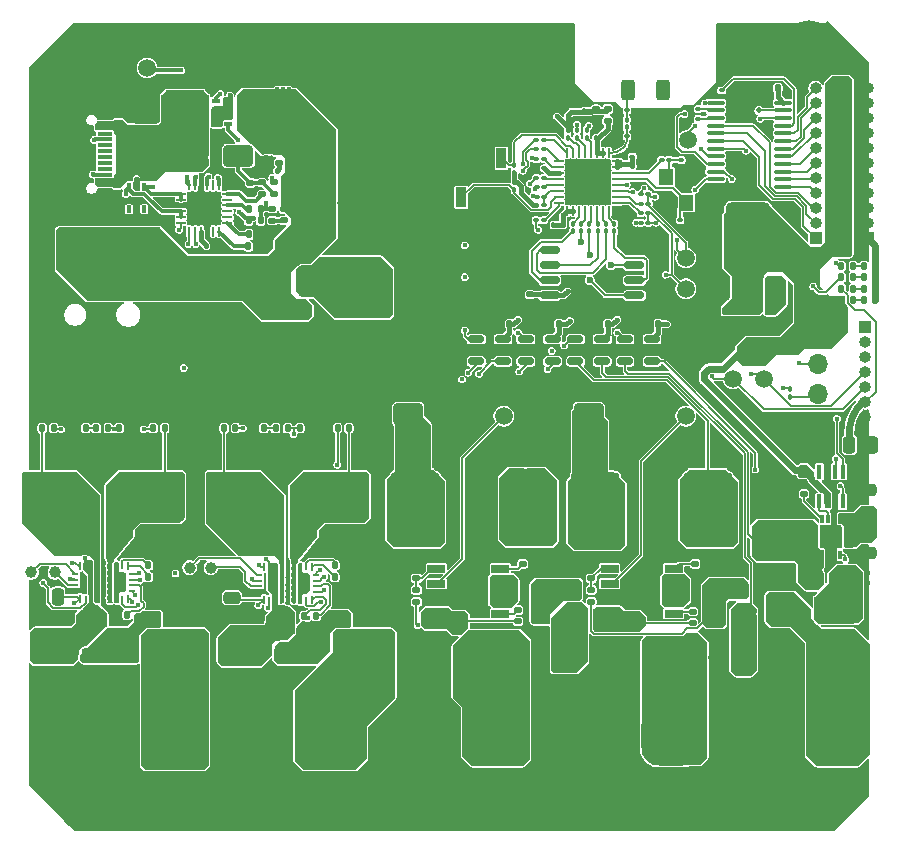
<source format=gbr>
%TF.GenerationSoftware,KiCad,Pcbnew,9.0.0*%
%TF.CreationDate,2025-08-15T19:16:37+03:00*%
%TF.ProjectId,USB-PD-Voltage-supply,5553422d-5044-42d5-966f-6c746167652d,rev?*%
%TF.SameCoordinates,Original*%
%TF.FileFunction,Copper,L1,Top*%
%TF.FilePolarity,Positive*%
%FSLAX46Y46*%
G04 Gerber Fmt 4.6, Leading zero omitted, Abs format (unit mm)*
G04 Created by KiCad (PCBNEW 9.0.0) date 2025-08-15 19:16:37*
%MOMM*%
%LPD*%
G01*
G04 APERTURE LIST*
G04 Aperture macros list*
%AMRoundRect*
0 Rectangle with rounded corners*
0 $1 Rounding radius*
0 $2 $3 $4 $5 $6 $7 $8 $9 X,Y pos of 4 corners*
0 Add a 4 corners polygon primitive as box body*
4,1,4,$2,$3,$4,$5,$6,$7,$8,$9,$2,$3,0*
0 Add four circle primitives for the rounded corners*
1,1,$1+$1,$2,$3*
1,1,$1+$1,$4,$5*
1,1,$1+$1,$6,$7*
1,1,$1+$1,$8,$9*
0 Add four rect primitives between the rounded corners*
20,1,$1+$1,$2,$3,$4,$5,0*
20,1,$1+$1,$4,$5,$6,$7,0*
20,1,$1+$1,$6,$7,$8,$9,0*
20,1,$1+$1,$8,$9,$2,$3,0*%
G04 Aperture macros list end*
%TA.AperFunction,SMDPad,CuDef*%
%ADD10RoundRect,0.250000X-0.900000X1.000000X-0.900000X-1.000000X0.900000X-1.000000X0.900000X1.000000X0*%
%TD*%
%TA.AperFunction,SMDPad,CuDef*%
%ADD11RoundRect,0.100000X-0.130000X-0.100000X0.130000X-0.100000X0.130000X0.100000X-0.130000X0.100000X0*%
%TD*%
%TA.AperFunction,SMDPad,CuDef*%
%ADD12C,1.500000*%
%TD*%
%TA.AperFunction,SMDPad,CuDef*%
%ADD13RoundRect,0.140000X-0.140000X-0.170000X0.140000X-0.170000X0.140000X0.170000X-0.140000X0.170000X0*%
%TD*%
%TA.AperFunction,SMDPad,CuDef*%
%ADD14R,0.750000X0.400000*%
%TD*%
%TA.AperFunction,SMDPad,CuDef*%
%ADD15R,2.400000X2.450000*%
%TD*%
%TA.AperFunction,SMDPad,CuDef*%
%ADD16R,0.400000X0.530000*%
%TD*%
%TA.AperFunction,SMDPad,CuDef*%
%ADD17RoundRect,0.100000X0.130000X0.100000X-0.130000X0.100000X-0.130000X-0.100000X0.130000X-0.100000X0*%
%TD*%
%TA.AperFunction,ComponentPad*%
%ADD18C,0.600000*%
%TD*%
%TA.AperFunction,ComponentPad*%
%ADD19RoundRect,1.500000X-1.000000X-1.000000X1.000000X-1.000000X1.000000X1.000000X-1.000000X1.000000X0*%
%TD*%
%TA.AperFunction,SMDPad,CuDef*%
%ADD20RoundRect,0.135000X0.185000X-0.135000X0.185000X0.135000X-0.185000X0.135000X-0.185000X-0.135000X0*%
%TD*%
%TA.AperFunction,ComponentPad*%
%ADD21R,1.000000X1.000000*%
%TD*%
%TA.AperFunction,ComponentPad*%
%ADD22O,1.000000X1.000000*%
%TD*%
%TA.AperFunction,SMDPad,CuDef*%
%ADD23RoundRect,0.140000X0.140000X0.170000X-0.140000X0.170000X-0.140000X-0.170000X0.140000X-0.170000X0*%
%TD*%
%TA.AperFunction,SMDPad,CuDef*%
%ADD24R,0.800000X0.300000*%
%TD*%
%TA.AperFunction,SMDPad,CuDef*%
%ADD25R,0.300000X0.800000*%
%TD*%
%TA.AperFunction,SMDPad,CuDef*%
%ADD26R,1.750000X1.750000*%
%TD*%
%TA.AperFunction,SMDPad,CuDef*%
%ADD27RoundRect,0.150000X-0.512500X-0.150000X0.512500X-0.150000X0.512500X0.150000X-0.512500X0.150000X0*%
%TD*%
%TA.AperFunction,SMDPad,CuDef*%
%ADD28RoundRect,0.135000X-0.185000X0.135000X-0.185000X-0.135000X0.185000X-0.135000X0.185000X0.135000X0*%
%TD*%
%TA.AperFunction,SMDPad,CuDef*%
%ADD29RoundRect,0.250000X1.000000X0.650000X-1.000000X0.650000X-1.000000X-0.650000X1.000000X-0.650000X0*%
%TD*%
%TA.AperFunction,SMDPad,CuDef*%
%ADD30RoundRect,0.135000X0.135000X0.185000X-0.135000X0.185000X-0.135000X-0.185000X0.135000X-0.185000X0*%
%TD*%
%TA.AperFunction,SMDPad,CuDef*%
%ADD31RoundRect,0.100000X-0.100000X0.130000X-0.100000X-0.130000X0.100000X-0.130000X0.100000X0.130000X0*%
%TD*%
%TA.AperFunction,SMDPad,CuDef*%
%ADD32RoundRect,0.147500X0.147500X0.172500X-0.147500X0.172500X-0.147500X-0.172500X0.147500X-0.172500X0*%
%TD*%
%TA.AperFunction,SMDPad,CuDef*%
%ADD33R,0.900000X1.700000*%
%TD*%
%TA.AperFunction,SMDPad,CuDef*%
%ADD34R,1.240000X0.600000*%
%TD*%
%TA.AperFunction,SMDPad,CuDef*%
%ADD35R,1.240000X0.300000*%
%TD*%
%TA.AperFunction,HeatsinkPad*%
%ADD36O,2.100000X1.000000*%
%TD*%
%TA.AperFunction,HeatsinkPad*%
%ADD37O,1.800000X1.000000*%
%TD*%
%TA.AperFunction,SMDPad,CuDef*%
%ADD38RoundRect,0.250000X-0.475000X0.250000X-0.475000X-0.250000X0.475000X-0.250000X0.475000X0.250000X0*%
%TD*%
%TA.AperFunction,ComponentPad*%
%ADD39O,4.000000X4.000000*%
%TD*%
%TA.AperFunction,SMDPad,CuDef*%
%ADD40C,1.000000*%
%TD*%
%TA.AperFunction,SMDPad,CuDef*%
%ADD41RoundRect,0.140000X-0.170000X0.140000X-0.170000X-0.140000X0.170000X-0.140000X0.170000X0.140000X0*%
%TD*%
%TA.AperFunction,SMDPad,CuDef*%
%ADD42RoundRect,0.135000X-0.135000X-0.185000X0.135000X-0.185000X0.135000X0.185000X-0.135000X0.185000X0*%
%TD*%
%TA.AperFunction,SMDPad,CuDef*%
%ADD43RoundRect,0.250000X0.475000X-0.250000X0.475000X0.250000X-0.475000X0.250000X-0.475000X-0.250000X0*%
%TD*%
%TA.AperFunction,SMDPad,CuDef*%
%ADD44RoundRect,0.250000X0.900000X-1.000000X0.900000X1.000000X-0.900000X1.000000X-0.900000X-1.000000X0*%
%TD*%
%TA.AperFunction,SMDPad,CuDef*%
%ADD45RoundRect,0.250002X1.799998X1.799998X-1.799998X1.799998X-1.799998X-1.799998X1.799998X-1.799998X0*%
%TD*%
%TA.AperFunction,SMDPad,CuDef*%
%ADD46RoundRect,0.250000X-0.375000X-1.075000X0.375000X-1.075000X0.375000X1.075000X-0.375000X1.075000X0*%
%TD*%
%TA.AperFunction,SMDPad,CuDef*%
%ADD47RoundRect,0.250000X-0.625000X0.312500X-0.625000X-0.312500X0.625000X-0.312500X0.625000X0.312500X0*%
%TD*%
%TA.AperFunction,SMDPad,CuDef*%
%ADD48RoundRect,0.100000X0.100000X-0.130000X0.100000X0.130000X-0.100000X0.130000X-0.100000X-0.130000X0*%
%TD*%
%TA.AperFunction,SMDPad,CuDef*%
%ADD49R,1.525000X0.650000*%
%TD*%
%TA.AperFunction,SMDPad,CuDef*%
%ADD50R,2.400000X3.100000*%
%TD*%
%TA.AperFunction,SMDPad,CuDef*%
%ADD51RoundRect,0.100000X-0.100000X0.225000X-0.100000X-0.225000X0.100000X-0.225000X0.100000X0.225000X0*%
%TD*%
%TA.AperFunction,SMDPad,CuDef*%
%ADD52RoundRect,0.375000X0.375000X-0.625000X0.375000X0.625000X-0.375000X0.625000X-0.375000X-0.625000X0*%
%TD*%
%TA.AperFunction,SMDPad,CuDef*%
%ADD53RoundRect,0.500000X1.400000X-0.500000X1.400000X0.500000X-1.400000X0.500000X-1.400000X-0.500000X0*%
%TD*%
%TA.AperFunction,ComponentPad*%
%ADD54RoundRect,1.500000X1.000000X-1.000000X1.000000X1.000000X-1.000000X1.000000X-1.000000X-1.000000X0*%
%TD*%
%TA.AperFunction,SMDPad,CuDef*%
%ADD55RoundRect,0.250000X-0.312500X-0.625000X0.312500X-0.625000X0.312500X0.625000X-0.312500X0.625000X0*%
%TD*%
%TA.AperFunction,SMDPad,CuDef*%
%ADD56R,0.600000X0.250000*%
%TD*%
%TA.AperFunction,SMDPad,CuDef*%
%ADD57R,0.250000X0.650000*%
%TD*%
%TA.AperFunction,SMDPad,CuDef*%
%ADD58R,0.250000X0.600000*%
%TD*%
%TA.AperFunction,SMDPad,CuDef*%
%ADD59R,0.250000X3.400000*%
%TD*%
%TA.AperFunction,SMDPad,CuDef*%
%ADD60R,0.250000X0.525000*%
%TD*%
%TA.AperFunction,SMDPad,CuDef*%
%ADD61R,0.330000X2.350000*%
%TD*%
%TA.AperFunction,SMDPad,CuDef*%
%ADD62RoundRect,0.250000X-1.000000X-0.900000X1.000000X-0.900000X1.000000X0.900000X-1.000000X0.900000X0*%
%TD*%
%TA.AperFunction,SMDPad,CuDef*%
%ADD63RoundRect,0.100000X-0.637500X-0.100000X0.637500X-0.100000X0.637500X0.100000X-0.637500X0.100000X0*%
%TD*%
%TA.AperFunction,SMDPad,CuDef*%
%ADD64RoundRect,0.062500X-0.350000X-0.062500X0.350000X-0.062500X0.350000X0.062500X-0.350000X0.062500X0*%
%TD*%
%TA.AperFunction,SMDPad,CuDef*%
%ADD65RoundRect,0.062500X-0.062500X-0.350000X0.062500X-0.350000X0.062500X0.350000X-0.062500X0.350000X0*%
%TD*%
%TA.AperFunction,HeatsinkPad*%
%ADD66R,2.700000X2.700000*%
%TD*%
%TA.AperFunction,SMDPad,CuDef*%
%ADD67R,0.800000X0.550000*%
%TD*%
%TA.AperFunction,SMDPad,CuDef*%
%ADD68RoundRect,0.250000X-0.250000X-0.475000X0.250000X-0.475000X0.250000X0.475000X-0.250000X0.475000X0*%
%TD*%
%TA.AperFunction,SMDPad,CuDef*%
%ADD69RoundRect,0.250000X-1.450000X0.312500X-1.450000X-0.312500X1.450000X-0.312500X1.450000X0.312500X0*%
%TD*%
%TA.AperFunction,SMDPad,CuDef*%
%ADD70RoundRect,0.250002X-1.799998X-1.799998X1.799998X-1.799998X1.799998X1.799998X-1.799998X1.799998X0*%
%TD*%
%TA.AperFunction,SMDPad,CuDef*%
%ADD71RoundRect,0.140000X0.170000X-0.140000X0.170000X0.140000X-0.170000X0.140000X-0.170000X-0.140000X0*%
%TD*%
%TA.AperFunction,SMDPad,CuDef*%
%ADD72RoundRect,0.162500X0.650000X0.162500X-0.650000X0.162500X-0.650000X-0.162500X0.650000X-0.162500X0*%
%TD*%
%TA.AperFunction,SMDPad,CuDef*%
%ADD73RoundRect,0.250000X-1.000000X-0.650000X1.000000X-0.650000X1.000000X0.650000X-1.000000X0.650000X0*%
%TD*%
%TA.AperFunction,SMDPad,CuDef*%
%ADD74RoundRect,0.250000X0.312500X1.450000X-0.312500X1.450000X-0.312500X-1.450000X0.312500X-1.450000X0*%
%TD*%
%TA.AperFunction,SMDPad,CuDef*%
%ADD75RoundRect,0.250000X0.250000X0.475000X-0.250000X0.475000X-0.250000X-0.475000X0.250000X-0.475000X0*%
%TD*%
%TA.AperFunction,SMDPad,CuDef*%
%ADD76RoundRect,0.147500X-0.172500X0.147500X-0.172500X-0.147500X0.172500X-0.147500X0.172500X0.147500X0*%
%TD*%
%TA.AperFunction,SMDPad,CuDef*%
%ADD77RoundRect,0.250000X0.312500X0.625000X-0.312500X0.625000X-0.312500X-0.625000X0.312500X-0.625000X0*%
%TD*%
%TA.AperFunction,SMDPad,CuDef*%
%ADD78R,0.450000X1.200000*%
%TD*%
%TA.AperFunction,SMDPad,CuDef*%
%ADD79RoundRect,0.062500X-0.062500X0.337500X-0.062500X-0.337500X0.062500X-0.337500X0.062500X0.337500X0*%
%TD*%
%TA.AperFunction,SMDPad,CuDef*%
%ADD80RoundRect,0.062500X-0.337500X0.062500X-0.337500X-0.062500X0.337500X-0.062500X0.337500X0.062500X0*%
%TD*%
%TA.AperFunction,HeatsinkPad*%
%ADD81R,3.700000X3.700000*%
%TD*%
%TA.AperFunction,SMDPad,CuDef*%
%ADD82R,1.200000X1.400000*%
%TD*%
%TA.AperFunction,SMDPad,CuDef*%
%ADD83R,2.400000X2.800000*%
%TD*%
%TA.AperFunction,ComponentPad*%
%ADD84R,1.700000X1.700000*%
%TD*%
%TA.AperFunction,ComponentPad*%
%ADD85O,1.700000X1.700000*%
%TD*%
%TA.AperFunction,ViaPad*%
%ADD86C,0.400000*%
%TD*%
%TA.AperFunction,ViaPad*%
%ADD87C,0.500000*%
%TD*%
%TA.AperFunction,ViaPad*%
%ADD88C,0.600000*%
%TD*%
%TA.AperFunction,Conductor*%
%ADD89C,0.133100*%
%TD*%
%TA.AperFunction,Conductor*%
%ADD90C,0.600000*%
%TD*%
%TA.AperFunction,Conductor*%
%ADD91C,0.400000*%
%TD*%
%TA.AperFunction,Conductor*%
%ADD92C,0.200000*%
%TD*%
%TA.AperFunction,Conductor*%
%ADD93C,0.127000*%
%TD*%
%TA.AperFunction,Conductor*%
%ADD94C,0.300000*%
%TD*%
G04 APERTURE END LIST*
D10*
%TO.P,D13,1,K*%
%TO.N,Earth*%
X134400000Y-111950000D03*
%TO.P,D13,2,A*%
%TO.N,Net-(D13-A)*%
X134400000Y-116250000D03*
%TD*%
D11*
%TO.P,R28,1*%
%TO.N,Earth*%
X176600000Y-70800000D03*
%TO.P,R28,2*%
%TO.N,Net-(U4-A1)*%
X177240000Y-70800000D03*
%TD*%
D10*
%TO.P,D14,1,K*%
%TO.N,Earth*%
X150400000Y-111850000D03*
%TO.P,D14,2,A*%
%TO.N,Net-(D14-A)*%
X150400000Y-116150000D03*
%TD*%
D12*
%TO.P,TP3,1,1*%
%TO.N,SCL*%
X176200000Y-86000000D03*
%TD*%
D13*
%TO.P,C52,1*%
%TO.N,Net-(U11-SW2)*%
X137120000Y-97800000D03*
%TO.P,C52,2*%
%TO.N,Net-(U11-BOOT2)*%
X138080000Y-97800000D03*
%TD*%
D14*
%TO.P,Q1,1,S_1*%
%TO.N,PD_VDD*%
X136425000Y-72075000D03*
%TO.P,Q1,2,S_2*%
X136425000Y-71425000D03*
%TO.P,Q1,3,S_3*%
X136425000Y-70775000D03*
%TO.P,Q1,4,G*%
%TO.N,Net-(Q1-G)*%
X136425000Y-70125000D03*
D15*
%TO.P,Q1,5,D_1*%
%TO.N,+5V_USB*%
X134200000Y-71100000D03*
D16*
%TO.P,Q1,6,D_2*%
X134900000Y-72590000D03*
%TO.P,Q1,7,D_3*%
X134900000Y-69610000D03*
%TD*%
D17*
%TO.P,C14,1*%
%TO.N,+3.3V_LDO*%
X164240000Y-75800000D03*
%TO.P,C14,2*%
%TO.N,Earth*%
X163600000Y-75800000D03*
%TD*%
D11*
%TO.P,R9,1*%
%TO.N,CURR_SENSE_4*%
X163560000Y-74200000D03*
%TO.P,R9,2*%
%TO.N,GPIO4*%
X164200000Y-74200000D03*
%TD*%
D18*
%TO.P,TP25,1,1*%
%TO.N,Net-(D17-A)*%
X173200000Y-123150000D03*
X173200000Y-123800000D03*
X173200000Y-124450000D03*
X173350000Y-125200000D03*
X173550000Y-122500000D03*
X173950000Y-125700000D03*
X174200000Y-122000000D03*
D19*
X174950000Y-123900000D03*
D18*
X174950000Y-125850000D03*
X175000000Y-121850000D03*
X175750000Y-122000000D03*
X176100000Y-125650000D03*
X176350000Y-122500000D03*
X176500000Y-125100000D03*
X176700000Y-123150000D03*
X176700000Y-123800000D03*
X176700000Y-124450000D03*
%TD*%
D20*
%TO.P,R53,1*%
%TO.N,Net-(U12-FB)*%
X153400000Y-110510000D03*
%TO.P,R53,2*%
%TO.N,Earth*%
X153400000Y-109490000D03*
%TD*%
D21*
%TO.P,J6,1,Pin_1*%
%TO.N,+3.3V_LDO*%
X189400000Y-81700000D03*
D22*
%TO.P,J6,2,Pin_2*%
X189400000Y-80430000D03*
%TO.P,J6,3,Pin_3*%
X189400000Y-79160000D03*
%TO.P,J6,4,Pin_4*%
X189400000Y-77890000D03*
%TO.P,J6,5,Pin_5*%
X189400000Y-76620000D03*
%TO.P,J6,6,Pin_6*%
X189400000Y-75350000D03*
%TO.P,J6,7,Pin_7*%
X189400000Y-74080000D03*
%TO.P,J6,8,Pin_8*%
X189400000Y-72810000D03*
%TO.P,J6,9,Pin_9*%
X189400000Y-71540000D03*
%TO.P,J6,10,Pin_10*%
X189400000Y-70270000D03*
%TO.P,J6,11,Pin_11*%
X189400000Y-69000000D03*
%TD*%
D23*
%TO.P,C27,1*%
%TO.N,+3.3V_LDO*%
X161280000Y-89000000D03*
%TO.P,C27,2*%
%TO.N,Earth*%
X160320000Y-89000000D03*
%TD*%
D21*
%TO.P,J7,1,Pin_1*%
%TO.N,Earth*%
X191600000Y-81700000D03*
D22*
%TO.P,J7,2,Pin_2*%
X191600000Y-80430000D03*
%TO.P,J7,3,Pin_3*%
X191600000Y-79160000D03*
%TO.P,J7,4,Pin_4*%
X191600000Y-77890000D03*
%TO.P,J7,5,Pin_5*%
X191600000Y-76620000D03*
%TO.P,J7,6,Pin_6*%
X191600000Y-75350000D03*
%TO.P,J7,7,Pin_7*%
X191600000Y-74080000D03*
%TO.P,J7,8,Pin_8*%
X191600000Y-72810000D03*
%TO.P,J7,9,Pin_9*%
X191600000Y-71540000D03*
%TO.P,J7,10,Pin_10*%
X191600000Y-70270000D03*
%TO.P,J7,11,Pin_11*%
X191600000Y-69000000D03*
%TD*%
D18*
%TO.P,TP18,1,1*%
%TO.N,Earth*%
X125050000Y-123200000D03*
X125050000Y-123850000D03*
X125050000Y-124500000D03*
X125200000Y-125250000D03*
X125400000Y-122550000D03*
X125800000Y-125750000D03*
X126050000Y-122050000D03*
D19*
X126800000Y-123950000D03*
D18*
X126800000Y-125900000D03*
X126850000Y-121900000D03*
X127600000Y-122050000D03*
X127950000Y-125700000D03*
X128200000Y-122550000D03*
X128350000Y-125150000D03*
X128550000Y-123200000D03*
X128550000Y-123850000D03*
X128550000Y-124500000D03*
%TD*%
D24*
%TO.P,DA1,1,IN_1*%
%TO.N,+5.2V*%
X190000000Y-107750000D03*
%TO.P,DA1,2,IN_2*%
X190000000Y-107250000D03*
%TO.P,DA1,3,IN_3*%
X190000000Y-106750000D03*
%TO.P,DA1,4,IN_4*%
X190000000Y-106250000D03*
D25*
%TO.P,DA1,5,BIAS*%
X189250000Y-105500000D03*
%TO.P,DA1,6,GND*%
%TO.N,Earth*%
X188750000Y-105500000D03*
%TO.P,DA1,7,REF*%
%TO.N,Net-(DA1-REF)*%
X188250000Y-105500000D03*
%TO.P,DA1,8,NR/SS*%
%TO.N,Net-(DA1-NR{slash}SS)*%
X187750000Y-105500000D03*
D24*
%TO.P,DA1,9,OUT_1*%
%TO.N,VOUT3_*%
X187000000Y-106250000D03*
%TO.P,DA1,10,OUT_2*%
X187000000Y-106750000D03*
%TO.P,DA1,11,OUT_3*%
X187000000Y-107250000D03*
%TO.P,DA1,12,OUT_4*%
X187000000Y-107750000D03*
D25*
%TO.P,DA1,13,SNS*%
X187750000Y-108500000D03*
%TO.P,DA1,14,PG*%
%TO.N,Earth*%
X188250000Y-108500000D03*
%TO.P,DA1,15,CP_EN*%
X188750000Y-108500000D03*
%TO.P,DA1,16,EN*%
%TO.N,LDO_EN*%
X189250000Y-108500000D03*
D26*
%TO.P,DA1,17,EP*%
%TO.N,Earth*%
X188500000Y-107000000D03*
%TD*%
D27*
%TO.P,U7,1*%
%TO.N,CURR_SENSE_2*%
X162662500Y-90250000D03*
%TO.P,U7,2,GND*%
%TO.N,Earth*%
X162662500Y-91200000D03*
%TO.P,U7,3,+*%
%TO.N,VOUT2_*%
X162662500Y-92150000D03*
%TO.P,U7,4,-*%
%TO.N,VOUT2*%
X164937500Y-92150000D03*
%TO.P,U7,5,V+*%
%TO.N,+3.3V_LDO*%
X164937500Y-90250000D03*
%TD*%
D28*
%TO.P,R33,1*%
%TO.N,Net-(D8-K)*%
X140325000Y-76990000D03*
%TO.P,R33,2*%
%TO.N,VBUS_VS_DISH*%
X140325000Y-78010000D03*
%TD*%
D29*
%TO.P,D8,1,K*%
%TO.N,Net-(D8-K)*%
X138325000Y-74750000D03*
%TO.P,D8,2,A*%
%TO.N,+5V_USB*%
X134325000Y-74750000D03*
%TD*%
D17*
%TO.P,R35,1*%
%TO.N,GPIO8*%
X164200000Y-78900000D03*
%TO.P,R35,2*%
%TO.N,+3.3V_LDO*%
X163560000Y-78900000D03*
%TD*%
D30*
%TO.P,R46,1*%
%TO.N,Net-(U10-MODE)*%
X128910000Y-113600000D03*
%TO.P,R46,2*%
%TO.N,Earth*%
X127890000Y-113600000D03*
%TD*%
D31*
%TO.P,R24,1*%
%TO.N,Net-(U2-SPICLK)*%
X168750000Y-80480000D03*
%TO.P,R24,2*%
%TO.N,SPICLK*%
X168750000Y-81120000D03*
%TD*%
D10*
%TO.P,D1,1,K*%
%TO.N,Earth*%
X130500000Y-70750000D03*
%TO.P,D1,2,A*%
%TO.N,+5V_USB*%
X130500000Y-75050000D03*
%TD*%
D32*
%TO.P,D5,1,K*%
%TO.N,Earth*%
X192245000Y-85975000D03*
%TO.P,D5,2,A*%
%TO.N,Net-(D5-A)*%
X191275000Y-85975000D03*
%TD*%
D11*
%TO.P,R14,1*%
%TO.N,ST7789_DC*%
X163520000Y-80200000D03*
%TO.P,R14,2*%
%TO.N,GPIO10*%
X164160000Y-80200000D03*
%TD*%
D31*
%TO.P,C15,1*%
%TO.N,+3.3V_LDO*%
X165000000Y-80600000D03*
%TO.P,C15,2*%
%TO.N,Earth*%
X165000000Y-81240000D03*
%TD*%
D33*
%TO.P,SW2,1,1*%
%TO.N,GPIO9*%
X157200000Y-78250000D03*
%TO.P,SW2,2,2*%
%TO.N,Earth*%
X160600000Y-78250000D03*
%TD*%
D32*
%TO.P,D7,1,K*%
%TO.N,Earth*%
X192245000Y-84075000D03*
%TO.P,D7,2,A*%
%TO.N,Net-(D7-A)*%
X191275000Y-84075000D03*
%TD*%
D34*
%TO.P,J4,A1,GND*%
%TO.N,Earth*%
X127025000Y-71400000D03*
%TO.P,J4,A4,VBUS*%
%TO.N,+5V_USB*%
X127025000Y-72200000D03*
D35*
%TO.P,J4,A5,CC1*%
%TO.N,Net-(D3-L1)*%
X127025000Y-73350000D03*
%TO.P,J4,A6,D+*%
%TO.N,unconnected-(J4-D+-PadA6)*%
X127025000Y-74350000D03*
%TO.P,J4,A7,D-*%
%TO.N,unconnected-(J4-D--PadA7)*%
X127025000Y-74850000D03*
%TO.P,J4,A8,SBU1*%
%TO.N,unconnected-(J4-SBU1-PadA8)*%
X127025000Y-75850000D03*
D34*
%TO.P,J4,A9,VBUS*%
%TO.N,+5V_USB*%
X127025000Y-77000000D03*
%TO.P,J4,A12,GND*%
%TO.N,Earth*%
X127025000Y-77800000D03*
%TO.P,J4,B1,GND*%
X127025000Y-77800000D03*
%TO.P,J4,B4,VBUS*%
%TO.N,+5V_USB*%
X127025000Y-77000000D03*
D35*
%TO.P,J4,B5,CC2*%
%TO.N,Net-(D3-L2)*%
X127025000Y-76350000D03*
%TO.P,J4,B6,D+*%
%TO.N,unconnected-(J4-D+-PadB6)*%
X127025000Y-75350000D03*
%TO.P,J4,B7,D-*%
%TO.N,unconnected-(J4-D--PadB7)*%
X127025000Y-73850000D03*
%TO.P,J4,B8,SBU2*%
%TO.N,unconnected-(J4-SBU2-PadB8)*%
X127025000Y-72850000D03*
D34*
%TO.P,J4,B9,VBUS*%
%TO.N,+5V_USB*%
X127025000Y-72200000D03*
%TO.P,J4,B12,GND*%
%TO.N,Earth*%
X127025000Y-71400000D03*
D36*
%TO.P,J4,S1,SHIELD*%
X126425000Y-70280000D03*
D37*
X122225000Y-70280000D03*
D36*
X126425000Y-78920000D03*
D37*
X122225000Y-78920000D03*
%TD*%
D38*
%TO.P,C59,1*%
%TO.N,VOUT3_*%
X182800000Y-108100000D03*
%TO.P,C59,2*%
%TO.N,Earth*%
X182800000Y-110000000D03*
%TD*%
D28*
%TO.P,R32,1*%
%TO.N,+5V_USB*%
X141325000Y-76990000D03*
%TO.P,R32,2*%
%TO.N,Net-(D8-K)*%
X141325000Y-78010000D03*
%TD*%
D39*
%TO.P,,11,Pin_11*%
%TO.N,Earth*%
X186600000Y-129619560D03*
%TD*%
D17*
%TO.P,R5,1*%
%TO.N,SDA*%
X173040000Y-78800000D03*
%TO.P,R5,2*%
%TO.N,GPIO19*%
X172400000Y-78800000D03*
%TD*%
D40*
%TO.P,TP11,1,1*%
%TO.N,Net-(U10-FB{slash}~{INT})*%
X120800000Y-110000000D03*
%TD*%
D41*
%TO.P,C7,1*%
%TO.N,+5.2V_USB_*%
X183300000Y-87734123D03*
%TO.P,C7,2*%
%TO.N,Earth*%
X183300000Y-88694123D03*
%TD*%
D27*
%TO.P,U9,1*%
%TO.N,CURR_SENSE_4*%
X166862500Y-90250000D03*
%TO.P,U9,2,GND*%
%TO.N,Earth*%
X166862500Y-91200000D03*
%TO.P,U9,3,+*%
%TO.N,+5.2V_USB_*%
X166862500Y-92150000D03*
%TO.P,U9,4,-*%
%TO.N,+5.2V_USB*%
X169137500Y-92150000D03*
%TO.P,U9,5,V+*%
%TO.N,+3.3V_LDO*%
X169137500Y-90250000D03*
%TD*%
D18*
%TO.P,TP20,1,1*%
%TO.N,Earth*%
X138250000Y-123150000D03*
X138250000Y-123800000D03*
X138250000Y-124450000D03*
X138400000Y-125200000D03*
X138600000Y-122500000D03*
X139000000Y-125700000D03*
X139250000Y-122000000D03*
D19*
X140000000Y-123900000D03*
D18*
X140000000Y-125850000D03*
X140050000Y-121850000D03*
X140800000Y-122000000D03*
X141150000Y-125650000D03*
X141400000Y-122500000D03*
X141550000Y-125100000D03*
X141750000Y-123150000D03*
X141750000Y-123800000D03*
X141750000Y-124450000D03*
%TD*%
D42*
%TO.P,R42,1*%
%TO.N,Net-(U10-FSW)*%
X130690000Y-109400000D03*
%TO.P,R42,2*%
%TO.N,Earth*%
X131710000Y-109400000D03*
%TD*%
D43*
%TO.P,C75,1*%
%TO.N,+5.2V_USB_*%
X178800000Y-111550000D03*
%TO.P,C75,2*%
%TO.N,Earth*%
X178800000Y-109650000D03*
%TD*%
D44*
%TO.P,D2,1,K*%
%TO.N,Earth*%
X137600000Y-89650000D03*
%TO.P,D2,2,A*%
%TO.N,PD-Voltage*%
X137600000Y-85350000D03*
%TD*%
D43*
%TO.P,C65,1*%
%TO.N,VOUT3_*%
X182800000Y-106600000D03*
%TO.P,C65,2*%
%TO.N,Earth*%
X182800000Y-104700000D03*
%TD*%
%TO.P,C78,1*%
%TO.N,VOUT1*%
X131000000Y-113850000D03*
%TO.P,C78,2*%
%TO.N,Earth*%
X131000000Y-111950000D03*
%TD*%
D45*
%TO.P,L5,1,1*%
%TO.N,Net-(U11-SW1)*%
X147200000Y-103600000D03*
%TO.P,L5,2,2*%
%TO.N,Net-(U11-SW2)*%
X137700000Y-103600000D03*
%TD*%
D46*
%TO.P,F1,1*%
%TO.N,PD-Voltage*%
X141217446Y-85353152D03*
%TO.P,F1,2*%
%TO.N,Net-(F1-Pad2)*%
X144017446Y-85353152D03*
%TD*%
D17*
%TO.P,L2,1,1*%
%TO.N,Net-(C5-Pad1)*%
X174790000Y-75100000D03*
%TO.P,L2,2,2*%
%TO.N,Net-(U2-XTAL_P)*%
X174150000Y-75100000D03*
%TD*%
D47*
%TO.P,R50,1*%
%TO.N,VOUT1_*%
X125900000Y-114037500D03*
%TO.P,R50,2*%
%TO.N,VOUT1*%
X125900000Y-116962500D03*
%TD*%
D43*
%TO.P,C79,1*%
%TO.N,VOUT2*%
X147000000Y-113850000D03*
%TO.P,C79,2*%
%TO.N,Earth*%
X147000000Y-111950000D03*
%TD*%
D23*
%TO.P,C44,1*%
%TO.N,Net-(U11-SW1)*%
X147680000Y-97800000D03*
%TO.P,C44,2*%
%TO.N,Net-(U11-BOOT1)*%
X146720000Y-97800000D03*
%TD*%
D20*
%TO.P,R55,1*%
%TO.N,Net-(U13-FB)*%
X168200000Y-110510000D03*
%TO.P,R55,2*%
%TO.N,Earth*%
X168200000Y-109490000D03*
%TD*%
D40*
%TO.P,TP14,1,1*%
%TO.N,Net-(U11-CDC)*%
X136000000Y-109600000D03*
%TD*%
D32*
%TO.P,D4,1,K*%
%TO.N,Earth*%
X192245000Y-86925000D03*
%TO.P,D4,2,A*%
%TO.N,Net-(D4-A)*%
X191275000Y-86925000D03*
%TD*%
D27*
%TO.P,U6,1*%
%TO.N,CURR_SENSE_1*%
X158462500Y-90250000D03*
%TO.P,U6,2,GND*%
%TO.N,Earth*%
X158462500Y-91200000D03*
%TO.P,U6,3,+*%
%TO.N,VOUT1_*%
X158462500Y-92150000D03*
%TO.P,U6,4,-*%
%TO.N,VOUT1*%
X160737500Y-92150000D03*
%TO.P,U6,5,V+*%
%TO.N,+3.3V_LDO*%
X160737500Y-90250000D03*
%TD*%
D20*
%TO.P,R39,1*%
%TO.N,DISH*%
X141800000Y-75310000D03*
%TO.P,R39,2*%
%TO.N,PD-Voltage*%
X141800000Y-74290000D03*
%TD*%
D18*
%TO.P,TP17,1,1*%
%TO.N,Net-(D13-A)*%
X130900000Y-123150000D03*
X130900000Y-123800000D03*
X130900000Y-124450000D03*
X131050000Y-125200000D03*
X131250000Y-122500000D03*
X131650000Y-125700000D03*
X131900000Y-122000000D03*
D19*
X132650000Y-123900000D03*
D18*
X132650000Y-125850000D03*
X132700000Y-121850000D03*
X133450000Y-122000000D03*
X133800000Y-125650000D03*
X134050000Y-122500000D03*
X134200000Y-125100000D03*
X134400000Y-123150000D03*
X134400000Y-123800000D03*
X134400000Y-124450000D03*
%TD*%
D17*
%TO.P,R4,1*%
%TO.N,SCL*%
X173040000Y-79600000D03*
%TO.P,R4,2*%
%TO.N,GPIO18*%
X172400000Y-79600000D03*
%TD*%
D30*
%TO.P,R48,1*%
%TO.N,Net-(U10-COMP)*%
X127310000Y-97800000D03*
%TO.P,R48,2*%
%TO.N,Net-(C67-Pad1)*%
X126290000Y-97800000D03*
%TD*%
D43*
%TO.P,C49,1*%
%TO.N,+5.2V*%
X191600000Y-104950000D03*
%TO.P,C49,2*%
%TO.N,Earth*%
X191600000Y-103050000D03*
%TD*%
D18*
%TO.P,TP23,1,1*%
%TO.N,Net-(D16-A)*%
X158400000Y-123150000D03*
X158400000Y-123800000D03*
X158400000Y-124450000D03*
X158550000Y-125200000D03*
X158750000Y-122500000D03*
X159150000Y-125700000D03*
X159400000Y-122000000D03*
D19*
X160150000Y-123900000D03*
D18*
X160150000Y-125850000D03*
X160200000Y-121850000D03*
X160950000Y-122000000D03*
X161300000Y-125650000D03*
X161550000Y-122500000D03*
X161700000Y-125100000D03*
X161900000Y-123150000D03*
X161900000Y-123800000D03*
X161900000Y-124450000D03*
%TD*%
D43*
%TO.P,C68,1*%
%TO.N,VOUT2_*%
X139800000Y-115750000D03*
%TO.P,C68,2*%
%TO.N,Earth*%
X139800000Y-113850000D03*
%TD*%
D38*
%TO.P,C72,1*%
%TO.N,VOUT3_*%
X184800000Y-108100000D03*
%TO.P,C72,2*%
%TO.N,Earth*%
X184800000Y-110000000D03*
%TD*%
D31*
%TO.P,R26,1*%
%TO.N,Net-(U2-SPIQ)*%
X170150000Y-80500000D03*
%TO.P,R26,2*%
%TO.N,SPIQ*%
X170150000Y-81140000D03*
%TD*%
D48*
%TO.P,R31,1*%
%TO.N,GPIO9*%
X161700000Y-77620000D03*
%TO.P,R31,2*%
%TO.N,+3.3V_LDO*%
X161700000Y-76980000D03*
%TD*%
D14*
%TO.P,Q2,1,S_1*%
%TO.N,PD_VDD*%
X137487090Y-70124304D03*
%TO.P,Q2,2,S_2*%
X137487090Y-70774304D03*
%TO.P,Q2,3,S_3*%
X137487090Y-71424304D03*
%TO.P,Q2,4,G*%
%TO.N,Net-(Q1-G)*%
X137487090Y-72074304D03*
D15*
%TO.P,Q2,5,D_1*%
%TO.N,PD-Voltage*%
X139712090Y-71099304D03*
D16*
%TO.P,Q2,6,D_2*%
X139012090Y-69609304D03*
%TO.P,Q2,7,D_3*%
X139012090Y-72589304D03*
%TD*%
D12*
%TO.P,TP7,1,1*%
%TO.N,Net-(U3-ALERT)*%
X130600000Y-67300000D03*
%TD*%
D11*
%TO.P,C18,1*%
%TO.N,Net-(AE1-PCB_Trace)*%
X171225000Y-70900000D03*
%TO.P,C18,2*%
%TO.N,Earth*%
X171865000Y-70900000D03*
%TD*%
D39*
%TO.P,,11,Pin_11*%
%TO.N,Earth*%
X125200000Y-65500000D03*
%TD*%
D43*
%TO.P,C53,1*%
%TO.N,VOUT1_*%
X123600000Y-115750000D03*
%TO.P,C53,2*%
%TO.N,Earth*%
X123600000Y-113850000D03*
%TD*%
%TO.P,C71,1*%
%TO.N,+5.2V_USB_*%
X180800000Y-111550000D03*
%TO.P,C71,2*%
%TO.N,Earth*%
X180800000Y-109650000D03*
%TD*%
D31*
%TO.P,R7,1*%
%TO.N,CURR_SENSE_2*%
X167000000Y-72560000D03*
%TO.P,R7,2*%
%TO.N,GPIO1*%
X167000000Y-73200000D03*
%TD*%
D23*
%TO.P,C31,1*%
%TO.N,+3.3V_LDO*%
X169600000Y-89000000D03*
%TO.P,C31,2*%
%TO.N,Earth*%
X168640000Y-89000000D03*
%TD*%
D46*
%TO.P,F2,1*%
%TO.N,VOUT1*%
X128300000Y-116200000D03*
%TO.P,F2,2*%
%TO.N,Net-(D13-A)*%
X131100000Y-116200000D03*
%TD*%
D11*
%TO.P,R2,1*%
%TO.N,+3.3V_LDO*%
X172400000Y-78000000D03*
%TO.P,R2,2*%
%TO.N,SDA*%
X173040000Y-78000000D03*
%TD*%
D31*
%TO.P,C17,1*%
%TO.N,+3.3V_LDO*%
X165800000Y-80560000D03*
%TO.P,C17,2*%
%TO.N,Earth*%
X165800000Y-81200000D03*
%TD*%
%TO.P,R22,1*%
%TO.N,Net-(U2-SPIWP)*%
X167350000Y-80480000D03*
%TO.P,R22,2*%
%TO.N,SPIWP*%
X167350000Y-81120000D03*
%TD*%
D32*
%TO.P,D6,1,K*%
%TO.N,Earth*%
X192245000Y-85025000D03*
%TO.P,D6,2,A*%
%TO.N,Net-(D6-A)*%
X191275000Y-85025000D03*
%TD*%
D49*
%TO.P,U12,1,BOOT*%
%TO.N,Net-(U12-BOOT)*%
X160512000Y-113505000D03*
%TO.P,U12,2,VIN*%
%TO.N,PD-Voltage*%
X160512000Y-112235000D03*
%TO.P,U12,3,EN*%
X160512000Y-110965000D03*
%TO.P,U12,4,RT/SYNC*%
%TO.N,Net-(U12-RT{slash}SYNC)*%
X160512000Y-109695000D03*
%TO.P,U12,5,FB*%
%TO.N,Net-(U12-FB)*%
X155088000Y-109695000D03*
%TO.P,U12,6,PG*%
%TO.N,Net-(U12-PG)*%
X155088000Y-110965000D03*
%TO.P,U12,7,GND*%
%TO.N,Earth*%
X155088000Y-112235000D03*
%TO.P,U12,8,SW*%
%TO.N,Net-(D10-K)*%
X155088000Y-113505000D03*
D50*
%TO.P,U12,9,EP*%
%TO.N,Earth*%
X157800000Y-111600000D03*
%TD*%
D43*
%TO.P,C42,1*%
%TO.N,Net-(U11-EXTVCC)*%
X137800000Y-112150000D03*
%TO.P,C42,2*%
%TO.N,Earth*%
X137800000Y-110250000D03*
%TD*%
D51*
%TO.P,D3,1,L1*%
%TO.N,Net-(D3-L1)*%
X130350000Y-77350000D03*
%TO.P,D3,2,VN*%
%TO.N,Earth*%
X129700000Y-77350000D03*
%TO.P,D3,3,L2*%
%TO.N,Net-(D3-L2)*%
X129050000Y-77350000D03*
%TO.P,D3,4,L3*%
%TO.N,unconnected-(D3-L3-Pad4)*%
X129050000Y-79250000D03*
%TO.P,D3,5,L4*%
%TO.N,unconnected-(D3-L4-Pad5)*%
X130350000Y-79250000D03*
%TD*%
D12*
%TO.P,TP4,1,1*%
%TO.N,SPI_MOSI*%
X182800000Y-93600000D03*
%TD*%
D52*
%TO.P,U1,1,GND*%
%TO.N,Earth*%
X179200000Y-85975000D03*
%TO.P,U1,2,VO*%
%TO.N,+3.3V_LDO*%
X181500000Y-85975000D03*
D53*
X181500000Y-79675000D03*
D52*
%TO.P,U1,3,VI*%
%TO.N,+5.2V_USB_*%
X183800000Y-85975000D03*
%TD*%
D18*
%TO.P,TP16,1,1*%
%TO.N,Earth*%
X148000000Y-93350000D03*
X148650000Y-93350000D03*
X149300000Y-93350000D03*
X150050000Y-93200000D03*
X147350000Y-93000000D03*
X150550000Y-92600000D03*
X146850000Y-92350000D03*
D54*
X148750000Y-91600000D03*
D18*
X150700000Y-91600000D03*
X146700000Y-91550000D03*
X146850000Y-90800000D03*
X150500000Y-90450000D03*
X147350000Y-90200000D03*
X149950000Y-90050000D03*
X148000000Y-89850000D03*
X148650000Y-89850000D03*
X149300000Y-89850000D03*
%TD*%
D38*
%TO.P,C77,1*%
%TO.N,PD-Voltage*%
X141200000Y-87850000D03*
%TO.P,C77,2*%
%TO.N,Earth*%
X141200000Y-89750000D03*
%TD*%
D55*
%TO.P,R58,1*%
%TO.N,+5.2V_USB_*%
X178337500Y-113600000D03*
%TO.P,R58,2*%
%TO.N,+5.2V_USB*%
X181262500Y-113600000D03*
%TD*%
D40*
%TO.P,TP12,1,1*%
%TO.N,Net-(U10-CDC)*%
X122800000Y-110000000D03*
%TD*%
D30*
%TO.P,R36,1*%
%TO.N,Net-(Q1-G)*%
X140220000Y-79200000D03*
%TO.P,R36,2*%
%TO.N,VBUS_EN_SNK*%
X139200000Y-79200000D03*
%TD*%
D28*
%TO.P,R38,1*%
%TO.N,Net-(Q1-G)*%
X141200000Y-79200000D03*
%TO.P,R38,2*%
%TO.N,Net-(C29-Pad2)*%
X141200000Y-80220000D03*
%TD*%
D31*
%TO.P,R25,1*%
%TO.N,Net-(U2-SPID)*%
X169450000Y-80480000D03*
%TO.P,R25,2*%
%TO.N,SPID*%
X169450000Y-81120000D03*
%TD*%
D56*
%TO.P,U10,1,EN/UVLO*%
%TO.N,TPS1_EN*%
X129325000Y-111615000D03*
%TO.P,U10,2,MODE*%
%TO.N,Net-(U10-MODE)*%
X129325000Y-111115000D03*
%TO.P,U10,3,SCL*%
%TO.N,SCL*%
X129325000Y-110615000D03*
%TO.P,U10,4,SDA*%
%TO.N,SDA*%
X129325000Y-110115000D03*
D57*
%TO.P,U10,5,DITH/SYNC*%
%TO.N,Net-(U10-DITH{slash}SYNC)*%
X128965000Y-109490000D03*
D58*
%TO.P,U10,6,FSW*%
%TO.N,Net-(U10-FSW)*%
X128465000Y-109465000D03*
D59*
%TO.P,U10,7,VIN*%
%TO.N,PD-Voltage*%
X127965000Y-110865000D03*
%TO.P,U10,8,SW1*%
%TO.N,Net-(U10-SW1)*%
X127465000Y-110865000D03*
D60*
%TO.P,U10,9,PGND_1*%
%TO.N,Earth*%
X126925000Y-109427000D03*
D59*
%TO.P,U10,10,SW2*%
%TO.N,Net-(U10-SW2)*%
X126385000Y-110865000D03*
%TO.P,U10,11,VOUT*%
%TO.N,VOUT1_*%
X125885000Y-110865000D03*
D58*
%TO.P,U10,12,ISP*%
X125385000Y-109465000D03*
D57*
%TO.P,U10,13,ISN*%
%TO.N,VOUT1*%
X124885000Y-109490000D03*
D56*
%TO.P,U10,14,FB/~{INT}*%
%TO.N,Net-(U10-FB{slash}~{INT})*%
X124525000Y-110115000D03*
%TO.P,U10,15,COMP*%
%TO.N,Net-(U10-COMP)*%
X124525000Y-110615000D03*
%TO.P,U10,16,CDC*%
%TO.N,Net-(U10-CDC)*%
X124525000Y-111115000D03*
%TO.P,U10,17,AGND*%
%TO.N,Earth*%
X124525000Y-111615000D03*
D57*
%TO.P,U10,18,VCC*%
%TO.N,Net-(U10-EXTVCC)*%
X124885000Y-112240000D03*
D58*
%TO.P,U10,19,BOOT2*%
%TO.N,Net-(U10-BOOT2)*%
X125385000Y-112265000D03*
%TO.P,U10,20,BOOT1*%
%TO.N,Net-(U10-BOOT1)*%
X128465000Y-112265000D03*
D57*
%TO.P,U10,21,EXTVCC*%
%TO.N,Net-(U10-EXTVCC)*%
X128965000Y-112240000D03*
D61*
%TO.P,U10,22,PGND_2*%
%TO.N,Earth*%
X126925000Y-110865000D03*
D60*
%TO.P,U10,23,PGND_3*%
X126925000Y-112303000D03*
%TD*%
D62*
%TO.P,D16,1,K*%
%TO.N,Earth*%
X154350000Y-116600000D03*
%TO.P,D16,2,A*%
%TO.N,Net-(D16-A)*%
X158650000Y-116600000D03*
%TD*%
D11*
%TO.P,R29,1*%
%TO.N,Earth*%
X176600000Y-71600000D03*
%TO.P,R29,2*%
%TO.N,Net-(U4-A2)*%
X177240000Y-71600000D03*
%TD*%
D63*
%TO.P,U4,1,~{INT}*%
%TO.N,Net-(U4-~{INT})*%
X178737500Y-70225000D03*
%TO.P,U4,2,A1*%
%TO.N,Net-(U4-A1)*%
X178737500Y-70875000D03*
%TO.P,U4,3,A2*%
%TO.N,Net-(U4-A2)*%
X178737500Y-71525000D03*
%TO.P,U4,4,IO0_0*%
%TO.N,BUTTON_3*%
X178737500Y-72175000D03*
%TO.P,U4,5,IO0_1*%
%TO.N,BUTTON_2*%
X178737500Y-72825000D03*
%TO.P,U4,6,IO0_2*%
%TO.N,BUTTON_1*%
X178737500Y-73475000D03*
%TO.P,U4,7,IO0_3*%
%TO.N,ST7789_RST*%
X178737500Y-74125000D03*
%TO.P,U4,8,IO0_4*%
%TO.N,LDO_EN*%
X178737500Y-74775000D03*
%TO.P,U4,9,IO0_5*%
%TO.N,PD-RST*%
X178737500Y-75425000D03*
%TO.P,U4,10,IO0_6*%
%TO.N,TPS2_EN*%
X178737500Y-76075000D03*
%TO.P,U4,11,IO0_7*%
%TO.N,TPS1_EN*%
X178737500Y-76725000D03*
%TO.P,U4,12,VSS*%
%TO.N,Earth*%
X178737500Y-77375000D03*
%TO.P,U4,13,IO1_0*%
%TO.N,BUTTON_4*%
X184462500Y-77375000D03*
%TO.P,U4,14,IO1_1*%
%TO.N,BUTTON_5*%
X184462500Y-76725000D03*
%TO.P,U4,15,IO1_2*%
%TO.N,BUTTON_6*%
X184462500Y-76075000D03*
%TO.P,U4,16,IO1_3*%
%TO.N,BUTTON_7*%
X184462500Y-75425000D03*
%TO.P,U4,17,IO1_4*%
%TO.N,BUTTON_8*%
X184462500Y-74775000D03*
%TO.P,U4,18,IO1_5*%
%TO.N,BUTTON_9*%
X184462500Y-74125000D03*
%TO.P,U4,19,IO1_6*%
%TO.N,BUTTON_10*%
X184462500Y-73475000D03*
%TO.P,U4,20,IO1_7*%
%TO.N,BUTTON_11*%
X184462500Y-72825000D03*
%TO.P,U4,21,A0*%
%TO.N,Net-(U4-A0)*%
X184462500Y-72175000D03*
%TO.P,U4,22,SCL*%
%TO.N,SCL*%
X184462500Y-71525000D03*
%TO.P,U4,23,SDA*%
%TO.N,SDA*%
X184462500Y-70875000D03*
%TO.P,U4,24,VDD*%
%TO.N,+3.3V_LDO*%
X184462500Y-70225000D03*
%TD*%
D28*
%TO.P,R45,1*%
%TO.N,Net-(U13-RT{slash}SYNC)*%
X177000000Y-109290000D03*
%TO.P,R45,2*%
%TO.N,Earth*%
X177000000Y-110310000D03*
%TD*%
D56*
%TO.P,U11,1,EN/UVLO*%
%TO.N,TPS2_EN*%
X144900000Y-111700000D03*
%TO.P,U11,2,MODE*%
%TO.N,Net-(U11-MODE)*%
X144900000Y-111200000D03*
%TO.P,U11,3,SCL*%
%TO.N,SCL*%
X144900000Y-110700000D03*
%TO.P,U11,4,SDA*%
%TO.N,SDA*%
X144900000Y-110200000D03*
D57*
%TO.P,U11,5,DITH/SYNC*%
%TO.N,Net-(U11-DITH{slash}SYNC)*%
X144540000Y-109575000D03*
D58*
%TO.P,U11,6,FSW*%
%TO.N,Net-(U11-FSW)*%
X144040000Y-109550000D03*
D59*
%TO.P,U11,7,VIN*%
%TO.N,PD-Voltage*%
X143540000Y-110950000D03*
%TO.P,U11,8,SW1*%
%TO.N,Net-(U11-SW1)*%
X143040000Y-110950000D03*
D60*
%TO.P,U11,9,PGND_1*%
%TO.N,Earth*%
X142500000Y-109512000D03*
D59*
%TO.P,U11,10,SW2*%
%TO.N,Net-(U11-SW2)*%
X141960000Y-110950000D03*
%TO.P,U11,11,VOUT*%
%TO.N,VOUT2_*%
X141460000Y-110950000D03*
D58*
%TO.P,U11,12,ISP*%
X140960000Y-109550000D03*
D57*
%TO.P,U11,13,ISN*%
%TO.N,VOUT2*%
X140460000Y-109575000D03*
D56*
%TO.P,U11,14,FB/~{INT}*%
%TO.N,Net-(U11-FB{slash}~{INT})*%
X140100000Y-110200000D03*
%TO.P,U11,15,COMP*%
%TO.N,Net-(U11-COMP)*%
X140100000Y-110700000D03*
%TO.P,U11,16,CDC*%
%TO.N,Net-(U11-CDC)*%
X140100000Y-111200000D03*
%TO.P,U11,17,AGND*%
%TO.N,Earth*%
X140100000Y-111700000D03*
D57*
%TO.P,U11,18,VCC*%
%TO.N,Net-(U11-EXTVCC)*%
X140460000Y-112325000D03*
D58*
%TO.P,U11,19,BOOT2*%
%TO.N,Net-(U11-BOOT2)*%
X140960000Y-112350000D03*
%TO.P,U11,20,BOOT1*%
%TO.N,Net-(U11-BOOT1)*%
X144040000Y-112350000D03*
D57*
%TO.P,U11,21,EXTVCC*%
%TO.N,Net-(U11-EXTVCC)*%
X144540000Y-112325000D03*
D61*
%TO.P,U11,22,PGND_2*%
%TO.N,Earth*%
X142500000Y-110950000D03*
D60*
%TO.P,U11,23,PGND_3*%
X142500000Y-112388000D03*
%TD*%
D41*
%TO.P,C12,1*%
%TO.N,+3.3V_LDO*%
X181900000Y-87734123D03*
%TO.P,C12,2*%
%TO.N,Earth*%
X181900000Y-88694123D03*
%TD*%
D64*
%TO.P,U3,1,CC1DB*%
%TO.N,Net-(D3-L1)*%
X133462500Y-77937500D03*
%TO.P,U3,2,CC1*%
X133462500Y-78437500D03*
%TO.P,U3,3,NC*%
%TO.N,Earth*%
X133462500Y-78937500D03*
%TO.P,U3,4,CC2*%
%TO.N,Net-(D3-L2)*%
X133462500Y-79437500D03*
%TO.P,U3,5,CC2DB*%
X133462500Y-79937500D03*
%TO.P,U3,6,RESET*%
%TO.N,PD-RST*%
X133462500Y-80437500D03*
D65*
%TO.P,U3,7,SCL*%
%TO.N,SCL*%
X134175000Y-81150000D03*
%TO.P,U3,8,SDA*%
%TO.N,SDA*%
X134675000Y-81150000D03*
%TO.P,U3,9,DISCH*%
%TO.N,DISH*%
X135175000Y-81150000D03*
%TO.P,U3,10,GND*%
%TO.N,Earth*%
X135675000Y-81150000D03*
%TO.P,U3,11,ATTACH*%
%TO.N,unconnected-(U3-ATTACH-Pad11)*%
X136175000Y-81150000D03*
%TO.P,U3,12,ADDR0*%
%TO.N,Net-(U3-ADDR0)*%
X136675000Y-81150000D03*
D64*
%TO.P,U3,13,ADDR1*%
%TO.N,Net-(U3-ADDR1)*%
X137387500Y-80437500D03*
%TO.P,U3,14,POWER_OK3*%
%TO.N,unconnected-(U3-POWER_OK3-Pad14)*%
X137387500Y-79937500D03*
%TO.P,U3,15,GPIO*%
%TO.N,unconnected-(U3-GPIO-Pad15)*%
X137387500Y-79437500D03*
%TO.P,U3,16,VBUS_EN_SNK*%
%TO.N,VBUS_EN_SNK*%
X137387500Y-78937500D03*
%TO.P,U3,17,A_B_SIDE*%
%TO.N,unconnected-(U3-A_B_SIDE-Pad17)*%
X137387500Y-78437500D03*
%TO.P,U3,18,VBUS_VS_DISCH*%
%TO.N,VBUS_VS_DISH*%
X137387500Y-77937500D03*
D65*
%TO.P,U3,19,ALERT*%
%TO.N,Net-(U3-ALERT)*%
X136675000Y-77225000D03*
%TO.P,U3,20,POWER_OK2*%
%TO.N,unconnected-(U3-POWER_OK2-Pad20)*%
X136175000Y-77225000D03*
%TO.P,U3,21,VREG_1V2*%
%TO.N,Net-(U3-VREG_1V2)*%
X135675000Y-77225000D03*
%TO.P,U3,22,VSYS*%
%TO.N,Earth*%
X135175000Y-77225000D03*
%TO.P,U3,23,VREG_2V7*%
%TO.N,Net-(U3-VREG_2V7)*%
X134675000Y-77225000D03*
%TO.P,U3,24,VDD*%
%TO.N,PD_VDD*%
X134175000Y-77225000D03*
D66*
%TO.P,U3,25,GND*%
%TO.N,Earth*%
X135425000Y-79187500D03*
%TD*%
D28*
%TO.P,R44,1*%
%TO.N,Net-(U12-RT{slash}SYNC)*%
X162400000Y-109290000D03*
%TO.P,R44,2*%
%TO.N,Earth*%
X162400000Y-110310000D03*
%TD*%
D67*
%TO.P,D9,1,K*%
%TO.N,PD-Voltage*%
X140600000Y-74162500D03*
%TO.P,D9,2,A*%
%TO.N,Earth*%
X140600000Y-75412500D03*
%TD*%
D68*
%TO.P,C3,1*%
%TO.N,+5.2V_*%
X190050000Y-99200000D03*
%TO.P,C3,2*%
%TO.N,Earth*%
X191950000Y-99200000D03*
%TD*%
D12*
%TO.P,TP6,1,1*%
%TO.N,Earth*%
X178984913Y-91344611D03*
%TD*%
D11*
%TO.P,R27,1*%
%TO.N,Earth*%
X178600000Y-69200000D03*
%TO.P,R27,2*%
%TO.N,Net-(U4-A0)*%
X179240000Y-69200000D03*
%TD*%
D43*
%TO.P,C66,1*%
%TO.N,VOUT1_*%
X121600000Y-115750000D03*
%TO.P,C66,2*%
%TO.N,Earth*%
X121600000Y-113850000D03*
%TD*%
D30*
%TO.P,R19,1*%
%TO.N,Net-(D6-A)*%
X190387500Y-85025000D03*
%TO.P,R19,2*%
%TO.N,+5V_USB*%
X189367500Y-85025000D03*
%TD*%
D43*
%TO.P,C74,1*%
%TO.N,Net-(C70-Pad1)*%
X164400000Y-111550000D03*
%TO.P,C74,2*%
%TO.N,Earth*%
X164400000Y-109650000D03*
%TD*%
D30*
%TO.P,R20,1*%
%TO.N,Net-(D7-A)*%
X190387500Y-84075000D03*
%TO.P,R20,2*%
%TO.N,PD-Voltage*%
X189367500Y-84075000D03*
%TD*%
D41*
%TO.P,C10,1*%
%TO.N,+3.3V_LDO*%
X180900000Y-87734123D03*
%TO.P,C10,2*%
%TO.N,Earth*%
X180900000Y-88694123D03*
%TD*%
D42*
%TO.P,R37,1*%
%TO.N,PD_VDD*%
X139200000Y-80200000D03*
%TO.P,R37,2*%
%TO.N,Net-(Q1-G)*%
X140220000Y-80200000D03*
%TD*%
D69*
%TO.P,F4,1*%
%TO.N,VOUT3*%
X188900000Y-113762500D03*
%TO.P,F4,2*%
%TO.N,Net-(D15-A)*%
X188900000Y-118037500D03*
%TD*%
D21*
%TO.P,J5,1,Pin_1*%
%TO.N,BUTTON_1*%
X187200000Y-81700000D03*
D22*
%TO.P,J5,2,Pin_2*%
%TO.N,BUTTON_2*%
X187200000Y-80430000D03*
%TO.P,J5,3,Pin_3*%
%TO.N,BUTTON_3*%
X187200000Y-79160000D03*
%TO.P,J5,4,Pin_4*%
%TO.N,BUTTON_4*%
X187200000Y-77890000D03*
%TO.P,J5,5,Pin_5*%
%TO.N,BUTTON_5*%
X187200000Y-76620000D03*
%TO.P,J5,6,Pin_6*%
%TO.N,BUTTON_6*%
X187200000Y-75350000D03*
%TO.P,J5,7,Pin_7*%
%TO.N,BUTTON_7*%
X187200000Y-74080000D03*
%TO.P,J5,8,Pin_8*%
%TO.N,BUTTON_8*%
X187200000Y-72810000D03*
%TO.P,J5,9,Pin_9*%
%TO.N,BUTTON_9*%
X187200000Y-71540000D03*
%TO.P,J5,10,Pin_10*%
%TO.N,BUTTON_10*%
X187200000Y-70270000D03*
%TO.P,J5,11,Pin_11*%
%TO.N,BUTTON_11*%
X187200000Y-69000000D03*
%TD*%
D48*
%TO.P,L3,1,1*%
%TO.N,Net-(U2-LNA_IN)*%
X171200000Y-72320000D03*
%TO.P,L3,2,2*%
%TO.N,Net-(AE1-PCB_Trace)*%
X171200000Y-71680000D03*
%TD*%
D12*
%TO.P,TP2,1,1*%
%TO.N,SDA*%
X176200000Y-83400000D03*
%TD*%
D38*
%TO.P,C73,1*%
%TO.N,PD-Voltage*%
X143200000Y-87850000D03*
%TO.P,C73,2*%
%TO.N,Earth*%
X143200000Y-89750000D03*
%TD*%
D48*
%TO.P,R34,1*%
%TO.N,GPIO2*%
X166200000Y-73200000D03*
%TO.P,R34,2*%
%TO.N,+3.3V_LDO*%
X166200000Y-72560000D03*
%TD*%
D70*
%TO.P,L7,1,1*%
%TO.N,Net-(D11-K)*%
X168550000Y-103600000D03*
%TO.P,L7,2,2*%
%TO.N,+5.2V_USB_*%
X178050000Y-103600000D03*
%TD*%
D38*
%TO.P,C58,1*%
%TO.N,VOUT2_*%
X139800000Y-117250000D03*
%TO.P,C58,2*%
%TO.N,Earth*%
X139800000Y-119150000D03*
%TD*%
D20*
%TO.P,R52,1*%
%TO.N,Net-(C70-Pad1)*%
X153400000Y-112510000D03*
%TO.P,R52,2*%
%TO.N,Net-(U12-FB)*%
X153400000Y-111490000D03*
%TD*%
D11*
%TO.P,R8,1*%
%TO.N,CURR_SENSE_3*%
X163560000Y-73400000D03*
%TO.P,R8,2*%
%TO.N,GPIO3*%
X164200000Y-73400000D03*
%TD*%
D39*
%TO.P,,11,Pin_11*%
%TO.N,Earth*%
X125200000Y-129869560D03*
%TD*%
D41*
%TO.P,C56,1*%
%TO.N,Net-(U13-BOOT)*%
X176800000Y-113320000D03*
%TO.P,C56,2*%
%TO.N,Net-(D11-K)*%
X176800000Y-114280000D03*
%TD*%
D71*
%TO.P,C36,1*%
%TO.N,+3.3V_LDO*%
X186200000Y-101360000D03*
%TO.P,C36,2*%
%TO.N,Earth*%
X186200000Y-100400000D03*
%TD*%
D72*
%TO.P,U5,1,~{CS}*%
%TO.N,SPICS0*%
X171862500Y-86555000D03*
%TO.P,U5,2,DO/IO_{1}*%
%TO.N,SPIQ*%
X171862500Y-85285000D03*
%TO.P,U5,3,~{WP}/IO_{2}*%
%TO.N,SPIWP*%
X171862500Y-84015000D03*
%TO.P,U5,4,GND*%
%TO.N,Earth*%
X171862500Y-82745000D03*
%TO.P,U5,5,DI/IO_{0}*%
%TO.N,SPID*%
X164687500Y-82745000D03*
%TO.P,U5,6,CLK*%
%TO.N,SPICLK*%
X164687500Y-84015000D03*
%TO.P,U5,7,~{HOLD}*%
%TO.N,SPIHD*%
X164687500Y-85285000D03*
%TO.P,U5,8,VCC*%
%TO.N,+3.3V_LDO*%
X164687500Y-86555000D03*
%TD*%
D49*
%TO.P,U13,1,BOOT*%
%TO.N,Net-(U13-BOOT)*%
X175200000Y-113505000D03*
%TO.P,U13,2,VIN*%
%TO.N,PD-Voltage*%
X175200000Y-112235000D03*
%TO.P,U13,3,EN*%
X175200000Y-110965000D03*
%TO.P,U13,4,RT/SYNC*%
%TO.N,Net-(U13-RT{slash}SYNC)*%
X175200000Y-109695000D03*
%TO.P,U13,5,FB*%
%TO.N,Net-(U13-FB)*%
X169776000Y-109695000D03*
%TO.P,U13,6,PG*%
%TO.N,Net-(U13-PG)*%
X169776000Y-110965000D03*
%TO.P,U13,7,GND*%
%TO.N,Earth*%
X169776000Y-112235000D03*
%TO.P,U13,8,SW*%
%TO.N,Net-(D11-K)*%
X169776000Y-113505000D03*
D50*
%TO.P,U13,9,EP*%
%TO.N,Earth*%
X172488000Y-111600000D03*
%TD*%
D41*
%TO.P,C11,1*%
%TO.N,+3.3V_LDO*%
X179900000Y-87734123D03*
%TO.P,C11,2*%
%TO.N,Earth*%
X179900000Y-88694123D03*
%TD*%
D73*
%TO.P,D11,1,K*%
%TO.N,Net-(D11-K)*%
X168000000Y-96600000D03*
%TO.P,D11,2,A*%
%TO.N,Earth*%
X172000000Y-96600000D03*
%TD*%
D42*
%TO.P,R41,1*%
%TO.N,Net-(U11-DITH{slash}SYNC)*%
X146490000Y-110400000D03*
%TO.P,R41,2*%
%TO.N,Earth*%
X147510000Y-110400000D03*
%TD*%
D23*
%TO.P,C67,1*%
%TO.N,Net-(C67-Pad1)*%
X125400000Y-97800000D03*
%TO.P,C67,2*%
%TO.N,Earth*%
X124440000Y-97800000D03*
%TD*%
D73*
%TO.P,D10,1,K*%
%TO.N,Net-(D10-K)*%
X152700000Y-96600000D03*
%TO.P,D10,2,A*%
%TO.N,Earth*%
X156700000Y-96600000D03*
%TD*%
D18*
%TO.P,TP22,1,1*%
%TO.N,Earth*%
X181250000Y-123200000D03*
X181250000Y-123850000D03*
X181250000Y-124500000D03*
X181400000Y-125250000D03*
X181600000Y-122550000D03*
X182000000Y-125750000D03*
X182250000Y-122050000D03*
D19*
X183000000Y-123950000D03*
D18*
X183000000Y-125900000D03*
X183050000Y-121900000D03*
X183800000Y-122050000D03*
X184150000Y-125700000D03*
X184400000Y-122550000D03*
X184550000Y-125150000D03*
X184750000Y-123200000D03*
X184750000Y-123850000D03*
X184750000Y-124500000D03*
%TD*%
D40*
%TO.P,TP13,1,1*%
%TO.N,Net-(U11-FB{slash}~{INT})*%
X134200000Y-109600000D03*
%TD*%
D43*
%TO.P,C76,1*%
%TO.N,VOUT3_*%
X184800000Y-106600000D03*
%TO.P,C76,2*%
%TO.N,Earth*%
X184800000Y-104700000D03*
%TD*%
D41*
%TO.P,C29,1*%
%TO.N,PD-Voltage*%
X142200000Y-79240000D03*
%TO.P,C29,2*%
%TO.N,Net-(C29-Pad2)*%
X142200000Y-80200000D03*
%TD*%
D46*
%TO.P,F3,1*%
%TO.N,VOUT2*%
X144400000Y-116200000D03*
%TO.P,F3,2*%
%TO.N,Net-(D14-A)*%
X147200000Y-116200000D03*
%TD*%
D23*
%TO.P,C43,1*%
%TO.N,Net-(U10-SW1)*%
X132080000Y-97800000D03*
%TO.P,C43,2*%
%TO.N,Net-(U10-BOOT1)*%
X131120000Y-97800000D03*
%TD*%
D18*
%TO.P,TP15,1,1*%
%TO.N,Net-(F1-Pad2)*%
X148050000Y-87600000D03*
X148700000Y-87600000D03*
X149350000Y-87600000D03*
X150100000Y-87450000D03*
X147400000Y-87250000D03*
X150600000Y-86850000D03*
X146900000Y-86600000D03*
D54*
X148800000Y-85850000D03*
D18*
X150750000Y-85850000D03*
X146750000Y-85800000D03*
X146900000Y-85050000D03*
X150550000Y-84700000D03*
X147400000Y-84450000D03*
X150000000Y-84300000D03*
X148050000Y-84100000D03*
X148700000Y-84100000D03*
X149350000Y-84100000D03*
%TD*%
D11*
%TO.P,R13,1*%
%TO.N,ST7789_CS*%
X163600000Y-78200000D03*
%TO.P,R13,2*%
%TO.N,GPIO8*%
X164240000Y-78200000D03*
%TD*%
D41*
%TO.P,C55,1*%
%TO.N,Net-(U12-BOOT)*%
X162000000Y-113200000D03*
%TO.P,C55,2*%
%TO.N,Net-(D10-K)*%
X162000000Y-114160000D03*
%TD*%
D55*
%TO.P,R57,1*%
%TO.N,Net-(C70-Pad1)*%
X163937500Y-113466430D03*
%TO.P,R57,2*%
%TO.N,+5.2V*%
X166862500Y-113466430D03*
%TD*%
D74*
%TO.P,F6,1*%
%TO.N,+5.2V_USB*%
X180937500Y-116800000D03*
%TO.P,F6,2*%
%TO.N,Net-(D17-A)*%
X176662500Y-116800000D03*
%TD*%
D23*
%TO.P,C30,1*%
%TO.N,+3.3V_LDO*%
X173880000Y-89000000D03*
%TO.P,C30,2*%
%TO.N,Earth*%
X172920000Y-89000000D03*
%TD*%
D38*
%TO.P,C62,1*%
%TO.N,VOUT2_*%
X137800000Y-117250000D03*
%TO.P,C62,2*%
%TO.N,Earth*%
X137800000Y-119150000D03*
%TD*%
D18*
%TO.P,TP24,1,1*%
%TO.N,Earth*%
X152450000Y-123150000D03*
X152450000Y-123800000D03*
X152450000Y-124450000D03*
X152600000Y-125200000D03*
X152800000Y-122500000D03*
X153200000Y-125700000D03*
X153450000Y-122000000D03*
D19*
X154200000Y-123900000D03*
D18*
X154200000Y-125850000D03*
X154250000Y-121850000D03*
X155000000Y-122000000D03*
X155350000Y-125650000D03*
X155600000Y-122500000D03*
X155750000Y-125100000D03*
X155950000Y-123150000D03*
X155950000Y-123800000D03*
X155950000Y-124450000D03*
%TD*%
%TO.P,TP21,1,1*%
%TO.N,Net-(D15-A)*%
X187200000Y-123150000D03*
X187200000Y-123800000D03*
X187200000Y-124450000D03*
X187350000Y-125200000D03*
X187550000Y-122500000D03*
X187950000Y-125700000D03*
X188200000Y-122000000D03*
D19*
X188950000Y-123900000D03*
D18*
X188950000Y-125850000D03*
X189000000Y-121850000D03*
X189750000Y-122000000D03*
X190100000Y-125650000D03*
X190350000Y-122500000D03*
X190500000Y-125100000D03*
X190700000Y-123150000D03*
X190700000Y-123800000D03*
X190700000Y-124450000D03*
%TD*%
D43*
%TO.P,C54,1*%
%TO.N,VOUT2_*%
X137800000Y-115750000D03*
%TO.P,C54,2*%
%TO.N,Earth*%
X137800000Y-113850000D03*
%TD*%
D11*
%TO.P,C9,1*%
%TO.N,+3.3V_LDO*%
X171680000Y-74800000D03*
%TO.P,C9,2*%
%TO.N,Earth*%
X172320000Y-74800000D03*
%TD*%
D31*
%TO.P,R30,1*%
%TO.N,ESP-EN*%
X161700000Y-75555000D03*
%TO.P,R30,2*%
%TO.N,+3.3V_LDO*%
X161700000Y-76195000D03*
%TD*%
D30*
%TO.P,R49,1*%
%TO.N,Net-(U11-COMP)*%
X142510000Y-97800000D03*
%TO.P,R49,2*%
%TO.N,Net-(C69-Pad1)*%
X141490000Y-97800000D03*
%TD*%
D11*
%TO.P,C16,1*%
%TO.N,Net-(U2-LNA_IN)*%
X171230000Y-73100000D03*
%TO.P,C16,2*%
%TO.N,Earth*%
X171870000Y-73100000D03*
%TD*%
D30*
%TO.P,R47,1*%
%TO.N,Net-(U11-MODE)*%
X144910000Y-113700000D03*
%TO.P,R47,2*%
%TO.N,Net-(U11-EXTVCC)*%
X143890000Y-113700000D03*
%TD*%
D13*
%TO.P,C51,1*%
%TO.N,Net-(U10-SW2)*%
X121720000Y-97800000D03*
%TO.P,C51,2*%
%TO.N,Net-(U10-BOOT2)*%
X122680000Y-97800000D03*
%TD*%
D31*
%TO.P,R23,1*%
%TO.N,Net-(U2-SPICS0)*%
X168050000Y-80480000D03*
%TO.P,R23,2*%
%TO.N,SPICS0*%
X168050000Y-81120000D03*
%TD*%
D23*
%TO.P,C69,1*%
%TO.N,Net-(C69-Pad1)*%
X140480000Y-97800000D03*
%TO.P,C69,2*%
%TO.N,Earth*%
X139520000Y-97800000D03*
%TD*%
D42*
%TO.P,R16,1*%
%TO.N,Net-(U3-ADDR0)*%
X139180000Y-82400000D03*
%TO.P,R16,2*%
%TO.N,Earth*%
X140200000Y-82400000D03*
%TD*%
D33*
%TO.P,SW1,1,1*%
%TO.N,ESP-EN*%
X160600000Y-74950000D03*
%TO.P,SW1,2,2*%
%TO.N,Earth*%
X157200000Y-74950000D03*
%TD*%
D62*
%TO.P,D17,1,K*%
%TO.N,Earth*%
X169750000Y-116600000D03*
%TO.P,D17,2,A*%
%TO.N,Net-(D17-A)*%
X174050000Y-116600000D03*
%TD*%
D71*
%TO.P,C60,1*%
%TO.N,Net-(DA1-NR{slash}SS)*%
X186200000Y-103360000D03*
%TO.P,C60,2*%
%TO.N,Earth*%
X186200000Y-102400000D03*
%TD*%
D12*
%TO.P,TP9,1,1*%
%TO.N,Net-(U12-PG)*%
X160800000Y-96800000D03*
%TD*%
D75*
%TO.P,C41,1*%
%TO.N,Net-(U10-EXTVCC)*%
X123053911Y-112054919D03*
%TO.P,C41,2*%
%TO.N,Earth*%
X121153911Y-112054919D03*
%TD*%
D27*
%TO.P,U8,1*%
%TO.N,CURR_SENSE_3*%
X171062500Y-90250000D03*
%TO.P,U8,2,GND*%
%TO.N,Earth*%
X171062500Y-91200000D03*
%TO.P,U8,3,+*%
%TO.N,VOUT3_*%
X171062500Y-92150000D03*
%TO.P,U8,4,-*%
%TO.N,VOUT3*%
X173337500Y-92150000D03*
%TO.P,U8,5,V+*%
%TO.N,+3.3V_LDO*%
X173337500Y-90250000D03*
%TD*%
D39*
%TO.P,,11,Pin_11*%
%TO.N,Earth*%
X186600000Y-65250000D03*
%TD*%
D43*
%TO.P,C70,1*%
%TO.N,Net-(C70-Pad1)*%
X166400000Y-111550000D03*
%TO.P,C70,2*%
%TO.N,Earth*%
X166400000Y-109650000D03*
%TD*%
D38*
%TO.P,C50,1*%
%TO.N,+5.2V*%
X191600000Y-106450000D03*
%TO.P,C50,2*%
%TO.N,Earth*%
X191600000Y-108350000D03*
%TD*%
D31*
%TO.P,R21,1*%
%TO.N,Net-(U2-SPIHD)*%
X166650000Y-80480000D03*
%TO.P,R21,2*%
%TO.N,SPIHD*%
X166650000Y-81120000D03*
%TD*%
D47*
%TO.P,R51,1*%
%TO.N,VOUT2_*%
X142200000Y-114037500D03*
%TO.P,R51,2*%
%TO.N,VOUT2*%
X142200000Y-116962500D03*
%TD*%
D13*
%TO.P,C64,1*%
%TO.N,Net-(U11-COMP)*%
X143520000Y-97800000D03*
%TO.P,C64,2*%
%TO.N,Earth*%
X144480000Y-97800000D03*
%TD*%
D76*
%TO.P,L1,1,1*%
%TO.N,+3.3V_LDO*%
X169600000Y-70790000D03*
%TO.P,L1,2,2*%
%TO.N,Net-(C6-Pad1)*%
X169600000Y-71760000D03*
%TD*%
D74*
%TO.P,F5,1*%
%TO.N,+5.2V*%
X165537500Y-116600000D03*
%TO.P,F5,2*%
%TO.N,Net-(D16-A)*%
X161262500Y-116600000D03*
%TD*%
D30*
%TO.P,R17,1*%
%TO.N,Net-(D5-A)*%
X190397500Y-85975000D03*
%TO.P,R17,2*%
%TO.N,+5.2V_*%
X189377500Y-85975000D03*
%TD*%
D18*
%TO.P,TP26,1,1*%
%TO.N,Earth*%
X167250000Y-123150000D03*
X167250000Y-123800000D03*
X167250000Y-124450000D03*
X167400000Y-125200000D03*
X167600000Y-122500000D03*
X168000000Y-125700000D03*
X168250000Y-122000000D03*
D19*
X169000000Y-123900000D03*
D18*
X169000000Y-125850000D03*
X169050000Y-121850000D03*
X169800000Y-122000000D03*
X170150000Y-125650000D03*
X170400000Y-122500000D03*
X170550000Y-125100000D03*
X170750000Y-123150000D03*
X170750000Y-123800000D03*
X170750000Y-124450000D03*
%TD*%
D12*
%TO.P,TP5,1,1*%
%TO.N,SPI_SCLK*%
X180200000Y-93600000D03*
%TD*%
D23*
%TO.P,C13,1*%
%TO.N,+3.3V_LDO*%
X184000000Y-69000000D03*
%TO.P,C13,2*%
%TO.N,Earth*%
X183040000Y-69000000D03*
%TD*%
D11*
%TO.P,R11,1*%
%TO.N,SPI_MOSI*%
X163600000Y-77400000D03*
%TO.P,R11,2*%
%TO.N,GPIO7*%
X164240000Y-77400000D03*
%TD*%
D31*
%TO.P,R6,1*%
%TO.N,CURR_SENSE_1*%
X167800000Y-72560000D03*
%TO.P,R6,2*%
%TO.N,GPIO0*%
X167800000Y-73200000D03*
%TD*%
D18*
%TO.P,TP19,1,1*%
%TO.N,Net-(D14-A)*%
X144150000Y-123150000D03*
X144150000Y-123800000D03*
X144150000Y-124450000D03*
X144300000Y-125200000D03*
X144500000Y-122500000D03*
X144900000Y-125700000D03*
X145150000Y-122000000D03*
D19*
X145900000Y-123900000D03*
D18*
X145900000Y-125850000D03*
X145950000Y-121850000D03*
X146700000Y-122000000D03*
X147050000Y-125650000D03*
X147300000Y-122500000D03*
X147450000Y-125100000D03*
X147650000Y-123150000D03*
X147650000Y-123800000D03*
X147650000Y-124450000D03*
%TD*%
D70*
%TO.P,L6,1,1*%
%TO.N,Net-(D10-K)*%
X153300000Y-103600000D03*
%TO.P,L6,2,2*%
%TO.N,Net-(C70-Pad1)*%
X162800000Y-103600000D03*
%TD*%
D42*
%TO.P,R40,1*%
%TO.N,Net-(U10-DITH{slash}SYNC)*%
X130690000Y-110400000D03*
%TO.P,R40,2*%
%TO.N,Earth*%
X131710000Y-110400000D03*
%TD*%
D71*
%TO.P,C26,1*%
%TO.N,+3.3V_LDO*%
X163000000Y-86480000D03*
%TO.P,C26,2*%
%TO.N,Earth*%
X163000000Y-85520000D03*
%TD*%
D12*
%TO.P,TP10,1,1*%
%TO.N,Net-(U13-PG)*%
X176200000Y-96800000D03*
%TD*%
D77*
%TO.P,AE1,1,FEED*%
%TO.N,unconnected-(AE1-FEED-Pad1)*%
X174262500Y-69200000D03*
%TO.P,AE1,2,PCB_Trace*%
%TO.N,Net-(AE1-PCB_Trace)*%
X171337500Y-69200000D03*
%TD*%
D17*
%TO.P,C1,1*%
%TO.N,Net-(U2-XTAL_N)*%
X175720000Y-80200000D03*
%TO.P,C1,2*%
%TO.N,Earth*%
X175080000Y-80200000D03*
%TD*%
D78*
%TO.P,DD1,1,W*%
%TO.N,Net-(DA1-REF)*%
X187525000Y-104000000D03*
%TO.P,DD1,2,VDD*%
%TO.N,+3.3V_LDO*%
X188175000Y-104000000D03*
%TO.P,DD1,3,GND*%
%TO.N,Earth*%
X188825000Y-104000000D03*
%TO.P,DD1,4,SCLK*%
%TO.N,SPI_SCLK*%
X189475000Y-104000000D03*
%TO.P,DD1,5,DIN*%
%TO.N,SPI_MOSI*%
X189475000Y-101500000D03*
%TO.P,DD1,6,~{CS}*%
%TO.N,POT_CS*%
X188825000Y-101500000D03*
%TO.P,DD1,7,L*%
%TO.N,Earth*%
X188175000Y-101500000D03*
%TO.P,DD1,8,H*%
%TO.N,unconnected-(DD1-H-Pad8)*%
X187525000Y-101500000D03*
%TD*%
D41*
%TO.P,C25,1*%
%TO.N,Net-(D8-K)*%
X139350000Y-77015000D03*
%TO.P,C25,2*%
%TO.N,Earth*%
X139350000Y-77975000D03*
%TD*%
D21*
%TO.P,J2,1,Pin_1*%
%TO.N,ST7789_CS*%
X191400000Y-89250000D03*
D22*
%TO.P,J2,2,Pin_2*%
%TO.N,ST7789_DC*%
X191400000Y-90520000D03*
%TO.P,J2,3,Pin_3*%
%TO.N,ST7789_RST*%
X191400000Y-91790000D03*
%TO.P,J2,4,Pin_4*%
%TO.N,SPI_MOSI*%
X191400000Y-93060000D03*
%TO.P,J2,5,Pin_5*%
%TO.N,SPI_SCLK*%
X191400000Y-94330000D03*
%TO.P,J2,6,Pin_6*%
%TO.N,+5.2V_*%
X191400000Y-95600000D03*
%TO.P,J2,7,Pin_7*%
%TO.N,Earth*%
X191400000Y-96870000D03*
%TD*%
D11*
%TO.P,R10,1*%
%TO.N,SPI_SCLK*%
X163560000Y-76600000D03*
%TO.P,R10,2*%
%TO.N,GPIO6*%
X164200000Y-76600000D03*
%TD*%
D12*
%TO.P,TP8,1,1*%
%TO.N,Net-(U4-~{INT})*%
X176400000Y-73400000D03*
%TD*%
D41*
%TO.P,C2,1*%
%TO.N,+3.3V_LDO*%
X168600000Y-70795000D03*
%TO.P,C2,2*%
%TO.N,Earth*%
X168600000Y-71755000D03*
%TD*%
D30*
%TO.P,R15,1*%
%TO.N,Net-(D4-A)*%
X190397500Y-86920000D03*
%TO.P,R15,2*%
%TO.N,+3.3V_LDO*%
X189377500Y-86920000D03*
%TD*%
D13*
%TO.P,C63,1*%
%TO.N,Net-(U10-COMP)*%
X128240000Y-97800000D03*
%TO.P,C63,2*%
%TO.N,Earth*%
X129200000Y-97800000D03*
%TD*%
D79*
%TO.P,U2,1,LNA_IN*%
%TO.N,Net-(U2-LNA_IN)*%
X169675000Y-74500000D03*
%TO.P,U2,2,VDD3P3*%
%TO.N,Net-(C6-Pad1)*%
X169175000Y-74500000D03*
%TO.P,U2,3,VDD3P3*%
X168675000Y-74500000D03*
%TO.P,U2,4,XTAL_32K_P*%
%TO.N,GPIO0*%
X168175000Y-74500000D03*
%TO.P,U2,5,XTAL_32K_N*%
%TO.N,GPIO1*%
X167675000Y-74500000D03*
%TO.P,U2,6,GPIO2*%
%TO.N,GPIO2*%
X167175000Y-74500000D03*
%TO.P,U2,7,CHIP_EN*%
%TO.N,ESP-EN*%
X166675000Y-74500000D03*
%TO.P,U2,8,GPIO3*%
%TO.N,GPIO3*%
X166175000Y-74500000D03*
D80*
%TO.P,U2,9,MTMS*%
%TO.N,GPIO4*%
X165475000Y-75200000D03*
%TO.P,U2,10,MTDI*%
%TO.N,GPIO5*%
X165475000Y-75700000D03*
%TO.P,U2,11,VDD3P3_RTC*%
%TO.N,+3.3V_LDO*%
X165475000Y-76200000D03*
%TO.P,U2,12,MTCK*%
%TO.N,GPIO6*%
X165475000Y-76700000D03*
%TO.P,U2,13,MTDO*%
%TO.N,GPIO7*%
X165475000Y-77200000D03*
%TO.P,U2,14,GPIO8*%
%TO.N,GPIO8*%
X165475000Y-77700000D03*
%TO.P,U2,15,GPIO9*%
%TO.N,GPIO9*%
X165475000Y-78200000D03*
%TO.P,U2,16,GPIO10*%
%TO.N,GPIO10*%
X165475000Y-78700000D03*
D79*
%TO.P,U2,17,VDD3P3_CPU*%
%TO.N,+3.3V_LDO*%
X166175000Y-79400000D03*
%TO.P,U2,18,VDD_SPI*%
X166675000Y-79400000D03*
%TO.P,U2,19,SPIHD*%
%TO.N,Net-(U2-SPIHD)*%
X167175000Y-79400000D03*
%TO.P,U2,20,SPIWP*%
%TO.N,Net-(U2-SPIWP)*%
X167675000Y-79400000D03*
%TO.P,U2,21,SPICS0*%
%TO.N,Net-(U2-SPICS0)*%
X168175000Y-79400000D03*
%TO.P,U2,22,SPICLK*%
%TO.N,Net-(U2-SPICLK)*%
X168675000Y-79400000D03*
%TO.P,U2,23,SPID*%
%TO.N,Net-(U2-SPID)*%
X169175000Y-79400000D03*
%TO.P,U2,24,SPIQ*%
%TO.N,Net-(U2-SPIQ)*%
X169675000Y-79400000D03*
D80*
%TO.P,U2,25,GPIO18*%
%TO.N,GPIO18*%
X170375000Y-78700000D03*
%TO.P,U2,26,GPIO19*%
%TO.N,GPIO19*%
X170375000Y-78200000D03*
%TO.P,U2,27,U0RXD*%
%TO.N,U0RX*%
X170375000Y-77700000D03*
%TO.P,U2,28,U0TXD*%
%TO.N,U0TX*%
X170375000Y-77200000D03*
%TO.P,U2,29,XTAL_N*%
%TO.N,Net-(U2-XTAL_N)*%
X170375000Y-76700000D03*
%TO.P,U2,30,XTAL_P*%
%TO.N,Net-(U2-XTAL_P)*%
X170375000Y-76200000D03*
%TO.P,U2,31,VDDA*%
%TO.N,+3.3V_LDO*%
X170375000Y-75700000D03*
%TO.P,U2,32,VDDA*%
X170375000Y-75200000D03*
D81*
%TO.P,U2,33,GND*%
%TO.N,Earth*%
X167925000Y-76950000D03*
%TD*%
D82*
%TO.P,Y1,1,1*%
%TO.N,Net-(U2-XTAL_N)*%
X176250000Y-78700000D03*
%TO.P,Y1,2,2*%
%TO.N,Earth*%
X176250000Y-76500000D03*
%TO.P,Y1,3,3*%
%TO.N,Net-(C5-Pad1)*%
X174550000Y-76500000D03*
%TO.P,Y1,4,4*%
%TO.N,Earth*%
X174550000Y-78700000D03*
%TD*%
D42*
%TO.P,R43,1*%
%TO.N,Net-(U11-FSW)*%
X146490000Y-109400000D03*
%TO.P,R43,2*%
%TO.N,Earth*%
X147510000Y-109400000D03*
%TD*%
D45*
%TO.P,L4,1,1*%
%TO.N,Net-(U10-SW1)*%
X131650000Y-103600000D03*
%TO.P,L4,2,2*%
%TO.N,Net-(U10-SW2)*%
X122150000Y-103600000D03*
%TD*%
D44*
%TO.P,D15,1,K*%
%TO.N,Earth*%
X184400000Y-117350000D03*
%TO.P,D15,2,A*%
%TO.N,Net-(D15-A)*%
X184400000Y-113050000D03*
%TD*%
D83*
%TO.P,J1,2,2*%
%TO.N,Earth*%
X124500000Y-93900000D03*
%TO.P,J1,3,3*%
X130600000Y-93900000D03*
%TO.P,J1,A1,A1*%
%TO.N,PD-Voltage*%
X124500000Y-82500000D03*
%TO.P,J1,B1,B1*%
X130600000Y-82500000D03*
%TD*%
D48*
%TO.P,R3,1*%
%TO.N,Net-(J3-Pin_3)*%
X185000000Y-95120000D03*
%TO.P,R3,2*%
%TO.N,U0TX*%
X185000000Y-94480000D03*
%TD*%
D38*
%TO.P,C57,1*%
%TO.N,VOUT1_*%
X121600000Y-117250000D03*
%TO.P,C57,2*%
%TO.N,Earth*%
X121600000Y-119150000D03*
%TD*%
%TO.P,C61,1*%
%TO.N,VOUT1_*%
X123600000Y-117250000D03*
%TO.P,C61,2*%
%TO.N,Earth*%
X123600000Y-119150000D03*
%TD*%
D48*
%TO.P,C6,1*%
%TO.N,Net-(C6-Pad1)*%
X168600000Y-73240000D03*
%TO.P,C6,2*%
%TO.N,Earth*%
X168600000Y-72600000D03*
%TD*%
D84*
%TO.P,J3,1,Pin_1*%
%TO.N,+3.3V_LDO*%
X187425000Y-89800000D03*
D85*
%TO.P,J3,2,Pin_2*%
%TO.N,U0RX*%
X187425000Y-92340000D03*
%TO.P,J3,3,Pin_3*%
%TO.N,Net-(J3-Pin_3)*%
X187425000Y-94880000D03*
%TO.P,J3,4,Pin_4*%
%TO.N,Earth*%
X187425000Y-97420000D03*
%TD*%
D31*
%TO.P,C4,1*%
%TO.N,+3.3V_LDO*%
X167600000Y-70960000D03*
%TO.P,C4,2*%
%TO.N,Earth*%
X167600000Y-71600000D03*
%TD*%
D20*
%TO.P,R54,1*%
%TO.N,+5.2V_USB_*%
X168200000Y-112510000D03*
%TO.P,R54,2*%
%TO.N,Net-(U13-FB)*%
X168200000Y-111490000D03*
%TD*%
D11*
%TO.P,C5,1*%
%TO.N,Net-(C5-Pad1)*%
X175830000Y-75100000D03*
%TO.P,C5,2*%
%TO.N,Earth*%
X176470000Y-75100000D03*
%TD*%
D23*
%TO.P,C28,1*%
%TO.N,+3.3V_LDO*%
X165480000Y-89000000D03*
%TO.P,C28,2*%
%TO.N,Earth*%
X164520000Y-89000000D03*
%TD*%
D11*
%TO.P,R12,1*%
%TO.N,POT_CS*%
X163560000Y-75000000D03*
%TO.P,R12,2*%
%TO.N,GPIO5*%
X164200000Y-75000000D03*
%TD*%
%TO.P,R1,1*%
%TO.N,+3.3V_LDO*%
X172400000Y-80400000D03*
%TO.P,R1,2*%
%TO.N,SCL*%
X173040000Y-80400000D03*
%TD*%
D42*
%TO.P,R18,1*%
%TO.N,Net-(U3-ADDR1)*%
X139200000Y-81400000D03*
%TO.P,R18,2*%
%TO.N,Earth*%
X140220000Y-81400000D03*
%TD*%
D12*
%TO.P,TP1,1,1*%
%TO.N,+3.3V_LDO*%
X181584913Y-91344611D03*
%TD*%
D11*
%TO.P,C8,1*%
%TO.N,+3.3V_LDO*%
X171680000Y-75600000D03*
%TO.P,C8,2*%
%TO.N,Earth*%
X172320000Y-75600000D03*
%TD*%
D55*
%TO.P,R56,1*%
%TO.N,VOUT3_*%
X187037500Y-110300000D03*
%TO.P,R56,2*%
%TO.N,VOUT3*%
X189962500Y-110300000D03*
%TD*%
D86*
%TO.N,Earth*%
X121500000Y-96100000D03*
X146300000Y-66500000D03*
X167400000Y-76000000D03*
X124600000Y-63900000D03*
X125200000Y-63800000D03*
X142503044Y-112067645D03*
X126932431Y-110270087D03*
X190500000Y-102500000D03*
X138300000Y-67500000D03*
X188250000Y-65750000D03*
X164900000Y-123400000D03*
X168700000Y-77400000D03*
X128700000Y-67200000D03*
X134900000Y-105800000D03*
X168500000Y-77800000D03*
X183000000Y-128600000D03*
X126200000Y-68200000D03*
X167700000Y-78400000D03*
X182800000Y-115300000D03*
X163500000Y-75800000D03*
X148700000Y-73900000D03*
X124810199Y-131525884D03*
X143800000Y-67100000D03*
X156000000Y-87000000D03*
X123500000Y-65300000D03*
X135300000Y-79500000D03*
X124200000Y-66900000D03*
X147900000Y-67600000D03*
X139900000Y-68100000D03*
X123710199Y-129075884D03*
X123200000Y-67200000D03*
X127800000Y-79600000D03*
X132700000Y-111900000D03*
X123400000Y-99500000D03*
X128200000Y-80400000D03*
X127700000Y-67100000D03*
X135800000Y-79200000D03*
X166300000Y-77100000D03*
X184000000Y-115300000D03*
X135100000Y-92500000D03*
X184900000Y-129419560D03*
X178300000Y-117200000D03*
X127800000Y-101200000D03*
X165800000Y-101000000D03*
X135000000Y-78400000D03*
X130400000Y-69000000D03*
X122200000Y-83400000D03*
X123810199Y-130825884D03*
X124700000Y-70400000D03*
X143100000Y-131200000D03*
X183400000Y-111000000D03*
X150700000Y-96700000D03*
X125850000Y-63950000D03*
X126910199Y-129775884D03*
X146900000Y-78700000D03*
X173800000Y-101700000D03*
X186600000Y-63550000D03*
X167900000Y-77300000D03*
X147700000Y-70200000D03*
X126800000Y-95400000D03*
X125800000Y-102100000D03*
X141600000Y-65200000D03*
X138300000Y-131300000D03*
X126900000Y-65400000D03*
X132500000Y-68300000D03*
X160400000Y-99400000D03*
X122700000Y-89400000D03*
X126926211Y-111888332D03*
X124500000Y-76100000D03*
X169200000Y-75900000D03*
X126000000Y-96500000D03*
X128000000Y-93200000D03*
X153200000Y-87300000D03*
X191300000Y-109400000D03*
X132600000Y-66500000D03*
X136700000Y-73600000D03*
X139700000Y-80800000D03*
X184900000Y-111200000D03*
X142100000Y-67100000D03*
X151100000Y-82100000D03*
X186200000Y-131269560D03*
X187800000Y-128419560D03*
X185600000Y-131019560D03*
X142503044Y-111567645D03*
X167800000Y-77800000D03*
X124050000Y-64200000D03*
X154000000Y-82700000D03*
X185200000Y-66200000D03*
X126760199Y-129175884D03*
X155500000Y-94000000D03*
X128900000Y-71000000D03*
X179900000Y-99800000D03*
X191600000Y-110900000D03*
X137200000Y-73300000D03*
X123400000Y-100800000D03*
X142513924Y-109389272D03*
X168600000Y-75500000D03*
X188400000Y-106300000D03*
X185100000Y-64450000D03*
X187800000Y-64050000D03*
X151900000Y-128700000D03*
X125210199Y-128175884D03*
X123560199Y-130275884D03*
X182800000Y-100800000D03*
X130400000Y-80400000D03*
X126900000Y-93800000D03*
X123300000Y-77200000D03*
X136500000Y-80300000D03*
X168100000Y-128200000D03*
X123700000Y-64700000D03*
X125800000Y-90300000D03*
X126400000Y-64300000D03*
X168200000Y-91200000D03*
X121200000Y-111100000D03*
X126750000Y-64800000D03*
X121900000Y-81000000D03*
X156000000Y-91700000D03*
X171000000Y-128100000D03*
X121200000Y-113100000D03*
X130200000Y-107500000D03*
X134300000Y-78700000D03*
X147100000Y-65000000D03*
X134300000Y-79200000D03*
X131800000Y-80400000D03*
X179100000Y-65100000D03*
X191500000Y-112500000D03*
X129100000Y-69500000D03*
X121300000Y-94200000D03*
X151900000Y-83300000D03*
X129700000Y-80400000D03*
X123800000Y-66450000D03*
X135300000Y-78800000D03*
X159000000Y-100100000D03*
X184900000Y-98300000D03*
X188500000Y-107700000D03*
X178700000Y-120600000D03*
X169400000Y-76300000D03*
X126926211Y-111388332D03*
X122200000Y-97300000D03*
X155500000Y-89900000D03*
X175300000Y-99300000D03*
X139700000Y-75900000D03*
X166200000Y-94800000D03*
X180000000Y-126200000D03*
X148900000Y-78400000D03*
X124210199Y-131275884D03*
X184900000Y-65050000D03*
X126060199Y-131325884D03*
X129400000Y-118500000D03*
X187250000Y-63700000D03*
X135800000Y-100400000D03*
X166300000Y-78500000D03*
X191600000Y-110100000D03*
X121600000Y-85900000D03*
X187900000Y-106800000D03*
X142200000Y-68100000D03*
X142503044Y-112567645D03*
X136100000Y-74900000D03*
X183800000Y-120900000D03*
X188150000Y-128919560D03*
X152000000Y-91800000D03*
X141100000Y-74900000D03*
X163700000Y-88900000D03*
X142509264Y-110449400D03*
X189200000Y-106600000D03*
X123000000Y-74300000D03*
X182900000Y-103600000D03*
X167900000Y-75400000D03*
X185450000Y-128319560D03*
X164900000Y-121900000D03*
X133100000Y-114000000D03*
X124060199Y-128575884D03*
X128400000Y-92100000D03*
X151100000Y-78700000D03*
X166200000Y-64000000D03*
X133000000Y-65000000D03*
X126937091Y-109209959D03*
X128100000Y-65300000D03*
X125860199Y-128325884D03*
X132800000Y-78900000D03*
X125450000Y-67200000D03*
X149900000Y-71100000D03*
X134800000Y-107900000D03*
X127300000Y-93100000D03*
X125000000Y-75300000D03*
X126926211Y-110853332D03*
X129300000Y-129700000D03*
X174100000Y-130500000D03*
X142500000Y-129400000D03*
X188400000Y-109400000D03*
X123400000Y-127600000D03*
X124400000Y-73200000D03*
X126926211Y-112388332D03*
X131600000Y-78500000D03*
X135800000Y-107600000D03*
X137700000Y-77300000D03*
X171100000Y-100800000D03*
X163500000Y-97100000D03*
X123100000Y-86100000D03*
X172000000Y-99800000D03*
X126850000Y-66000000D03*
X189000000Y-107700000D03*
X179100000Y-64100000D03*
X126934761Y-109734198D03*
X136600000Y-75300000D03*
X162600000Y-100900000D03*
X124400000Y-100200000D03*
X140100000Y-76300000D03*
X187250000Y-128069560D03*
X180900000Y-121000000D03*
X142503044Y-111032645D03*
X172000000Y-71700000D03*
X186850000Y-66950000D03*
X143100000Y-92500000D03*
X122600000Y-88100000D03*
X188150000Y-64550000D03*
X164900000Y-125000000D03*
X134300000Y-66900000D03*
X189200000Y-107200000D03*
X148000000Y-131300000D03*
X163900000Y-131000000D03*
X168100000Y-76300000D03*
X176400000Y-100100000D03*
X163800000Y-95800000D03*
X145200000Y-69300000D03*
X135300000Y-64900000D03*
X123700000Y-120700000D03*
X186000000Y-128019560D03*
X179100000Y-117900000D03*
X127900000Y-95100000D03*
X144500000Y-64800000D03*
X152800000Y-94000000D03*
X155300000Y-85700000D03*
X185200000Y-121200000D03*
X140686260Y-74856534D03*
X182400000Y-131200000D03*
X125460199Y-131575884D03*
X124610199Y-128275884D03*
X166100000Y-100200000D03*
X163200000Y-128600000D03*
X185450000Y-63950000D03*
X135400000Y-80000000D03*
X166200000Y-64700000D03*
X187900000Y-106300000D03*
X134300000Y-78100000D03*
X135700000Y-66400000D03*
X186850000Y-131319560D03*
X184700000Y-120200000D03*
X136200000Y-111700000D03*
X169300000Y-77100000D03*
X122200000Y-72900000D03*
X188800000Y-106900000D03*
X160300000Y-130800000D03*
X123600000Y-69100000D03*
X168900000Y-71500000D03*
X132700000Y-80300000D03*
X126510199Y-130925884D03*
X135900000Y-99100000D03*
X168800000Y-76100000D03*
X123100000Y-87700000D03*
X140900000Y-66600000D03*
X173900000Y-100500000D03*
X187900000Y-107700000D03*
X125900000Y-69200000D03*
X130300000Y-64400000D03*
X167200000Y-77900000D03*
X171000000Y-98200000D03*
X136500000Y-79600000D03*
X168409879Y-72636686D03*
X153600000Y-89800000D03*
X164100000Y-99900000D03*
X132500000Y-129600000D03*
X168800000Y-76800000D03*
X166400000Y-77900000D03*
X187450000Y-131069560D03*
X182100000Y-120200000D03*
X129400000Y-66300000D03*
X131700000Y-69000000D03*
X140800000Y-82300000D03*
X152200000Y-131100000D03*
X135400000Y-67800000D03*
X164800000Y-120300000D03*
X136100000Y-112900000D03*
X128300000Y-70500000D03*
X187900000Y-66300000D03*
X141100000Y-75500000D03*
X136500000Y-79000000D03*
X128300000Y-99800000D03*
X184950000Y-65650000D03*
X168200000Y-78300000D03*
X126500000Y-66550000D03*
X128300000Y-68900000D03*
X133700000Y-131700000D03*
X128800000Y-90600000D03*
X129700000Y-76700000D03*
X179300000Y-115800000D03*
X187900000Y-130669560D03*
X184950000Y-130019560D03*
X164800000Y-97900000D03*
X121400000Y-67300000D03*
X169300000Y-77900000D03*
X132300000Y-108200000D03*
X134300000Y-80300000D03*
X125100000Y-74200000D03*
X121800000Y-125400000D03*
X133300000Y-99000000D03*
X148600000Y-96500000D03*
X159000000Y-101200000D03*
X188300000Y-106700000D03*
X135700000Y-80400000D03*
X179000000Y-125000000D03*
X154300000Y-80200000D03*
X124300000Y-71800000D03*
X127900000Y-78400000D03*
X126050000Y-66950000D03*
X140000000Y-92100000D03*
X147700000Y-68600000D03*
X176400000Y-129300000D03*
X135900000Y-78700000D03*
X121900000Y-69200000D03*
X126860199Y-130375884D03*
X167300000Y-77400000D03*
X122300000Y-100200000D03*
X121900000Y-92400000D03*
X124300000Y-96200000D03*
X132600000Y-80900000D03*
X122900000Y-91400000D03*
X141100000Y-81600000D03*
X185600000Y-66650000D03*
X126410199Y-128675884D03*
X179200000Y-64500000D03*
X187900000Y-107300000D03*
X153600000Y-84800000D03*
X172000000Y-71100000D03*
X134800000Y-80300000D03*
X162700000Y-98700000D03*
X123200000Y-80000000D03*
X186600000Y-127919560D03*
X171300000Y-99900000D03*
X122400000Y-124300000D03*
X137700000Y-129000000D03*
X188100000Y-109800000D03*
X187450000Y-66700000D03*
X188300000Y-65150000D03*
X129100000Y-64600000D03*
X134300000Y-79800000D03*
X180800000Y-128400000D03*
X188800000Y-107300000D03*
X144800000Y-68400000D03*
X188300000Y-129519560D03*
X182500000Y-111600000D03*
X134800000Y-101800000D03*
X124800000Y-67150000D03*
X153500000Y-91700000D03*
X170500000Y-71000000D03*
X121800000Y-122000000D03*
X169300000Y-78400000D03*
X178500000Y-115200000D03*
X147400000Y-129300000D03*
X165300000Y-97300000D03*
X157600000Y-128000000D03*
X124700000Y-78300000D03*
X123510199Y-129675884D03*
X182500000Y-113500000D03*
X141300000Y-81100000D03*
X183700000Y-119400000D03*
X186200000Y-66900000D03*
X123550000Y-65900000D03*
X123100000Y-111000000D03*
X127100000Y-90300000D03*
X188250000Y-130119560D03*
X185100000Y-128819560D03*
X188300000Y-107200000D03*
X123900000Y-89900000D03*
X180100000Y-100600000D03*
X149600000Y-81100000D03*
X170500000Y-71600000D03*
X156500000Y-131100000D03*
X167900000Y-76900000D03*
X158600000Y-88800000D03*
X137000000Y-92600000D03*
X186000000Y-63650000D03*
X137600000Y-65800000D03*
X136100000Y-79900000D03*
X134900000Y-79100000D03*
X168800000Y-78400000D03*
X179900000Y-119700000D03*
X188900000Y-106300000D03*
X185300000Y-103300000D03*
X185200000Y-130569560D03*
X139504052Y-76355336D03*
X124200000Y-91200000D03*
X167300000Y-76700000D03*
X179300000Y-123000000D03*
X126200000Y-92000000D03*
X169300000Y-75500000D03*
X148300000Y-80600000D03*
X142511594Y-109913511D03*
X166900000Y-76900000D03*
X135000000Y-114000000D03*
%TO.N,+3.3V_LDO*%
X170400000Y-88600000D03*
X166200000Y-86200000D03*
X171000000Y-75400000D03*
X162000000Y-88600000D03*
X172000000Y-80400000D03*
X184000000Y-69700000D03*
X165837500Y-79737500D03*
X166400000Y-88700000D03*
X162476832Y-78123168D03*
X164900000Y-76200000D03*
X172700000Y-77500000D03*
X166800000Y-71000000D03*
X165300000Y-71400000D03*
X174600000Y-89000000D03*
%TO.N,+5.2V_USB_*%
X176500000Y-107600000D03*
X183900000Y-86900000D03*
X179073054Y-110778128D03*
X176100000Y-106500000D03*
X180100000Y-107600000D03*
X179167417Y-114353440D03*
X177700000Y-106600000D03*
X178800000Y-106100000D03*
X178800000Y-107600000D03*
X179800000Y-111421195D03*
X178300000Y-106000000D03*
X179500000Y-107600000D03*
X176600000Y-106800000D03*
X183400000Y-86300000D03*
X179500000Y-106100000D03*
X177000000Y-106000000D03*
X179747576Y-110813078D03*
X177700000Y-107600000D03*
X177821870Y-112032808D03*
X181005750Y-110774634D03*
X177700000Y-106000000D03*
X177100000Y-107100000D03*
X177700000Y-107100000D03*
X179233821Y-113629990D03*
X176500000Y-106100000D03*
X178800000Y-107100000D03*
X180200000Y-106600000D03*
X183300000Y-87200000D03*
X180200000Y-107100000D03*
X176100000Y-107100000D03*
X179244306Y-113060317D03*
X180383653Y-110774634D03*
X178325140Y-110802593D03*
X178300000Y-107100000D03*
X180200000Y-106100000D03*
X179810484Y-112008343D03*
X178290190Y-112385796D03*
X183900000Y-87700000D03*
X177863809Y-111438670D03*
X179500000Y-106600000D03*
X183400000Y-87700000D03*
X178950732Y-112364826D03*
X178300000Y-107600000D03*
X183300000Y-85300000D03*
X177100000Y-107600000D03*
X179500000Y-107100000D03*
X178800000Y-106600000D03*
X178300000Y-106600000D03*
X177200000Y-106500000D03*
%TO.N,Net-(U3-VREG_2V7)*%
X134700000Y-76500000D03*
%TO.N,Net-(U3-VREG_1V2)*%
X135800000Y-76500000D03*
%TO.N,PD_VDD*%
X137600000Y-69600000D03*
X139600000Y-80000000D03*
X134000000Y-76500000D03*
X138400000Y-79500000D03*
%TO.N,+5V_USB*%
X134300000Y-75200000D03*
X134800000Y-71200000D03*
X134800000Y-72200000D03*
X134300000Y-73200000D03*
X187000000Y-85800000D03*
X134300000Y-74200000D03*
X134800000Y-70700000D03*
X141200000Y-76600000D03*
X134800000Y-73700000D03*
X134300000Y-70700000D03*
X134800000Y-71700000D03*
X134800000Y-74200000D03*
X134300000Y-73700000D03*
X134800000Y-75200000D03*
X134800000Y-73200000D03*
X134800000Y-70200000D03*
X134300000Y-72700000D03*
X134300000Y-72200000D03*
X134300000Y-70200000D03*
X134800000Y-72700000D03*
X134800000Y-74700000D03*
X134300000Y-71700000D03*
X134300000Y-71200000D03*
X134300000Y-74700000D03*
%TO.N,PD-Voltage*%
X142800000Y-81300000D03*
X143300000Y-81800000D03*
X135800000Y-85900000D03*
X127400000Y-85400000D03*
X161700000Y-110700000D03*
X143000000Y-76500000D03*
X126400000Y-85400000D03*
X127500000Y-82300000D03*
X142600000Y-71100000D03*
X128000000Y-82300000D03*
X145700000Y-77000000D03*
X140600000Y-73600000D03*
X128600000Y-110700000D03*
X134800000Y-85400000D03*
X128000000Y-110000000D03*
X145700000Y-79300000D03*
X160700000Y-111700000D03*
X142600000Y-70100000D03*
X176154115Y-111167532D03*
X146200000Y-78000000D03*
X143300000Y-81300000D03*
X142500000Y-76000000D03*
X126900000Y-85400000D03*
X176254115Y-110667532D03*
X142100000Y-70600000D03*
X141600000Y-69100000D03*
X145700000Y-78800000D03*
X139200000Y-85600000D03*
X142800000Y-81800000D03*
X144151936Y-111300564D03*
X128600000Y-111200000D03*
X143751936Y-111600564D03*
X175254115Y-111667532D03*
X145200000Y-77000000D03*
X128000000Y-82800000D03*
X142600000Y-70600000D03*
X129200000Y-84900000D03*
X161400000Y-112700000D03*
X143800000Y-82300000D03*
X132600000Y-85400000D03*
X145700000Y-77500000D03*
X160200000Y-111700000D03*
X128200000Y-110400000D03*
X145700000Y-81000000D03*
X142600000Y-71600000D03*
X124900000Y-84900000D03*
X142100000Y-69600000D03*
X146200000Y-81000000D03*
X127400000Y-85900000D03*
X145700000Y-78000000D03*
X128700000Y-85900000D03*
X146200000Y-81500000D03*
X135800000Y-84900000D03*
X128200000Y-110900000D03*
X145700000Y-80500000D03*
X129700000Y-85900000D03*
X134800000Y-85900000D03*
X142600000Y-69600000D03*
X128700000Y-85400000D03*
X125400000Y-84900000D03*
X132100000Y-85900000D03*
X145200000Y-79800000D03*
X126900000Y-85900000D03*
X146200000Y-78800000D03*
X140100000Y-73100000D03*
X127000000Y-81800000D03*
X124400000Y-84900000D03*
X140200000Y-84600000D03*
X175354115Y-112767532D03*
X127400000Y-84900000D03*
X139638245Y-73585126D03*
X132600000Y-85900000D03*
X160800000Y-112800000D03*
X145700000Y-81500000D03*
X141600000Y-69600000D03*
X143551936Y-112100564D03*
X128000000Y-81800000D03*
X140100000Y-72600000D03*
X146200000Y-80500000D03*
X145200000Y-80500000D03*
X146200000Y-77500000D03*
X175754115Y-111667532D03*
X126400000Y-85900000D03*
X145200000Y-79300000D03*
X125400000Y-85400000D03*
X140200000Y-85100000D03*
X161200000Y-111700000D03*
X143551936Y-110100564D03*
X143300000Y-82300000D03*
X142100000Y-71600000D03*
X139600000Y-73100000D03*
X135800000Y-85400000D03*
X142100000Y-69100000D03*
X133100000Y-84900000D03*
X125400000Y-84400000D03*
X132600000Y-84900000D03*
X124900000Y-85400000D03*
X145700000Y-79800000D03*
X129700000Y-85400000D03*
X140200000Y-85600000D03*
X139700000Y-85600000D03*
X146200000Y-79800000D03*
X143000000Y-76000000D03*
X134800000Y-84900000D03*
X135300000Y-84900000D03*
X127000000Y-82300000D03*
X161600000Y-112300000D03*
X128700000Y-84900000D03*
X124400000Y-85400000D03*
X145200000Y-81500000D03*
X128600000Y-110200000D03*
X124400000Y-84400000D03*
X128000000Y-109400000D03*
X124900000Y-84400000D03*
X142800000Y-82300000D03*
X146200000Y-77000000D03*
X141600000Y-71100000D03*
X126400000Y-84900000D03*
X141600000Y-70100000D03*
X129200000Y-85900000D03*
X140100000Y-73600000D03*
X133100000Y-85400000D03*
X129200000Y-85400000D03*
X144151936Y-110300564D03*
X142100000Y-71100000D03*
X145200000Y-77500000D03*
X132100000Y-84900000D03*
X132100000Y-85400000D03*
X139700000Y-85100000D03*
X143800000Y-81300000D03*
X144151936Y-110800564D03*
X127500000Y-82800000D03*
X141600000Y-70600000D03*
X143800000Y-81800000D03*
X127000000Y-82800000D03*
X143751936Y-111000564D03*
X145200000Y-78000000D03*
X140600000Y-72600000D03*
X143551936Y-109500564D03*
X161700000Y-111700000D03*
X145200000Y-81000000D03*
X128000000Y-112000000D03*
X161600000Y-111200000D03*
X145200000Y-78800000D03*
X126900000Y-84900000D03*
X127500000Y-81800000D03*
X143500000Y-76500000D03*
X140600000Y-73100000D03*
X142500000Y-76500000D03*
X135300000Y-85900000D03*
X175300000Y-111100000D03*
X142100000Y-70100000D03*
X139200000Y-84600000D03*
X176254115Y-111667532D03*
X143500000Y-76000000D03*
X146200000Y-79300000D03*
X133100000Y-85900000D03*
X160300000Y-110500000D03*
X139700000Y-84600000D03*
X139600000Y-72600000D03*
X139200000Y-85100000D03*
X135300000Y-85400000D03*
X175954115Y-112667532D03*
X142600000Y-69100000D03*
X141600000Y-71600000D03*
X188900000Y-83800000D03*
X175454115Y-110467532D03*
X128200000Y-111500000D03*
X143751936Y-110500564D03*
X160900000Y-110500000D03*
X129700000Y-84900000D03*
X176154115Y-112267532D03*
%TO.N,Net-(U10-EXTVCC)*%
X129300000Y-112500000D03*
X124400000Y-112600000D03*
%TO.N,Net-(U11-EXTVCC)*%
X144200000Y-113900000D03*
X140000000Y-112800000D03*
%TO.N,Net-(U10-BOOT1)*%
X130300000Y-97900000D03*
X129800000Y-112800000D03*
%TO.N,Net-(U11-BOOT1)*%
X146700000Y-100900000D03*
X145300000Y-112500000D03*
%TO.N,+5.2V*%
X167500000Y-117100000D03*
X167400000Y-117700000D03*
X165800000Y-114500000D03*
X165800000Y-113800000D03*
X190800000Y-107300000D03*
X191400000Y-107300000D03*
X166400000Y-114800000D03*
X190400000Y-105200000D03*
X192000000Y-105700000D03*
X189900000Y-105800000D03*
X166700000Y-116000000D03*
X166900000Y-116700000D03*
X167500000Y-115500000D03*
X190700000Y-105800000D03*
X190700000Y-106500000D03*
X191500000Y-105700000D03*
X166800000Y-117300000D03*
X166500000Y-117700000D03*
X165400000Y-114300000D03*
X166900000Y-115400000D03*
X166400000Y-116500000D03*
X167600000Y-116200000D03*
X166900000Y-118200000D03*
X167500000Y-114800000D03*
X191900000Y-107200000D03*
X189800000Y-105300000D03*
%TO.N,Net-(U10-BOOT2)*%
X123300000Y-97900000D03*
X121800000Y-110900000D03*
%TO.N,Net-(U11-BOOT2)*%
X140800000Y-113000000D03*
X138700000Y-97800000D03*
%TO.N,VOUT1_*%
X157250000Y-93650000D03*
X125300000Y-108800000D03*
X157800000Y-93100000D03*
%TO.N,VOUT2_*%
X162100000Y-93000000D03*
X140700000Y-108900000D03*
%TO.N,Net-(D10-K)*%
X152900000Y-106600000D03*
X152300000Y-107100000D03*
X151300000Y-106500000D03*
X156800000Y-114200000D03*
X156800000Y-113600000D03*
X154000000Y-107600000D03*
X153500000Y-107100000D03*
X152200000Y-106000000D03*
X157200000Y-114700000D03*
X155100000Y-114200000D03*
X152900000Y-107600000D03*
X156300000Y-114700000D03*
X151300000Y-107100000D03*
X151700000Y-107600000D03*
X151700000Y-106100000D03*
X154000000Y-106600000D03*
X153500000Y-107600000D03*
X154700000Y-114600000D03*
X154000000Y-107100000D03*
X156800000Y-115000000D03*
X155300000Y-107600000D03*
X151800000Y-106800000D03*
X152900000Y-106000000D03*
X157400000Y-114100000D03*
X153500000Y-106600000D03*
X155400000Y-106600000D03*
X152400000Y-106500000D03*
X155600000Y-114500000D03*
X154700000Y-106600000D03*
X154700000Y-106100000D03*
X155400000Y-106100000D03*
X152900000Y-107100000D03*
X157300000Y-113600000D03*
X153500000Y-106000000D03*
X154400000Y-114200000D03*
X156300000Y-113600000D03*
X155400000Y-107100000D03*
X154700000Y-107600000D03*
X154000000Y-106100000D03*
X156200000Y-114200000D03*
X152300000Y-107600000D03*
X154700000Y-107100000D03*
%TO.N,Net-(D11-K)*%
X168200000Y-106800000D03*
X169300000Y-106300000D03*
X168200000Y-106200000D03*
X172300000Y-114500000D03*
X166600000Y-106700000D03*
X169300000Y-106800000D03*
X170000000Y-107300000D03*
X171000000Y-114200000D03*
X168800000Y-106800000D03*
X171300000Y-113600000D03*
X170000000Y-107800000D03*
X168200000Y-107300000D03*
X167500000Y-106200000D03*
X169300000Y-107300000D03*
X170800000Y-113600000D03*
X167100000Y-107000000D03*
X171100000Y-114800000D03*
X169000000Y-114400000D03*
X168800000Y-106200000D03*
X170600000Y-107800000D03*
X170600000Y-114800000D03*
X166600000Y-107300000D03*
X169300000Y-107800000D03*
X171700000Y-114200000D03*
X168800000Y-113100000D03*
X167600000Y-107300000D03*
X170700000Y-106300000D03*
X169600000Y-114300000D03*
X171900000Y-114800000D03*
X170000000Y-106300000D03*
X170700000Y-107300000D03*
X169900000Y-114800000D03*
X170300000Y-114200000D03*
X167600000Y-107800000D03*
X168800000Y-107300000D03*
X168200000Y-107800000D03*
X169300000Y-114800000D03*
X170700000Y-106800000D03*
X172400000Y-114000000D03*
X167000000Y-107800000D03*
X167700000Y-106700000D03*
X168600000Y-114800000D03*
X170000000Y-106800000D03*
X168800000Y-107800000D03*
X167000000Y-106300000D03*
X172000000Y-113600000D03*
%TO.N,Net-(U10-COMP)*%
X124100000Y-110600000D03*
X127800000Y-97900000D03*
%TO.N,Net-(U11-COMP)*%
X143000000Y-98300000D03*
X139500000Y-110600000D03*
%TO.N,Net-(C70-Pad1)*%
X161900000Y-106400000D03*
X164900000Y-110800000D03*
X164300000Y-110800000D03*
X163900000Y-112300000D03*
X163000000Y-107000000D03*
X164200000Y-106500000D03*
X163300000Y-112400000D03*
X162400000Y-105900000D03*
X164800000Y-107500000D03*
X163500000Y-106000000D03*
X163000000Y-107500000D03*
X161800000Y-107500000D03*
X163500000Y-107000000D03*
X162400000Y-107500000D03*
X164200000Y-106000000D03*
X160800000Y-106400000D03*
X163700000Y-110800000D03*
X165400000Y-110800000D03*
X164800000Y-113000000D03*
X161700000Y-105900000D03*
X164900000Y-106500000D03*
X164200000Y-107500000D03*
X164600000Y-112300000D03*
X164900000Y-106000000D03*
X161200000Y-107500000D03*
X165900000Y-110800000D03*
X162400000Y-107000000D03*
X161300000Y-106700000D03*
X163500000Y-107500000D03*
X164900000Y-107000000D03*
X165400000Y-112000000D03*
X161800000Y-107000000D03*
X163000000Y-106500000D03*
X161200000Y-106000000D03*
X160800000Y-107000000D03*
X163400000Y-111200000D03*
X165400000Y-111400000D03*
X162400000Y-106500000D03*
X167100000Y-110800000D03*
X153500000Y-114500000D03*
X163500000Y-106500000D03*
X164200000Y-107000000D03*
X166500000Y-110800000D03*
X165200000Y-112500000D03*
X163000000Y-105900000D03*
X163300000Y-111800000D03*
%TO.N,VOUT1*%
X158700000Y-93200000D03*
X124200000Y-109200000D03*
X127300000Y-115200000D03*
%TO.N,VOUT2*%
X164500000Y-92800000D03*
X145300000Y-114600000D03*
X140100000Y-109400000D03*
%TO.N,Net-(D3-L1)*%
X131100000Y-77400000D03*
X126100000Y-73400000D03*
%TO.N,Net-(D3-L2)*%
X126000000Y-76300000D03*
X128800000Y-78000000D03*
%TO.N,LDO_EN*%
X189700000Y-108900000D03*
X177500000Y-74200000D03*
%TO.N,SPI_MOSI*%
X189000000Y-97000000D03*
X163407864Y-77560678D03*
X181700000Y-93200000D03*
%TO.N,SPI_SCLK*%
X189300000Y-102700000D03*
X163000000Y-77100000D03*
X178400000Y-93400000D03*
%TO.N,POT_CS*%
X188900000Y-100400000D03*
X163200000Y-74900000D03*
%TO.N,VOUT3*%
X182100000Y-101300000D03*
X189100000Y-111800000D03*
%TO.N,ST7789_DC*%
X163700000Y-81000000D03*
%TO.N,ST7789_CS*%
X163300000Y-78100000D03*
%TO.N,ST7789_RST*%
X181300000Y-74300000D03*
%TO.N,U0RX*%
X171700000Y-77800000D03*
X185800000Y-92300000D03*
%TO.N,Net-(Q1-G)*%
X140700000Y-78700000D03*
X138300000Y-73400000D03*
X136800000Y-69500000D03*
%TO.N,SCL*%
X130007864Y-110639322D03*
X173700000Y-80400000D03*
X174500000Y-84800000D03*
X134100000Y-82200000D03*
X145600000Y-110400000D03*
X182500000Y-71600000D03*
%TO.N,SDA*%
X134700000Y-82200000D03*
X175500000Y-81900000D03*
X173600000Y-78200000D03*
X164856904Y-91256904D03*
X133000000Y-110100000D03*
D87*
X182400000Y-70900000D03*
D86*
X145200000Y-109800000D03*
X129900000Y-110100000D03*
%TO.N,U0TX*%
X171200000Y-77200000D03*
X184400000Y-94400000D03*
%TO.N,CURR_SENSE_1*%
X157500000Y-85000000D03*
X168000000Y-72200000D03*
X157500000Y-82300000D03*
X157500000Y-89500000D03*
%TO.N,CURR_SENSE_2*%
X162000000Y-89700000D03*
X167000000Y-72100000D03*
%TO.N,CURR_SENSE_3*%
X162400000Y-75400000D03*
X170400000Y-89700000D03*
%TO.N,CURR_SENSE_4*%
X165900000Y-90800000D03*
X162400000Y-76000000D03*
D88*
%TO.N,SPIWP*%
X169890000Y-84015000D03*
X167350000Y-82075000D03*
%TO.N,SPICS0*%
X168075000Y-85275000D03*
X168075000Y-83100000D03*
D86*
%TO.N,DISH*%
X141600000Y-76000000D03*
X135600000Y-82400000D03*
%TO.N,Net-(U3-ALERT)*%
X133500000Y-67500000D03*
X136600000Y-76600000D03*
%TO.N,Net-(U4-~{INT})*%
X177800000Y-70300000D03*
X177000000Y-72200000D03*
%TO.N,PD-RST*%
X176100000Y-71200000D03*
X133300000Y-81000000D03*
%TO.N,TPS1_EN*%
X129600000Y-111900000D03*
X177000000Y-77600000D03*
X133700000Y-92700000D03*
%TO.N,TPS2_EN*%
X180100000Y-76700000D03*
X145600000Y-111500000D03*
%TD*%
D89*
%TO.N,Net-(AE1-PCB_Trace)*%
X171225000Y-69471599D02*
X171225000Y-70900000D01*
X171200000Y-71680000D02*
X171200000Y-70960355D01*
X171337500Y-69200000D02*
G75*
G03*
X171225000Y-69471599I271600J-271600D01*
G01*
X171200000Y-70960355D02*
G75*
G02*
X171225013Y-70900013I85400J-45D01*
G01*
D90*
%TO.N,Earth*%
X192245000Y-86925000D02*
X192245000Y-84075000D01*
D91*
X129700000Y-77350000D02*
X129700000Y-76700000D01*
D90*
X192245000Y-82345000D02*
X191600000Y-81700000D01*
X192245000Y-84075000D02*
X192245000Y-82345000D01*
D91*
X163600000Y-75800000D02*
X163500000Y-75800000D01*
D92*
%TO.N,Net-(U2-XTAL_N)*%
X173720935Y-77501000D02*
X172919935Y-76700000D01*
X175151000Y-77501000D02*
X173720935Y-77501000D01*
X175720000Y-80200000D02*
X175720000Y-79230000D01*
X176250000Y-78700000D02*
X176250000Y-78600000D01*
X175720000Y-79230000D02*
X176250000Y-78700000D01*
X176250000Y-78600000D02*
X175151000Y-77501000D01*
X172919935Y-76700000D02*
X170375000Y-76700000D01*
D90*
%TO.N,+3.3V_LDO*%
X177749000Y-93669654D02*
X177749000Y-93130346D01*
D91*
X163253664Y-78900000D02*
X162476832Y-78123168D01*
X162476832Y-78123168D02*
X162228000Y-77874336D01*
X165000000Y-80600000D02*
X165760000Y-80600000D01*
X161280000Y-89000000D02*
X161600000Y-89000000D01*
X165800000Y-79775000D02*
X165837500Y-79737500D01*
D93*
X172400000Y-78000000D02*
X172400000Y-77800000D01*
D91*
X165760000Y-80600000D02*
X165800000Y-80560000D01*
X168160000Y-71000000D02*
X168200000Y-70960000D01*
X163560000Y-78900000D02*
X163253664Y-78900000D01*
D90*
X186200000Y-101360000D02*
X185439346Y-101360000D01*
D91*
X165480000Y-89707500D02*
X164937500Y-90250000D01*
X173880000Y-89000000D02*
X173880000Y-89707500D01*
X170000000Y-89000000D02*
X170400000Y-88600000D01*
X168200000Y-70960000D02*
X169430000Y-70960000D01*
X166675000Y-79400000D02*
X166175000Y-79400000D01*
X161700000Y-76195000D02*
X161700000Y-76980000D01*
X171680000Y-74800000D02*
X171680000Y-75300000D01*
D90*
X179385056Y-92749000D02*
X180789445Y-91344611D01*
D91*
X161600000Y-89000000D02*
X162000000Y-88600000D01*
X166800000Y-71000000D02*
X168160000Y-71000000D01*
X171580000Y-75400000D02*
X171680000Y-75300000D01*
D93*
X172400000Y-77800000D02*
X172700000Y-77500000D01*
D90*
X185439346Y-101360000D02*
X177749000Y-93669654D01*
D91*
X164640000Y-76200000D02*
X164900000Y-76200000D01*
X169600000Y-89000000D02*
X170000000Y-89000000D01*
D93*
X172400000Y-80400000D02*
X172000000Y-80400000D01*
D91*
X170375000Y-75400000D02*
X171000000Y-75400000D01*
X164687500Y-86555000D02*
X165845000Y-86555000D01*
X173880000Y-89000000D02*
X174600000Y-89000000D01*
X163000000Y-86480000D02*
X164612500Y-86480000D01*
X162228000Y-77874336D02*
X162228000Y-77309946D01*
X166200000Y-71300000D02*
X166500000Y-71000000D01*
X184000000Y-69762500D02*
X184462500Y-70225000D01*
X169430000Y-70960000D02*
X169600000Y-70790000D01*
X161280000Y-89000000D02*
X161280000Y-89707500D01*
D90*
X178130346Y-92749000D02*
X179385056Y-92749000D01*
D91*
X184000000Y-69700000D02*
X184000000Y-69762500D01*
X165480000Y-89000000D02*
X165480000Y-89707500D01*
X166500000Y-71000000D02*
X166800000Y-71000000D01*
X162228000Y-77309946D02*
X161898054Y-76980000D01*
X165845000Y-86555000D02*
X166200000Y-86200000D01*
X169600000Y-89000000D02*
X169600000Y-89787500D01*
X170375000Y-75400000D02*
X170375000Y-75700000D01*
X161898054Y-76980000D02*
X161700000Y-76980000D01*
X171000000Y-75400000D02*
X171580000Y-75400000D01*
D90*
X180789445Y-91344611D02*
X181584913Y-91344611D01*
D91*
X166200000Y-72300000D02*
X166200000Y-71300000D01*
X171680000Y-75300000D02*
X171680000Y-75600000D01*
X165300000Y-71400000D02*
X166200000Y-72300000D01*
X166100000Y-89000000D02*
X166400000Y-88700000D01*
X165800000Y-80560000D02*
X165800000Y-79775000D01*
X169600000Y-89787500D02*
X169137500Y-90250000D01*
X164240000Y-75800000D02*
X164640000Y-76200000D01*
X161280000Y-89707500D02*
X160737500Y-90250000D01*
X184000000Y-69000000D02*
X184000000Y-69700000D01*
X167600000Y-70960000D02*
X168200000Y-70960000D01*
X165480000Y-89000000D02*
X166100000Y-89000000D01*
X170375000Y-75200000D02*
X170375000Y-75400000D01*
X173880000Y-89707500D02*
X173337500Y-90250000D01*
X164612500Y-86480000D02*
X164687500Y-86555000D01*
X165837500Y-79737500D02*
X166175000Y-79400000D01*
X166200000Y-72560000D02*
X166200000Y-72300000D01*
X164900000Y-76200000D02*
X165475000Y-76200000D01*
D90*
X177749000Y-93130346D02*
X178130346Y-92749000D01*
D93*
%TO.N,+5.2V_*%
X189900000Y-86497500D02*
X189900000Y-87207982D01*
X192300000Y-88767000D02*
X192300000Y-94700000D01*
D90*
X191400000Y-95600000D02*
X191302663Y-95602891D01*
D93*
X192300000Y-94700000D02*
X191400000Y-95600000D01*
X189900000Y-87207982D02*
X190492018Y-87800000D01*
D90*
X190050000Y-98234090D02*
X190050000Y-99200000D01*
D93*
X190492018Y-87800000D02*
X191333000Y-87800000D01*
D90*
X191302663Y-95602891D02*
X191222166Y-95615112D01*
D93*
X191333000Y-87800000D02*
X192300000Y-88767000D01*
X189377500Y-85975000D02*
X189900000Y-86497500D01*
D90*
X191222166Y-95615112D02*
X191123630Y-95642118D01*
X191123630Y-95642118D02*
G75*
G03*
X190049992Y-98234090I2591970J-2591982D01*
G01*
D92*
%TO.N,Net-(C5-Pad1)*%
X174790000Y-76260000D02*
X174790000Y-75100000D01*
X175830000Y-75100000D02*
X174790000Y-75100000D01*
X174550000Y-76500000D02*
X174790000Y-76260000D01*
D91*
%TO.N,Net-(C6-Pad1)*%
X169600000Y-71760000D02*
X169600000Y-72438054D01*
X168675000Y-73315000D02*
X168675000Y-74500000D01*
X168798054Y-73240000D02*
X168600000Y-73240000D01*
X169175000Y-74500000D02*
X168675000Y-74500000D01*
X168600000Y-73240000D02*
X168675000Y-73315000D01*
X169600000Y-72438054D02*
X168798054Y-73240000D01*
D93*
%TO.N,+5.2V_USB_*%
X168414500Y-115214500D02*
X175854198Y-115214500D01*
X175854198Y-115214500D02*
X176317198Y-114751500D01*
X168412500Y-93700000D02*
X174600000Y-93700000D01*
X166862500Y-92150000D02*
X168412500Y-93700000D01*
X177186000Y-114751500D02*
X178337500Y-113600000D01*
X176317198Y-114751500D02*
X177186000Y-114751500D01*
X168185500Y-114985500D02*
X168414500Y-115214500D01*
X174600000Y-93700000D02*
X178050000Y-97150000D01*
X168200000Y-112510000D02*
X168185500Y-112524500D01*
X178050000Y-97150000D02*
X178050000Y-103600000D01*
X168185500Y-112524500D02*
X168185500Y-114985500D01*
D89*
%TO.N,Net-(U2-LNA_IN)*%
X171200000Y-72320000D02*
X171200000Y-73027574D01*
X169675000Y-74500000D02*
X169792893Y-74500000D01*
X171230000Y-73444731D02*
X171230000Y-73100000D01*
X171200000Y-73027574D02*
G75*
G03*
X171229992Y-73100008I102400J-26D01*
G01*
X169792893Y-74500000D02*
G75*
G03*
X171000002Y-74000002I7J1707100D01*
G01*
X171000000Y-74000000D02*
G75*
G03*
X171230013Y-73444731I-555300J555300D01*
G01*
D94*
%TO.N,Net-(U3-VREG_2V7)*%
X134675000Y-76525000D02*
X134700000Y-76500000D01*
X134675000Y-77225000D02*
X134675000Y-76525000D01*
%TO.N,Net-(U3-VREG_1V2)*%
X135675000Y-77225000D02*
X135675000Y-76625000D01*
X135675000Y-76625000D02*
X135800000Y-76500000D01*
%TO.N,PD_VDD*%
X134000000Y-76500000D02*
X134000000Y-77050000D01*
D91*
X139600000Y-80000000D02*
X139400000Y-80000000D01*
D94*
X139100000Y-80200000D02*
X138400000Y-79500000D01*
D91*
X139400000Y-80000000D02*
X139200000Y-80200000D01*
D94*
X139200000Y-80200000D02*
X139100000Y-80200000D01*
X134000000Y-77050000D02*
X134175000Y-77225000D01*
D91*
X136425000Y-72075000D02*
X137600000Y-70900000D01*
X137600000Y-70900000D02*
X137600000Y-69600000D01*
D93*
%TO.N,+5V_USB*%
X141325000Y-76990000D02*
X141325000Y-76725000D01*
X187000000Y-85800000D02*
X187492500Y-86292500D01*
X141325000Y-76725000D02*
X141200000Y-76600000D01*
X187492500Y-86292500D02*
X188100000Y-86292500D01*
X188100000Y-86292500D02*
X189367500Y-85025000D01*
D94*
%TO.N,Net-(D8-K)*%
X141325000Y-78010000D02*
X141325000Y-77990000D01*
X139350000Y-77015000D02*
X140300000Y-77015000D01*
X140300000Y-77015000D02*
X140325000Y-76990000D01*
X138325000Y-74750000D02*
X138325000Y-75990000D01*
X138325000Y-75990000D02*
X139350000Y-77015000D01*
X141325000Y-77990000D02*
X140325000Y-76990000D01*
D93*
%TO.N,PD-Voltage*%
X189175000Y-84075000D02*
X188900000Y-83800000D01*
X189367500Y-84075000D02*
X189175000Y-84075000D01*
D94*
%TO.N,Net-(C29-Pad2)*%
X142180000Y-80220000D02*
X142200000Y-80200000D01*
X141200000Y-80220000D02*
X142180000Y-80220000D01*
D93*
%TO.N,Net-(U10-EXTVCC)*%
X124400000Y-112600000D02*
X124525000Y-112600000D01*
X129145000Y-112240000D02*
X128965000Y-112240000D01*
X129300000Y-112395000D02*
X129145000Y-112240000D01*
X129300000Y-112500000D02*
X129300000Y-112395000D01*
X124699919Y-112054919D02*
X124885000Y-112240000D01*
X123053911Y-112054919D02*
X124699919Y-112054919D01*
X124525000Y-112600000D02*
X124885000Y-112240000D01*
%TO.N,Net-(U11-EXTVCC)*%
X140460000Y-112340000D02*
X140000000Y-112800000D01*
X140460000Y-112325000D02*
X137975000Y-112325000D01*
X143890000Y-113700000D02*
X144401500Y-113188500D01*
X137975000Y-112325000D02*
X137800000Y-112150000D01*
X144200000Y-113900000D02*
X144090000Y-113900000D01*
X145197692Y-113188500D02*
X145714500Y-112671692D01*
X145471692Y-112085500D02*
X144779500Y-112085500D01*
X144401500Y-113188500D02*
X145197692Y-113188500D01*
X140460000Y-112325000D02*
X140460000Y-112340000D01*
X145714500Y-112671692D02*
X145714500Y-112328308D01*
X144779500Y-112085500D02*
X144540000Y-112325000D01*
X145714500Y-112328308D02*
X145471692Y-112085500D01*
X144090000Y-113900000D02*
X143890000Y-113700000D01*
%TO.N,Net-(U10-BOOT1)*%
X131020000Y-97900000D02*
X131120000Y-97800000D01*
X130300000Y-97900000D02*
X131020000Y-97900000D01*
X128687500Y-112914500D02*
X129685500Y-112914500D01*
X128465000Y-112692000D02*
X128687500Y-112914500D01*
X128465000Y-112265000D02*
X128465000Y-112692000D01*
X129685500Y-112914500D02*
X129800000Y-112800000D01*
%TO.N,Net-(U10-SW1)*%
X132080000Y-103170000D02*
X131650000Y-103600000D01*
X132080000Y-97800000D02*
X132080000Y-103170000D01*
%TO.N,Net-(U11-SW1)*%
X147680000Y-103120000D02*
X147200000Y-103600000D01*
X147680000Y-97800000D02*
X147680000Y-103120000D01*
%TO.N,Net-(U11-BOOT1)*%
X145300000Y-112500000D02*
X145100000Y-112500000D01*
X145100000Y-112500000D02*
X144758500Y-112841500D01*
X144758500Y-112841500D02*
X144104500Y-112841500D01*
X146720000Y-100880000D02*
X146700000Y-100900000D01*
X144040000Y-112777000D02*
X144040000Y-112350000D01*
X146720000Y-97800000D02*
X146720000Y-100880000D01*
X144104500Y-112841500D02*
X144040000Y-112777000D01*
%TO.N,Net-(U10-BOOT2)*%
X125385000Y-112265000D02*
X125385000Y-112573000D01*
X123300000Y-97900000D02*
X122780000Y-97900000D01*
X122200000Y-111300000D02*
X121800000Y-110900000D01*
X125385000Y-112573000D02*
X124943500Y-113014500D01*
X122200000Y-112000000D02*
X122200000Y-111300000D01*
X122657190Y-113014500D02*
X122200000Y-112557310D01*
X122780000Y-97900000D02*
X122680000Y-97800000D01*
X122200000Y-112557310D02*
X122200000Y-112000000D01*
X124943500Y-113014500D02*
X122657190Y-113014500D01*
%TO.N,Net-(U10-SW2)*%
X121720000Y-97800000D02*
X121720000Y-103170000D01*
X121720000Y-103170000D02*
X122150000Y-103600000D01*
%TO.N,Net-(U11-BOOT2)*%
X140960000Y-112840000D02*
X140800000Y-113000000D01*
X140960000Y-112350000D02*
X140960000Y-112840000D01*
X138700000Y-97800000D02*
X138080000Y-97800000D01*
%TO.N,Net-(U11-SW2)*%
X137120000Y-97800000D02*
X137120000Y-103020000D01*
X137120000Y-103020000D02*
X137700000Y-103600000D01*
%TO.N,VOUT1_*%
X158462500Y-92437500D02*
X157800000Y-93100000D01*
X125300000Y-108800000D02*
X125300000Y-109380000D01*
X158462500Y-92150000D02*
X158462500Y-92437500D01*
X125300000Y-109380000D02*
X125385000Y-109465000D01*
%TO.N,VOUT2_*%
X140960000Y-109160000D02*
X140960000Y-109550000D01*
X140700000Y-108900000D02*
X140960000Y-109160000D01*
X162662500Y-92437500D02*
X162100000Y-93000000D01*
X162662500Y-92150000D02*
X162662500Y-92437500D01*
%TO.N,Net-(U12-BOOT)*%
X160512000Y-113505000D02*
X161695000Y-113505000D01*
X161695000Y-113505000D02*
X162000000Y-113200000D01*
%TO.N,Net-(D10-K)*%
X161940000Y-114100000D02*
X157400000Y-114100000D01*
X162000000Y-114160000D02*
X161940000Y-114100000D01*
%TO.N,Net-(U13-BOOT)*%
X176800000Y-113320000D02*
X175385000Y-113320000D01*
X175385000Y-113320000D02*
X175200000Y-113505000D01*
%TO.N,Net-(D11-K)*%
X172520000Y-114280000D02*
X172300000Y-114500000D01*
X176800000Y-114280000D02*
X172520000Y-114280000D01*
%TO.N,VOUT3_*%
X171062500Y-92952500D02*
X171300000Y-93190000D01*
X171062500Y-92150000D02*
X171062500Y-92952500D01*
X174811249Y-93190001D02*
X181455000Y-99833752D01*
X181455000Y-106755000D02*
X182800000Y-108100000D01*
X171300000Y-93190000D02*
X174811249Y-93190001D01*
X181455000Y-99833752D02*
X181455000Y-106755000D01*
%TO.N,Net-(DA1-NR{slash}SS)*%
X187750000Y-105500000D02*
X186200000Y-103950000D01*
X186200000Y-103950000D02*
X186200000Y-103360000D01*
%TO.N,Net-(U10-COMP)*%
X124510000Y-110600000D02*
X124525000Y-110615000D01*
X127700000Y-97800000D02*
X127800000Y-97900000D01*
X127800000Y-97900000D02*
X128140000Y-97900000D01*
X127310000Y-97800000D02*
X127700000Y-97800000D01*
X128140000Y-97900000D02*
X128240000Y-97800000D01*
X124100000Y-110600000D02*
X124510000Y-110600000D01*
%TO.N,Net-(U11-COMP)*%
X143000000Y-97800000D02*
X143520000Y-97800000D01*
X142510000Y-97800000D02*
X143000000Y-97800000D01*
X143000000Y-98300000D02*
X143000000Y-97800000D01*
X139600000Y-110700000D02*
X139500000Y-110600000D01*
X140100000Y-110700000D02*
X139600000Y-110700000D01*
%TO.N,Net-(C67-Pad1)*%
X126290000Y-97800000D02*
X125400000Y-97800000D01*
%TO.N,Net-(C69-Pad1)*%
X140480000Y-97800000D02*
X141490000Y-97800000D01*
%TO.N,Net-(C70-Pad1)*%
X153400000Y-112510000D02*
X153400000Y-114400000D01*
X153400000Y-114400000D02*
X153500000Y-114500000D01*
%TO.N,VOUT1*%
X124520000Y-109200000D02*
X124810000Y-109490000D01*
X160737500Y-92150000D02*
X159750000Y-92150000D01*
X127300000Y-115200000D02*
X128300000Y-116200000D01*
X124200000Y-109200000D02*
X124520000Y-109200000D01*
X159750000Y-92150000D02*
X158700000Y-93200000D01*
X124810000Y-109490000D02*
X124885000Y-109490000D01*
%TO.N,VOUT2*%
X145200000Y-114700000D02*
X145200000Y-115400000D01*
X164937500Y-92362500D02*
X164500000Y-92800000D01*
X145200000Y-115400000D02*
X144400000Y-116200000D01*
X140275000Y-109575000D02*
X140100000Y-109400000D01*
X140460000Y-109575000D02*
X140275000Y-109575000D01*
X164937500Y-92150000D02*
X164937500Y-92362500D01*
X145300000Y-114600000D02*
X145200000Y-114700000D01*
D94*
%TO.N,Net-(D3-L1)*%
X130937500Y-77937500D02*
X130350000Y-77350000D01*
X133462500Y-77937500D02*
X130937500Y-77937500D01*
X126150000Y-73350000D02*
X126100000Y-73400000D01*
X131100000Y-77400000D02*
X130400000Y-77400000D01*
X127025000Y-73350000D02*
X126150000Y-73350000D01*
X130400000Y-77400000D02*
X130350000Y-77350000D01*
X133462500Y-78437500D02*
X133462500Y-77937500D01*
%TO.N,Net-(D3-L2)*%
X128800000Y-78000000D02*
X128800000Y-77600000D01*
X130760216Y-78365500D02*
X130347716Y-77953000D01*
X126050000Y-76350000D02*
X126000000Y-76300000D01*
X127025000Y-76350000D02*
X126050000Y-76350000D01*
X130347716Y-77953000D02*
X129440656Y-77953000D01*
X128800000Y-77600000D02*
X129050000Y-77350000D01*
X130765500Y-78365500D02*
X130760216Y-78365500D01*
X129440656Y-77953000D02*
X129050000Y-77562344D01*
X129050000Y-77562344D02*
X129050000Y-77350000D01*
X133462500Y-79437500D02*
X131837500Y-79437500D01*
X131837500Y-79437500D02*
X130765500Y-78365500D01*
X133462500Y-79937500D02*
X133462500Y-79437500D01*
D93*
%TO.N,Net-(D4-A)*%
X190402500Y-86925000D02*
X190397500Y-86920000D01*
X191275000Y-86925000D02*
X190402500Y-86925000D01*
%TO.N,Net-(D5-A)*%
X191275000Y-85975000D02*
X190397500Y-85975000D01*
%TO.N,Net-(D6-A)*%
X190387500Y-85025000D02*
X191275000Y-85025000D01*
%TO.N,Net-(D7-A)*%
X191275000Y-84075000D02*
X190387500Y-84075000D01*
%TO.N,LDO_EN*%
X189700000Y-108900000D02*
X189700000Y-108600000D01*
X177500000Y-74200000D02*
X178075000Y-74775000D01*
X189700000Y-108600000D02*
X189600000Y-108500000D01*
X189600000Y-108500000D02*
X189250000Y-108500000D01*
X178075000Y-74775000D02*
X178737500Y-74775000D01*
%TO.N,Net-(DA1-REF)*%
X187589500Y-104791500D02*
X187525000Y-104727000D01*
X188077000Y-104791500D02*
X187589500Y-104791500D01*
X188250000Y-105500000D02*
X188250000Y-104964500D01*
X187525000Y-104727000D02*
X187525000Y-104000000D01*
X188250000Y-104964500D02*
X188077000Y-104791500D01*
%TO.N,SPI_MOSI*%
X185121500Y-95921500D02*
X188538500Y-95921500D01*
X189475000Y-101500000D02*
X189475000Y-100388808D01*
X181700000Y-93200000D02*
X182400000Y-93200000D01*
X188538500Y-95921500D02*
X191400000Y-93060000D01*
X182800000Y-93600000D02*
X185121500Y-95921500D01*
X163568542Y-77400000D02*
X163600000Y-77400000D01*
X163407864Y-77560678D02*
X163568542Y-77400000D01*
X189475000Y-100388808D02*
X189000000Y-99913808D01*
X182400000Y-93200000D02*
X182800000Y-93600000D01*
X189000000Y-99913808D02*
X189000000Y-97000000D01*
%TO.N,SPI_SCLK*%
X178600000Y-93600000D02*
X180200000Y-93600000D01*
X189475000Y-104000000D02*
X189475000Y-102875000D01*
X163500000Y-76600000D02*
X163000000Y-77100000D01*
X163560000Y-76600000D02*
X163500000Y-76600000D01*
X182800000Y-96200000D02*
X189530000Y-96200000D01*
X189530000Y-96200000D02*
X191400000Y-94330000D01*
X178400000Y-93400000D02*
X178600000Y-93600000D01*
X180200000Y-93600000D02*
X182800000Y-96200000D01*
X189475000Y-102875000D02*
X189300000Y-102700000D01*
%TO.N,POT_CS*%
X163200000Y-74900000D02*
X163300000Y-75000000D01*
X163300000Y-75000000D02*
X163560000Y-75000000D01*
X188900000Y-101425000D02*
X188825000Y-101500000D01*
X188900000Y-100400000D02*
X188900000Y-101425000D01*
%TO.N,VOUT3*%
X182100000Y-99900000D02*
X182100000Y-101300000D01*
X189100000Y-111800000D02*
X189100000Y-111162500D01*
X181000000Y-98800000D02*
X182100000Y-99900000D01*
X173337500Y-92150000D02*
X174350000Y-92150000D01*
X174350000Y-92150000D02*
X181000000Y-98800000D01*
X189100000Y-111162500D02*
X189962500Y-110300000D01*
%TO.N,+5.2V_USB*%
X174705624Y-93445000D02*
X181200000Y-99939376D01*
X169445000Y-93445000D02*
X174705624Y-93445000D01*
X181200000Y-108693698D02*
X181716500Y-109210198D01*
X181716500Y-109210198D02*
X181716500Y-113146000D01*
X169137500Y-93137500D02*
X169445000Y-93445000D01*
X169137500Y-92150000D02*
X169137500Y-93137500D01*
X181716500Y-113146000D02*
X181262500Y-113600000D01*
X181200000Y-99939376D02*
X181200000Y-108693698D01*
%TO.N,ST7789_DC*%
X163520000Y-80820000D02*
X163700000Y-81000000D01*
X163520000Y-80200000D02*
X163520000Y-80820000D01*
%TO.N,ST7789_CS*%
X163300000Y-78100000D02*
X163500000Y-78100000D01*
X163500000Y-78100000D02*
X163600000Y-78200000D01*
%TO.N,ST7789_RST*%
X181125000Y-74125000D02*
X181300000Y-74300000D01*
X178737500Y-74125000D02*
X181125000Y-74125000D01*
%TO.N,U0RX*%
X171300000Y-77700000D02*
X170375000Y-77700000D01*
X171700000Y-77800000D02*
X171400000Y-77800000D01*
X187425000Y-92340000D02*
X185840000Y-92340000D01*
X171400000Y-77800000D02*
X171300000Y-77700000D01*
X185840000Y-92340000D02*
X185800000Y-92300000D01*
%TO.N,Net-(J3-Pin_3)*%
X185080000Y-95200000D02*
X185000000Y-95120000D01*
X187105000Y-95200000D02*
X185080000Y-95200000D01*
X187425000Y-94880000D02*
X187105000Y-95200000D01*
%TO.N,BUTTON_5*%
X187095000Y-76725000D02*
X187200000Y-76620000D01*
X184462500Y-76725000D02*
X187095000Y-76725000D01*
%TO.N,BUTTON_1*%
X186145001Y-79500001D02*
X186145001Y-80645001D01*
X181075000Y-73475000D02*
X182400000Y-74800000D01*
X178737500Y-73475000D02*
X181075000Y-73475000D01*
X183623737Y-78409999D02*
X185488752Y-78410000D01*
X186145000Y-79066248D02*
X186145001Y-79500001D01*
X186145001Y-80645001D02*
X187200000Y-81700000D01*
X182400000Y-74800000D02*
X182400000Y-77186261D01*
X182400000Y-77186261D02*
X183623737Y-78409999D01*
X185488752Y-78410000D02*
X186145000Y-79066248D01*
%TO.N,BUTTON_8*%
X185235000Y-74775000D02*
X187200000Y-72810000D01*
X184462500Y-74775000D02*
X185235000Y-74775000D01*
%TO.N,BUTTON_7*%
X184462500Y-75425000D02*
X185855000Y-75425000D01*
X185855000Y-75425000D02*
X187200000Y-74080000D01*
%TO.N,BUTTON_11*%
X184462500Y-72825000D02*
X185375000Y-72825000D01*
X185375000Y-72825000D02*
X185664688Y-72535312D01*
X185664688Y-71444688D02*
X186454688Y-70654688D01*
X186454688Y-70654688D02*
X186454688Y-69745312D01*
X186454688Y-69745312D02*
X187200000Y-69000000D01*
X185664688Y-72535312D02*
X185664688Y-71444688D01*
%TO.N,BUTTON_2*%
X187200000Y-80430000D02*
X186400000Y-79630000D01*
X183729361Y-78154999D02*
X182900000Y-77325638D01*
X185594376Y-78155000D02*
X183729361Y-78154999D01*
X182900000Y-74300000D02*
X181425000Y-72825000D01*
X181425000Y-72825000D02*
X178737500Y-72825000D01*
X182900000Y-77325638D02*
X182900000Y-74300000D01*
X186400000Y-78960624D02*
X185594376Y-78155000D01*
X186400000Y-79630000D02*
X186400000Y-78960624D01*
%TO.N,BUTTON_4*%
X184462500Y-77375000D02*
X186685000Y-77375000D01*
X186685000Y-77375000D02*
X187200000Y-77890000D01*
%TO.N,BUTTON_3*%
X178737500Y-72175000D02*
X181875000Y-72175000D01*
X185700000Y-77900000D02*
X186960000Y-79160000D01*
X186960000Y-79160000D02*
X187200000Y-79160000D01*
X183300000Y-73600000D02*
X183300000Y-77365014D01*
X183834986Y-77900000D02*
X185700000Y-77900000D01*
X183300000Y-77365014D02*
X183834986Y-77900000D01*
X181875000Y-72175000D02*
X183300000Y-73600000D01*
%TO.N,BUTTON_9*%
X186200000Y-72540000D02*
X187200000Y-71540000D01*
X184462500Y-74125000D02*
X185275000Y-74125000D01*
X185275000Y-74125000D02*
X186200000Y-73200000D01*
X186200000Y-73200000D02*
X186200000Y-72540000D01*
%TO.N,BUTTON_10*%
X185919688Y-71550312D02*
X187200000Y-70270000D01*
X185919688Y-73119688D02*
X185919688Y-71550312D01*
X185564376Y-73475000D02*
X185919688Y-73119688D01*
X184462500Y-73475000D02*
X185564376Y-73475000D01*
%TO.N,BUTTON_6*%
X184462500Y-76075000D02*
X186475000Y-76075000D01*
X186475000Y-76075000D02*
X187200000Y-75350000D01*
D92*
%TO.N,Net-(U2-XTAL_P)*%
X174150000Y-75100000D02*
X173050000Y-76200000D01*
X173050000Y-76200000D02*
X170375000Y-76200000D01*
D94*
%TO.N,Net-(Q1-G)*%
X141200000Y-79200000D02*
X140600000Y-79200000D01*
X137487090Y-72074304D02*
X137487090Y-72587090D01*
X136425000Y-69875000D02*
X136800000Y-69500000D01*
X140600000Y-79200000D02*
X140220000Y-79200000D01*
X140700000Y-79100000D02*
X140600000Y-79200000D01*
X140700000Y-78700000D02*
X140700000Y-79100000D01*
X136425000Y-70125000D02*
X136425000Y-69875000D01*
X137487090Y-72587090D02*
X138300000Y-73400000D01*
X140220000Y-79200000D02*
X140220000Y-80200000D01*
D93*
%TO.N,SCL*%
X175000000Y-84800000D02*
X176200000Y-86000000D01*
X173700000Y-80400000D02*
X173040000Y-80400000D01*
X184462500Y-71525000D02*
X182575000Y-71525000D01*
X134175000Y-81150000D02*
X134175000Y-82125000D01*
X145208000Y-110700000D02*
X144900000Y-110700000D01*
X173040000Y-79600000D02*
X173040000Y-80400000D01*
X129983542Y-110615000D02*
X130007864Y-110639322D01*
X173300000Y-79600000D02*
X175000000Y-81300000D01*
X145400000Y-110508000D02*
X145208000Y-110700000D01*
X182575000Y-71525000D02*
X182500000Y-71600000D01*
X145600000Y-110400000D02*
X145492000Y-110508000D01*
X174500000Y-84800000D02*
X175000000Y-84800000D01*
X173040000Y-79600000D02*
X173300000Y-79600000D01*
X175000000Y-81300000D02*
X175000000Y-84800000D01*
X145492000Y-110508000D02*
X145400000Y-110508000D01*
X129325000Y-110615000D02*
X129983542Y-110615000D01*
X134175000Y-82125000D02*
X134100000Y-82200000D01*
%TO.N,SDA*%
X175500000Y-82700000D02*
X176200000Y-83400000D01*
X176200000Y-82100000D02*
X173040000Y-78940000D01*
X182425000Y-70875000D02*
X182400000Y-70900000D01*
X134675000Y-81150000D02*
X134675000Y-82175000D01*
X145200000Y-109800000D02*
X144900000Y-110100000D01*
X144900000Y-110100000D02*
X144900000Y-110200000D01*
X173040000Y-78000000D02*
X173040000Y-78800000D01*
X176200000Y-83400000D02*
X176200000Y-82100000D01*
X134675000Y-82175000D02*
X134700000Y-82200000D01*
X129325000Y-110115000D02*
X129885000Y-110115000D01*
X173600000Y-78200000D02*
X173240000Y-78200000D01*
X173240000Y-78200000D02*
X173040000Y-78000000D01*
X173040000Y-78940000D02*
X173040000Y-78800000D01*
X175500000Y-81900000D02*
X175500000Y-82700000D01*
X184462500Y-70875000D02*
X182425000Y-70875000D01*
X129885000Y-110115000D02*
X129900000Y-110100000D01*
%TO.N,U0TX*%
X184400000Y-94400000D02*
X184920000Y-94400000D01*
X184920000Y-94400000D02*
X185000000Y-94480000D01*
X170375000Y-77200000D02*
X171200000Y-77200000D01*
%TO.N,GPIO18*%
X170375000Y-78700000D02*
X171500000Y-78700000D01*
X171500000Y-78700000D02*
X172400000Y-79600000D01*
%TO.N,GPIO19*%
X171360624Y-78200000D02*
X171960624Y-78800000D01*
X170375000Y-78200000D02*
X171360624Y-78200000D01*
X171960624Y-78800000D02*
X172400000Y-78800000D01*
%TO.N,CURR_SENSE_1*%
X157750000Y-90250000D02*
X158462500Y-90250000D01*
X167800000Y-72560000D02*
X167800000Y-72400000D01*
X157500000Y-90000000D02*
X157750000Y-90250000D01*
X157500000Y-89500000D02*
X157500000Y-90000000D01*
X167800000Y-72400000D02*
X168000000Y-72200000D01*
%TO.N,GPIO0*%
X168175000Y-74500000D02*
X168175000Y-73575000D01*
X168175000Y-73575000D02*
X167800000Y-73200000D01*
%TO.N,CURR_SENSE_2*%
X162000000Y-89700000D02*
X162112500Y-89700000D01*
X162112500Y-89700000D02*
X162662500Y-90250000D01*
X167000000Y-72560000D02*
X167000000Y-72100000D01*
%TO.N,GPIO1*%
X167675000Y-74500000D02*
X167675000Y-73875000D01*
X167675000Y-73875000D02*
X167000000Y-73200000D01*
%TO.N,GPIO3*%
X166175000Y-74500000D02*
X165075000Y-73400000D01*
X165075000Y-73400000D02*
X164200000Y-73400000D01*
%TO.N,CURR_SENSE_3*%
X163560000Y-73400000D02*
X163400000Y-73400000D01*
X170512500Y-89700000D02*
X171062500Y-90250000D01*
X162400000Y-74400000D02*
X162400000Y-75400000D01*
X163400000Y-73400000D02*
X162400000Y-74400000D01*
X170400000Y-89700000D02*
X170512500Y-89700000D01*
%TO.N,CURR_SENSE_4*%
X162814500Y-75585500D02*
X162600000Y-75800000D01*
X162600000Y-75800000D02*
X162400000Y-76000000D01*
X165900000Y-90800000D02*
X166450000Y-90250000D01*
X162655000Y-74545000D02*
X162655000Y-75068808D01*
X162700000Y-74500000D02*
X162655000Y-74545000D01*
X163000000Y-74200000D02*
X162700000Y-74500000D01*
X162655000Y-75068808D02*
X162814500Y-75228308D01*
X163560000Y-74200000D02*
X163000000Y-74200000D01*
X166450000Y-90250000D02*
X166862500Y-90250000D01*
X162814500Y-75228308D02*
X162814500Y-75585500D01*
%TO.N,GPIO4*%
X165475000Y-75200000D02*
X164475000Y-74200000D01*
X164475000Y-74200000D02*
X164200000Y-74200000D01*
%TO.N,GPIO6*%
X165475000Y-76700000D02*
X164300000Y-76700000D01*
X164300000Y-76700000D02*
X164200000Y-76600000D01*
%TO.N,GPIO7*%
X165475000Y-77200000D02*
X164440000Y-77200000D01*
X164440000Y-77200000D02*
X164240000Y-77400000D01*
%TO.N,GPIO5*%
X164900000Y-75700000D02*
X165475000Y-75700000D01*
X164200000Y-75000000D02*
X164900000Y-75700000D01*
%TO.N,GPIO8*%
X164200000Y-78240000D02*
X164240000Y-78200000D01*
X164200000Y-78900000D02*
X164200000Y-78240000D01*
X165475000Y-77700000D02*
X164740000Y-77700000D01*
X164740000Y-77700000D02*
X164240000Y-78200000D01*
%TO.N,GPIO10*%
X164300000Y-80200000D02*
X164160000Y-80200000D01*
X165475000Y-79025000D02*
X164300000Y-80200000D01*
X165475000Y-78700000D02*
X165475000Y-79025000D01*
D94*
%TO.N,Net-(U3-ADDR0)*%
X137925000Y-82400000D02*
X139180000Y-82400000D01*
X136675000Y-81150000D02*
X137925000Y-82400000D01*
%TO.N,Net-(U3-ADDR1)*%
X139200000Y-81400000D02*
X138350000Y-81400000D01*
X138350000Y-81400000D02*
X137387500Y-80437500D01*
D93*
%TO.N,Net-(U2-SPIHD)*%
X167175000Y-79955000D02*
X167175000Y-79400000D01*
X166650000Y-80480000D02*
X167175000Y-79955000D01*
D92*
%TO.N,SPIHD*%
X163173000Y-84582999D02*
X163173000Y-82787010D01*
X165720000Y-82050000D02*
X166650000Y-81120000D01*
X163173000Y-82787010D02*
X163910010Y-82050000D01*
X163910010Y-82050000D02*
X165720000Y-82050000D01*
X163875001Y-85285000D02*
X163173000Y-84582999D01*
X164687500Y-85285000D02*
X163875001Y-85285000D01*
D93*
%TO.N,Net-(U2-SPIWP)*%
X167675000Y-80155000D02*
X167675000Y-79400000D01*
X167350000Y-80480000D02*
X167675000Y-80155000D01*
D92*
%TO.N,SPIWP*%
X169890000Y-84015000D02*
X171862500Y-84015000D01*
X167350000Y-82075000D02*
X167350000Y-81120000D01*
D93*
%TO.N,Net-(U2-SPICS0)*%
X168175000Y-80355000D02*
X168175000Y-79400000D01*
X168050000Y-80480000D02*
X168175000Y-80355000D01*
D92*
%TO.N,SPICS0*%
X168125000Y-85275000D02*
X169405000Y-86555000D01*
X169405000Y-86555000D02*
X171862500Y-86555000D01*
X168075000Y-85275000D02*
X168125000Y-85275000D01*
X168050000Y-83075000D02*
X168050000Y-81120000D01*
X168075000Y-83100000D02*
X168050000Y-83075000D01*
D93*
%TO.N,Net-(U2-SPICLK)*%
X168750000Y-80480000D02*
X168675000Y-80405000D01*
X168675000Y-80405000D02*
X168675000Y-79400000D01*
D92*
%TO.N,SPICLK*%
X168750000Y-83350000D02*
X168750000Y-81120000D01*
X168085000Y-84015000D02*
X168750000Y-83350000D01*
X164687500Y-84015000D02*
X168085000Y-84015000D01*
%TO.N,SPID*%
X163875001Y-82745000D02*
X163574000Y-83046001D01*
X168309000Y-84641000D02*
X169450000Y-83500000D01*
X164687500Y-82745000D02*
X163875001Y-82745000D01*
X163841010Y-84641000D02*
X168309000Y-84641000D01*
X163574000Y-84373990D02*
X163841010Y-84641000D01*
X163574000Y-83046001D02*
X163574000Y-84373990D01*
X169450000Y-83500000D02*
X169450000Y-81120000D01*
D93*
%TO.N,Net-(U2-SPID)*%
X169450000Y-80480000D02*
X169175000Y-80205000D01*
X169175000Y-80205000D02*
X169175000Y-79400000D01*
%TO.N,Net-(U2-SPIQ)*%
X169675000Y-79400000D02*
X169675000Y-80025000D01*
X169675000Y-80025000D02*
X170150000Y-80500000D01*
D92*
%TO.N,SPIQ*%
X172674999Y-85285000D02*
X171862500Y-85285000D01*
X171034010Y-83389000D02*
X172708990Y-83389000D01*
X172903000Y-85056999D02*
X172674999Y-85285000D01*
X172708990Y-83389000D02*
X172903000Y-83583010D01*
X170150000Y-81140000D02*
X170150000Y-82504990D01*
X170150000Y-82504990D02*
X171034010Y-83389000D01*
X172903000Y-83583010D02*
X172903000Y-85056999D01*
D93*
%TO.N,Net-(U4-A0)*%
X185199999Y-72175000D02*
X185391500Y-71983499D01*
X185391500Y-71983499D02*
X185391500Y-69091500D01*
X184462500Y-72175000D02*
X185199999Y-72175000D01*
X184500000Y-68200000D02*
X180240000Y-68200000D01*
X185391500Y-69091500D02*
X184500000Y-68200000D01*
X180240000Y-68200000D02*
X179240000Y-69200000D01*
%TO.N,Net-(U4-A1)*%
X178662500Y-70800000D02*
X178737500Y-70875000D01*
X177240000Y-70800000D02*
X178662500Y-70800000D01*
%TO.N,Net-(U4-A2)*%
X177240000Y-71600000D02*
X178662500Y-71600000D01*
X178662500Y-71600000D02*
X178737500Y-71525000D01*
%TO.N,ESP-EN*%
X166675000Y-74175000D02*
X166675000Y-74500000D01*
X162300000Y-73000000D02*
X165200000Y-73000000D01*
X161700000Y-73600000D02*
X162300000Y-73000000D01*
X165200000Y-73000000D02*
X166100000Y-73900000D01*
X166400000Y-73900000D02*
X166675000Y-74175000D01*
X161205000Y-75555000D02*
X161700000Y-75555000D01*
X160600000Y-74950000D02*
X161205000Y-75555000D01*
X161700000Y-75555000D02*
X161700000Y-73600000D01*
X166100000Y-73900000D02*
X166400000Y-73900000D01*
%TO.N,GPIO9*%
X164545014Y-79300000D02*
X163100000Y-79300000D01*
X157200000Y-78250000D02*
X158241500Y-77208500D01*
X164800000Y-79045014D02*
X164545014Y-79300000D01*
X164800000Y-78614056D02*
X164800000Y-79045014D01*
X165214056Y-78200000D02*
X164800000Y-78614056D01*
X165475000Y-78200000D02*
X165214056Y-78200000D01*
X161653000Y-77620000D02*
X161700000Y-77620000D01*
X163100000Y-79300000D02*
X161700000Y-77900000D01*
X161700000Y-77900000D02*
X161700000Y-77620000D01*
X161241500Y-77208500D02*
X161653000Y-77620000D01*
X158241500Y-77208500D02*
X161241500Y-77208500D01*
D94*
%TO.N,VBUS_VS_DISH*%
X139002978Y-78533000D02*
X139802000Y-78533000D01*
X137387500Y-77937500D02*
X138407478Y-77937500D01*
X139802000Y-78533000D02*
X140325000Y-78010000D01*
X138407478Y-77937500D02*
X139002978Y-78533000D01*
D93*
%TO.N,GPIO2*%
X166776486Y-73621500D02*
X166354986Y-73200000D01*
X167175000Y-74500000D02*
X167175000Y-73875000D01*
X166921500Y-73621500D02*
X166776486Y-73621500D01*
X167175000Y-73875000D02*
X166921500Y-73621500D01*
X166354986Y-73200000D02*
X166200000Y-73200000D01*
D94*
%TO.N,VBUS_EN_SNK*%
X139200000Y-79200000D02*
X138930001Y-79200000D01*
X138667501Y-78937500D02*
X137387500Y-78937500D01*
X138930001Y-79200000D02*
X138667501Y-78937500D01*
D91*
%TO.N,DISH*%
X135175000Y-81895768D02*
X135175000Y-81150000D01*
X141800000Y-75310000D02*
X141800000Y-75800000D01*
X135600000Y-82320768D02*
X135175000Y-81895768D01*
X141800000Y-75800000D02*
X141600000Y-76000000D01*
X135600000Y-82400000D02*
X135600000Y-82320768D01*
D93*
%TO.N,Net-(U10-DITH{slash}SYNC)*%
X130690000Y-110190000D02*
X130690000Y-110400000D01*
X129990000Y-109490000D02*
X130690000Y-110190000D01*
X128965000Y-109490000D02*
X129990000Y-109490000D01*
%TO.N,Net-(U11-DITH{slash}SYNC)*%
X144729500Y-109385500D02*
X145475500Y-109385500D01*
X144540000Y-109575000D02*
X144729500Y-109385500D01*
X145475500Y-109385500D02*
X146490000Y-110400000D01*
%TO.N,Net-(U10-FSW)*%
X128529500Y-108973500D02*
X128465000Y-109038000D01*
X130263500Y-108973500D02*
X128529500Y-108973500D01*
X130690000Y-109400000D02*
X130263500Y-108973500D01*
X128465000Y-109038000D02*
X128465000Y-109465000D01*
%TO.N,Net-(U11-FSW)*%
X144282000Y-109000000D02*
X146380000Y-109000000D01*
X146380000Y-109000000D02*
X146490000Y-109110000D01*
X144040000Y-109550000D02*
X144040000Y-109242000D01*
X144040000Y-109242000D02*
X144282000Y-109000000D01*
X146490000Y-109110000D02*
X146490000Y-109400000D01*
%TO.N,Net-(U12-RT{slash}SYNC)*%
X160512000Y-109695000D02*
X161995000Y-109695000D01*
X161995000Y-109695000D02*
X162400000Y-109290000D01*
%TO.N,Net-(U13-RT{slash}SYNC)*%
X177000000Y-109290000D02*
X175605000Y-109290000D01*
X175605000Y-109290000D02*
X175200000Y-109695000D01*
%TO.N,Net-(U10-MODE)*%
X130083500Y-111283500D02*
X130083500Y-112389802D01*
X130083500Y-112389802D02*
X130300000Y-112606302D01*
X129950000Y-113250000D02*
X129260000Y-113250000D01*
X130300000Y-112900000D02*
X129950000Y-113250000D01*
X129260000Y-113250000D02*
X128910000Y-113600000D01*
X129915000Y-111115000D02*
X130083500Y-111283500D01*
X129325000Y-111115000D02*
X129915000Y-111115000D01*
X130300000Y-112606302D02*
X130300000Y-112900000D01*
%TO.N,Net-(U11-MODE)*%
X146100000Y-112406302D02*
X146083500Y-112389802D01*
X144910000Y-113700000D02*
X145010000Y-113600000D01*
X145010000Y-113600000D02*
X145300000Y-113600000D01*
X145500000Y-111000000D02*
X145300000Y-111200000D01*
X145900000Y-111000000D02*
X145500000Y-111000000D01*
X146100000Y-112800000D02*
X146100000Y-112406302D01*
X146083500Y-111183500D02*
X145900000Y-111000000D01*
X146083500Y-112389802D02*
X146083500Y-111183500D01*
X145300000Y-113600000D02*
X146100000Y-112800000D01*
X145300000Y-111200000D02*
X144900000Y-111200000D01*
%TO.N,Net-(U12-FB)*%
X153835500Y-110510000D02*
X153400000Y-110510000D01*
X155088000Y-109695000D02*
X154650500Y-109695000D01*
X154650500Y-109695000D02*
X153835500Y-110510000D01*
X153400000Y-110510000D02*
X153400000Y-111490000D01*
%TO.N,Net-(U13-FB)*%
X169776000Y-109695000D02*
X169015000Y-109695000D01*
X169015000Y-109695000D02*
X168200000Y-110510000D01*
X168200000Y-111490000D02*
X168200000Y-110510000D01*
D94*
%TO.N,Net-(U3-ALERT)*%
X130800000Y-67500000D02*
X130600000Y-67300000D01*
X136675000Y-77225000D02*
X136675000Y-76675000D01*
X133500000Y-67500000D02*
X130800000Y-67500000D01*
X136675000Y-76675000D02*
X136600000Y-76600000D01*
D93*
%TO.N,Net-(U4-~{INT})*%
X178662500Y-70300000D02*
X178737500Y-70225000D01*
X177800000Y-70300000D02*
X178662500Y-70300000D01*
X176400000Y-73400000D02*
X176400000Y-72800000D01*
X176400000Y-72800000D02*
X177000000Y-72200000D01*
%TO.N,Net-(U12-PG)*%
X157300000Y-108848302D02*
X157300000Y-100300000D01*
X157300000Y-100300000D02*
X160800000Y-96800000D01*
X155183302Y-110965000D02*
X157300000Y-108848302D01*
X155088000Y-110965000D02*
X155183302Y-110965000D01*
%TO.N,Net-(U13-PG)*%
X172400000Y-108558500D02*
X172400000Y-100600000D01*
X169776000Y-110965000D02*
X169993500Y-110965000D01*
X172400000Y-100600000D02*
X176200000Y-96800000D01*
X169993500Y-110965000D02*
X172400000Y-108558500D01*
%TO.N,Net-(U10-FB{slash}~{INT})*%
X124525000Y-110115000D02*
X123718500Y-109308500D01*
X121491500Y-109308500D02*
X120800000Y-110000000D01*
X123718500Y-109308500D02*
X121491500Y-109308500D01*
%TO.N,Net-(U10-CDC)*%
X122800000Y-110000000D02*
X123915000Y-111115000D01*
X123915000Y-111115000D02*
X124525000Y-111115000D01*
%TO.N,Net-(U11-FB{slash}~{INT})*%
X135000000Y-108800000D02*
X134200000Y-109600000D01*
X139900000Y-110200000D02*
X138500000Y-108800000D01*
X138500000Y-108800000D02*
X135000000Y-108800000D01*
X140100000Y-110200000D02*
X139900000Y-110200000D01*
%TO.N,Net-(U11-CDC)*%
X138900000Y-110700000D02*
X139400000Y-111200000D01*
X139400000Y-111200000D02*
X140100000Y-111200000D01*
X138900000Y-109993698D02*
X138900000Y-110700000D01*
X138464802Y-109558500D02*
X138900000Y-109993698D01*
X136000000Y-109600000D02*
X136041500Y-109558500D01*
X136041500Y-109558500D02*
X138464802Y-109558500D01*
%TO.N,PD-RST*%
X175458500Y-71441500D02*
X175458500Y-73958500D01*
X178000001Y-75425000D02*
X178737500Y-75425000D01*
X175700000Y-71200000D02*
X175458500Y-71441500D01*
X133462500Y-80437500D02*
X133462500Y-80837500D01*
X176100000Y-71200000D02*
X175700000Y-71200000D01*
X133462500Y-80837500D02*
X133300000Y-81000000D01*
X175900000Y-74400000D02*
X176975001Y-74400000D01*
X176975001Y-74400000D02*
X178000001Y-75425000D01*
X175458500Y-73958500D02*
X175900000Y-74400000D01*
%TO.N,TPS1_EN*%
X129325000Y-111615000D02*
X129325000Y-111625000D01*
X129325000Y-111625000D02*
X129600000Y-111900000D01*
X178737500Y-76725000D02*
X177875000Y-76725000D01*
X177875000Y-76725000D02*
X177000000Y-77600000D01*
%TO.N,TPS2_EN*%
X145400000Y-111700000D02*
X145600000Y-111500000D01*
X179475000Y-76075000D02*
X178737500Y-76075000D01*
X180100000Y-76700000D02*
X179475000Y-76075000D01*
X144900000Y-111700000D02*
X145400000Y-111700000D01*
%TD*%
%TA.AperFunction,Conductor*%
%TO.N,VOUT3*%
G36*
X190618306Y-109418306D02*
G01*
X191181694Y-109981694D01*
X191200000Y-110025888D01*
X191200000Y-112348650D01*
X191195828Y-112369620D01*
X191195879Y-112369634D01*
X191195674Y-112370398D01*
X191195243Y-112372566D01*
X191194819Y-112373589D01*
X191172500Y-112456878D01*
X191172500Y-112543121D01*
X191194818Y-112626408D01*
X191195241Y-112627429D01*
X191195671Y-112629591D01*
X191195879Y-112630367D01*
X191195828Y-112630380D01*
X191200000Y-112651350D01*
X191200000Y-113874112D01*
X191181694Y-113918306D01*
X190818306Y-114281694D01*
X190774112Y-114300000D01*
X187425888Y-114300000D01*
X187381694Y-114281694D01*
X187118306Y-114018306D01*
X187100000Y-113974112D01*
X187100000Y-112125888D01*
X187118306Y-112081694D01*
X188300000Y-110900000D01*
X188300000Y-110125888D01*
X188318306Y-110081694D01*
X188981694Y-109418306D01*
X189025888Y-109400000D01*
X190574112Y-109400000D01*
X190618306Y-109418306D01*
G37*
%TD.AperFunction*%
%TD*%
%TA.AperFunction,Conductor*%
%TO.N,Net-(D17-A)*%
G36*
X177218306Y-115118306D02*
G01*
X177981694Y-115881694D01*
X178000000Y-115925888D01*
X178000000Y-117048650D01*
X177995828Y-117069620D01*
X177995879Y-117069634D01*
X177995674Y-117070398D01*
X177995243Y-117072566D01*
X177994819Y-117073589D01*
X177972500Y-117156878D01*
X177972500Y-117243121D01*
X177994818Y-117326408D01*
X177995241Y-117327429D01*
X177995671Y-117329591D01*
X177995879Y-117330367D01*
X177995828Y-117330380D01*
X178000000Y-117351350D01*
X178000000Y-125674112D01*
X177981694Y-125718306D01*
X177418306Y-126281694D01*
X177374112Y-126300000D01*
X173425888Y-126300000D01*
X173381694Y-126281694D01*
X172518306Y-125418306D01*
X172500000Y-125374112D01*
X172500000Y-115825888D01*
X172518306Y-115781694D01*
X172876194Y-115423806D01*
X172920388Y-115405500D01*
X175892188Y-115405500D01*
X175892190Y-115405500D01*
X175962391Y-115376422D01*
X176220507Y-115118306D01*
X176264701Y-115100000D01*
X177174112Y-115100000D01*
X177218306Y-115118306D01*
G37*
%TD.AperFunction*%
%TD*%
%TA.AperFunction,Conductor*%
%TO.N,Net-(D10-K)*%
G36*
X156118306Y-113018306D02*
G01*
X156400000Y-113300000D01*
X157474112Y-113300000D01*
X157518306Y-113318306D01*
X157781694Y-113581694D01*
X157800000Y-113625888D01*
X157800000Y-114674112D01*
X157781694Y-114718306D01*
X157218306Y-115281694D01*
X157174112Y-115300000D01*
X156525888Y-115300000D01*
X156481694Y-115281694D01*
X156000000Y-114800000D01*
X154125888Y-114800000D01*
X154081694Y-114781694D01*
X153845806Y-114545806D01*
X153827500Y-114501612D01*
X153827500Y-114456884D01*
X153827499Y-114456878D01*
X153817375Y-114419097D01*
X153805181Y-114373590D01*
X153805178Y-114373586D01*
X153804757Y-114372566D01*
X153804325Y-114370398D01*
X153804121Y-114369634D01*
X153804171Y-114369620D01*
X153800000Y-114348650D01*
X153800000Y-113425888D01*
X153818306Y-113381694D01*
X154181694Y-113018306D01*
X154225888Y-113000000D01*
X156074112Y-113000000D01*
X156118306Y-113018306D01*
G37*
%TD.AperFunction*%
%TD*%
%TA.AperFunction,Conductor*%
%TO.N,Earth*%
G36*
X186000000Y-116400000D02*
G01*
X186000000Y-125300000D01*
X184900000Y-126400000D01*
X180800000Y-126400000D01*
X180000000Y-125600000D01*
X180000000Y-120900000D01*
X180700000Y-120200000D01*
X181000000Y-120200000D01*
X182600000Y-118600000D01*
X182600000Y-116300000D01*
X183100000Y-115800000D01*
X185400000Y-115800000D01*
X186000000Y-116400000D01*
G37*
%TD.AperFunction*%
%TD*%
%TA.AperFunction,Conductor*%
%TO.N,PD-Voltage*%
G36*
X176172421Y-110185838D02*
G01*
X176535809Y-110549226D01*
X176554115Y-110593420D01*
X176554115Y-112341644D01*
X176535809Y-112385838D01*
X175972421Y-112949226D01*
X175928227Y-112967532D01*
X174480003Y-112967532D01*
X174435809Y-112949226D01*
X174172421Y-112685838D01*
X174154115Y-112641644D01*
X174154115Y-110393420D01*
X174172421Y-110349226D01*
X174335809Y-110185838D01*
X174380003Y-110167532D01*
X176128227Y-110167532D01*
X176172421Y-110185838D01*
G37*
%TD.AperFunction*%
%TD*%
%TA.AperFunction,Conductor*%
%TO.N,Earth*%
G36*
X172000000Y-116900000D02*
G01*
X172000000Y-125600000D01*
X171235907Y-126431812D01*
X167031812Y-126431812D01*
X166400000Y-125800000D01*
X166400000Y-119200000D01*
X166900000Y-118700000D01*
X167500000Y-118700000D01*
X168100000Y-118100000D01*
X168100000Y-116200000D01*
X168800000Y-115500000D01*
X170600000Y-115500000D01*
X172000000Y-116900000D01*
G37*
%TD.AperFunction*%
%TD*%
%TA.AperFunction,Conductor*%
%TO.N,Net-(D13-A)*%
G36*
X135518306Y-114818306D02*
G01*
X135781694Y-115081694D01*
X135800000Y-115125888D01*
X135800000Y-126374112D01*
X135781694Y-126418306D01*
X135518306Y-126681694D01*
X135474112Y-126700000D01*
X130425888Y-126700000D01*
X130381694Y-126681694D01*
X130118306Y-126418306D01*
X130100000Y-126374112D01*
X130100000Y-115325888D01*
X130118306Y-115281694D01*
X130549194Y-114850806D01*
X130593388Y-114832500D01*
X131574112Y-114832500D01*
X131624818Y-114822414D01*
X131667443Y-114804758D01*
X131691361Y-114800000D01*
X135474112Y-114800000D01*
X135518306Y-114818306D01*
G37*
%TD.AperFunction*%
%TD*%
%TA.AperFunction,Conductor*%
%TO.N,+5.2V_USB*%
G36*
X181718306Y-112618306D02*
G01*
X182181694Y-113081694D01*
X182200000Y-113125888D01*
X182200000Y-113348650D01*
X182195828Y-113369620D01*
X182195879Y-113369634D01*
X182195674Y-113370398D01*
X182195243Y-113372566D01*
X182194819Y-113373589D01*
X182172500Y-113456878D01*
X182172500Y-113543121D01*
X182194818Y-113626408D01*
X182195241Y-113627429D01*
X182195671Y-113629591D01*
X182195879Y-113630367D01*
X182195828Y-113630380D01*
X182200000Y-113651350D01*
X182200000Y-118274112D01*
X182181694Y-118318306D01*
X181718306Y-118781694D01*
X181674112Y-118800000D01*
X180525888Y-118800000D01*
X180481694Y-118781694D01*
X180018306Y-118318306D01*
X180000000Y-118274112D01*
X180000000Y-113225888D01*
X180018306Y-113181694D01*
X180581694Y-112618306D01*
X180625888Y-112600000D01*
X181674112Y-112600000D01*
X181718306Y-112618306D01*
G37*
%TD.AperFunction*%
%TD*%
%TA.AperFunction,Conductor*%
%TO.N,Net-(F1-Pad2)*%
G36*
X150418306Y-83318306D02*
G01*
X151381694Y-84281694D01*
X151400000Y-84325888D01*
X151400000Y-88174112D01*
X151381694Y-88218306D01*
X151118306Y-88481694D01*
X151074112Y-88500000D01*
X146525888Y-88500000D01*
X146481694Y-88481694D01*
X144700000Y-86700000D01*
X143725888Y-86700000D01*
X143681694Y-86681694D01*
X143218306Y-86218306D01*
X143200000Y-86174112D01*
X143200000Y-84413270D01*
X143218306Y-84369076D01*
X143404585Y-84182797D01*
X143404596Y-84182786D01*
X143418735Y-84166092D01*
X143430689Y-84149351D01*
X143435439Y-84141378D01*
X143444931Y-84129182D01*
X143490739Y-84083374D01*
X143507476Y-84071424D01*
X143564061Y-84043761D01*
X143582499Y-84038064D01*
X143611739Y-84033804D01*
X143620748Y-84033152D01*
X144373458Y-84033152D01*
X144424164Y-84023066D01*
X144468358Y-84004760D01*
X144511344Y-83976038D01*
X145169076Y-83318305D01*
X145213270Y-83300000D01*
X150374112Y-83300000D01*
X150418306Y-83318306D01*
G37*
%TD.AperFunction*%
%TD*%
%TA.AperFunction,Conductor*%
%TO.N,Net-(D15-A)*%
G36*
X185418306Y-111718306D02*
G01*
X186781694Y-113081694D01*
X186800000Y-113125888D01*
X186800000Y-113900000D01*
X187074847Y-114174847D01*
X187086802Y-114191591D01*
X187138522Y-114297388D01*
X187138524Y-114297390D01*
X187227610Y-114386476D01*
X187333410Y-114438198D01*
X187350152Y-114450152D01*
X187700000Y-114800000D01*
X190474112Y-114800000D01*
X190518306Y-114818306D01*
X191781694Y-116081694D01*
X191800000Y-116125888D01*
X191800000Y-125374112D01*
X191781694Y-125418306D01*
X190818306Y-126381694D01*
X190774112Y-126400000D01*
X187325888Y-126400000D01*
X187281694Y-126381694D01*
X186418306Y-125518306D01*
X186400000Y-125474112D01*
X186400000Y-115900000D01*
X185100000Y-114600000D01*
X183425888Y-114600000D01*
X183381694Y-114581694D01*
X183018306Y-114218306D01*
X183000000Y-114174112D01*
X183000000Y-111925888D01*
X183018306Y-111881694D01*
X183181694Y-111718306D01*
X183225888Y-111700000D01*
X185374112Y-111700000D01*
X185418306Y-111718306D01*
G37*
%TD.AperFunction*%
%TD*%
%TA.AperFunction,Conductor*%
%TO.N,VOUT1*%
G36*
X131718306Y-113318306D02*
G01*
X131781694Y-113381694D01*
X131800000Y-113425888D01*
X131800000Y-114474112D01*
X131781694Y-114518306D01*
X131618306Y-114681694D01*
X131574112Y-114700000D01*
X130500000Y-114700000D01*
X129900000Y-115300000D01*
X129900000Y-117474112D01*
X129881694Y-117518306D01*
X129718306Y-117681694D01*
X129674112Y-117700000D01*
X125225888Y-117700000D01*
X125181694Y-117681694D01*
X124918306Y-117418306D01*
X124900000Y-117374112D01*
X124900000Y-117025888D01*
X124918306Y-116981694D01*
X127181694Y-114718306D01*
X127225888Y-114700000D01*
X129000000Y-114700000D01*
X129500000Y-114200000D01*
X129500000Y-113625888D01*
X129518306Y-113581694D01*
X129640694Y-113459306D01*
X129684888Y-113441000D01*
X129987990Y-113441000D01*
X129987992Y-113441000D01*
X130058193Y-113411922D01*
X130151809Y-113318306D01*
X130196003Y-113300000D01*
X131674112Y-113300000D01*
X131718306Y-113318306D01*
G37*
%TD.AperFunction*%
%TD*%
%TA.AperFunction,Conductor*%
%TO.N,+3.3V_LDO*%
G36*
X186498306Y-100898306D02*
G01*
X187081694Y-101481694D01*
X187100000Y-101525888D01*
X187100000Y-101900000D01*
X187154194Y-101954194D01*
X187172500Y-101998388D01*
X187172500Y-102112557D01*
X187179898Y-102149748D01*
X187179898Y-102149749D01*
X187208077Y-102191922D01*
X187236257Y-102210750D01*
X187250252Y-102220102D01*
X187287442Y-102227500D01*
X187287443Y-102227500D01*
X187401612Y-102227500D01*
X187445806Y-102245806D01*
X188471808Y-103271808D01*
X188490114Y-103316002D01*
X188481540Y-103344268D01*
X188482254Y-103344564D01*
X188479898Y-103350251D01*
X188472500Y-103387442D01*
X188472500Y-104501612D01*
X188454194Y-104545806D01*
X188444194Y-104555806D01*
X188400000Y-104574112D01*
X188355806Y-104555806D01*
X187895806Y-104095806D01*
X187877500Y-104051612D01*
X187877500Y-103387442D01*
X187870102Y-103350252D01*
X187870101Y-103350250D01*
X187841922Y-103308077D01*
X187799748Y-103279898D01*
X187762558Y-103272500D01*
X187698388Y-103272500D01*
X187654194Y-103254194D01*
X186651861Y-102251861D01*
X186634756Y-102219861D01*
X186621980Y-102155627D01*
X186562857Y-102067143D01*
X186504001Y-102027817D01*
X186474375Y-102008021D01*
X186474371Y-102008019D01*
X186396348Y-101992500D01*
X186003652Y-101992500D01*
X185943705Y-102004423D01*
X185896790Y-101995092D01*
X185887319Y-101987319D01*
X185718306Y-101818306D01*
X185700000Y-101774112D01*
X185700000Y-101125888D01*
X185718306Y-101081694D01*
X185901694Y-100898306D01*
X185945888Y-100880000D01*
X186454112Y-100880000D01*
X186498306Y-100898306D01*
G37*
%TD.AperFunction*%
%TD*%
%TA.AperFunction,Conductor*%
%TO.N,PD-Voltage*%
G36*
X128118306Y-109118306D02*
G01*
X128181694Y-109181694D01*
X128200000Y-109225888D01*
X128200000Y-109900000D01*
X128300000Y-110000000D01*
X128674112Y-110000000D01*
X128718306Y-110018306D01*
X128781694Y-110081694D01*
X128800000Y-110125888D01*
X128800000Y-111474112D01*
X128781694Y-111518306D01*
X128618306Y-111681694D01*
X128574112Y-111700000D01*
X128300000Y-111700000D01*
X128200000Y-111800000D01*
X128200000Y-112537500D01*
X128181694Y-112581694D01*
X128137500Y-112600000D01*
X127925888Y-112600000D01*
X127881694Y-112581694D01*
X127818306Y-112518306D01*
X127800000Y-112474112D01*
X127800000Y-109225888D01*
X127818306Y-109181694D01*
X127881694Y-109118306D01*
X127925888Y-109100000D01*
X128074112Y-109100000D01*
X128118306Y-109118306D01*
G37*
%TD.AperFunction*%
%TD*%
%TA.AperFunction,Conductor*%
%TO.N,Net-(D11-K)*%
G36*
X170118306Y-101518306D02*
G01*
X171081694Y-102481694D01*
X171100000Y-102525888D01*
X171100000Y-107674112D01*
X171081694Y-107718306D01*
X170718306Y-108081694D01*
X170674112Y-108100000D01*
X166825888Y-108100000D01*
X166781694Y-108081694D01*
X166218306Y-107518306D01*
X166200000Y-107474112D01*
X166200000Y-102325888D01*
X166218306Y-102281694D01*
X166600000Y-101900000D01*
X166600000Y-102200000D01*
X169600000Y-102200000D01*
X169600000Y-101500000D01*
X170074112Y-101500000D01*
X170118306Y-101518306D01*
G37*
%TD.AperFunction*%
%TD*%
%TA.AperFunction,Conductor*%
%TO.N,+3.3V_LDO*%
G36*
X190018306Y-68018306D02*
G01*
X190281694Y-68281694D01*
X190300000Y-68325888D01*
X190300000Y-83074112D01*
X190281694Y-83118306D01*
X190118306Y-83281694D01*
X190074112Y-83300000D01*
X188600000Y-83300000D01*
X187600000Y-84300000D01*
X187600000Y-85800000D01*
X187794806Y-85994806D01*
X187813112Y-86039000D01*
X187794806Y-86083194D01*
X187750612Y-86101500D01*
X187597503Y-86101500D01*
X187553309Y-86083194D01*
X187345806Y-85875691D01*
X187327500Y-85831497D01*
X187327500Y-85756884D01*
X187327499Y-85756878D01*
X187308929Y-85687577D01*
X187305181Y-85673590D01*
X187262065Y-85598910D01*
X187201090Y-85537935D01*
X187126410Y-85494819D01*
X187126409Y-85494818D01*
X187126408Y-85494818D01*
X187043121Y-85472500D01*
X187043116Y-85472500D01*
X186956884Y-85472500D01*
X186956878Y-85472500D01*
X186873592Y-85494818D01*
X186873590Y-85494818D01*
X186821095Y-85525126D01*
X186798910Y-85537935D01*
X186798909Y-85537936D01*
X186798905Y-85537939D01*
X186737939Y-85598905D01*
X186737936Y-85598909D01*
X186694818Y-85673590D01*
X186694818Y-85673592D01*
X186672500Y-85756878D01*
X186672500Y-85843121D01*
X186694818Y-85926407D01*
X186694818Y-85926409D01*
X186707627Y-85948595D01*
X186737935Y-86001090D01*
X186798910Y-86062065D01*
X186873590Y-86105181D01*
X186899076Y-86112010D01*
X186956878Y-86127499D01*
X186956884Y-86127500D01*
X187031497Y-86127500D01*
X187075691Y-86145806D01*
X187330578Y-86400693D01*
X187384307Y-86454422D01*
X187454508Y-86483500D01*
X187454510Y-86483500D01*
X188137990Y-86483500D01*
X188137992Y-86483500D01*
X188202299Y-86456862D01*
X188250135Y-86456862D01*
X188270411Y-86470411D01*
X188400000Y-86600000D01*
X189646500Y-86600000D01*
X189690694Y-86618306D01*
X189709000Y-86662500D01*
X189709000Y-87245973D01*
X189738077Y-87316173D01*
X189738079Y-87316176D01*
X189881694Y-87459791D01*
X189900000Y-87503985D01*
X189900000Y-89674112D01*
X189881694Y-89718306D01*
X188518306Y-91081694D01*
X188474112Y-91100000D01*
X186200000Y-91100000D01*
X185718306Y-91581694D01*
X185674112Y-91600000D01*
X183900000Y-91600000D01*
X183018306Y-92481694D01*
X182974112Y-92500000D01*
X181025888Y-92500000D01*
X180981694Y-92481694D01*
X180518306Y-92018306D01*
X180500000Y-91974112D01*
X180500000Y-90925888D01*
X180518306Y-90881694D01*
X181281694Y-90118306D01*
X181325888Y-90100000D01*
X184200000Y-90100000D01*
X185400000Y-88900000D01*
X185400000Y-85600000D01*
X184400000Y-84600000D01*
X183100000Y-84600000D01*
X182800000Y-84900000D01*
X182800000Y-85008637D01*
X182795243Y-85032554D01*
X182777585Y-85075185D01*
X182767500Y-85125887D01*
X182767500Y-87806612D01*
X182749194Y-87850806D01*
X182418306Y-88181694D01*
X182374112Y-88200000D01*
X179425888Y-88200000D01*
X179381694Y-88181694D01*
X179318306Y-88118306D01*
X179300000Y-88074112D01*
X179300000Y-87625888D01*
X179318306Y-87581694D01*
X180100000Y-86800000D01*
X180100000Y-84900000D01*
X179418306Y-84218306D01*
X179400000Y-84174112D01*
X179400000Y-79725888D01*
X179418306Y-79681694D01*
X180181694Y-78918306D01*
X180225888Y-78900000D01*
X183237500Y-78900000D01*
X183281694Y-78918306D01*
X183300000Y-78962500D01*
X183300000Y-79000000D01*
X186800000Y-82500000D01*
X187600000Y-82500000D01*
X188000000Y-82100000D01*
X188000000Y-68625888D01*
X188018306Y-68581694D01*
X188581694Y-68018306D01*
X188625888Y-68000000D01*
X189974112Y-68000000D01*
X190018306Y-68018306D01*
G37*
%TD.AperFunction*%
%TD*%
%TA.AperFunction,Conductor*%
%TO.N,Net-(C70-Pad1)*%
G36*
X167218306Y-110618306D02*
G01*
X167381694Y-110781694D01*
X167400000Y-110825888D01*
X167400000Y-112174112D01*
X167381694Y-112218306D01*
X167218306Y-112381694D01*
X167174112Y-112400000D01*
X165800000Y-112400000D01*
X164700000Y-113500000D01*
X164700000Y-114274112D01*
X164681694Y-114318306D01*
X164618306Y-114381694D01*
X164574112Y-114400000D01*
X163325888Y-114400000D01*
X163281694Y-114381694D01*
X163118306Y-114218306D01*
X163100000Y-114174112D01*
X163100000Y-111025888D01*
X163118306Y-110981694D01*
X163481694Y-110618306D01*
X163525888Y-110600000D01*
X167174112Y-110600000D01*
X167218306Y-110618306D01*
G37*
%TD.AperFunction*%
%TD*%
%TA.AperFunction,Conductor*%
%TO.N,Earth*%
G36*
X139900000Y-88800000D02*
G01*
X151800000Y-88800000D01*
X158300000Y-95300000D01*
X158300000Y-97300000D01*
X157800000Y-97800000D01*
X155500000Y-97800000D01*
X154700000Y-97000000D01*
X154700000Y-96600000D01*
X154800000Y-96500000D01*
X154800000Y-95400000D01*
X153800000Y-94400000D01*
X151700000Y-94400000D01*
X149800000Y-96300000D01*
X121500000Y-96300000D01*
X120700000Y-95500000D01*
X120700000Y-92700000D01*
X120743122Y-92656878D01*
X133372500Y-92656878D01*
X133372500Y-92743121D01*
X133394818Y-92826407D01*
X133394818Y-92826409D01*
X133394819Y-92826410D01*
X133437935Y-92901090D01*
X133498910Y-92962065D01*
X133573590Y-93005181D01*
X133599076Y-93012010D01*
X133656878Y-93027499D01*
X133656884Y-93027500D01*
X133743116Y-93027500D01*
X133743121Y-93027499D01*
X133767865Y-93020868D01*
X133826410Y-93005181D01*
X133901090Y-92962065D01*
X133962065Y-92901090D01*
X134005181Y-92826410D01*
X134027500Y-92743116D01*
X134027500Y-92656884D01*
X134027499Y-92656878D01*
X134012103Y-92599422D01*
X134005181Y-92573590D01*
X133962065Y-92498910D01*
X133901090Y-92437935D01*
X133826410Y-92394819D01*
X133826409Y-92394818D01*
X133826408Y-92394818D01*
X133743121Y-92372500D01*
X133743116Y-92372500D01*
X133656884Y-92372500D01*
X133656878Y-92372500D01*
X133573592Y-92394818D01*
X133573590Y-92394818D01*
X133521095Y-92425126D01*
X133498910Y-92437935D01*
X133498909Y-92437936D01*
X133498905Y-92437939D01*
X133437939Y-92498905D01*
X133437936Y-92498909D01*
X133394818Y-92573590D01*
X133394818Y-92573592D01*
X133372500Y-92656878D01*
X120743122Y-92656878D01*
X121800000Y-91600000D01*
X127500000Y-91600000D01*
X131900000Y-91600000D01*
X135300000Y-88200000D01*
X139300000Y-88200000D01*
X139900000Y-88800000D01*
G37*
%TD.AperFunction*%
%TD*%
%TA.AperFunction,Conductor*%
%TO.N,+5.2V*%
G36*
X167418306Y-112518306D02*
G01*
X167881694Y-112981694D01*
X167900000Y-113025888D01*
X167900000Y-117574112D01*
X167881694Y-117618306D01*
X167018306Y-118481694D01*
X166974112Y-118500000D01*
X165025888Y-118500000D01*
X164981694Y-118481694D01*
X164818306Y-118318306D01*
X164800000Y-118274112D01*
X164800000Y-114391361D01*
X164804758Y-114367443D01*
X164822414Y-114324817D01*
X164822414Y-114324816D01*
X164832500Y-114274112D01*
X164832500Y-113893388D01*
X164850806Y-113849194D01*
X166149194Y-112550806D01*
X166193388Y-112532500D01*
X167174112Y-112532500D01*
X167224818Y-112522414D01*
X167267443Y-112504758D01*
X167291361Y-112500000D01*
X167374112Y-112500000D01*
X167418306Y-112518306D01*
G37*
%TD.AperFunction*%
%TD*%
%TA.AperFunction,Conductor*%
%TO.N,Net-(D10-K)*%
G36*
X153718306Y-96618306D02*
G01*
X154581694Y-97481694D01*
X154600000Y-97525888D01*
X154600000Y-102500000D01*
X151600000Y-102500000D01*
X151600000Y-96662500D01*
X151618306Y-96618306D01*
X151662500Y-96600000D01*
X153674112Y-96600000D01*
X153718306Y-96618306D01*
G37*
%TD.AperFunction*%
%TD*%
%TA.AperFunction,Conductor*%
%TO.N,PD-Voltage*%
G36*
X131718306Y-80818306D02*
G01*
X134100000Y-83200000D01*
X139900000Y-83200000D01*
X139900000Y-83800000D01*
X142800000Y-86700000D01*
X142800000Y-86400000D01*
X143300000Y-86900000D01*
X144074112Y-86900000D01*
X144118306Y-86918306D01*
X144581694Y-87381694D01*
X144600000Y-87425888D01*
X144600000Y-88274112D01*
X144581694Y-88318306D01*
X144250806Y-88649194D01*
X144206612Y-88667500D01*
X140393388Y-88667500D01*
X140349194Y-88649194D01*
X138700000Y-87000000D01*
X125525888Y-87000000D01*
X125481694Y-86981694D01*
X122918306Y-84418306D01*
X122900000Y-84374112D01*
X122900000Y-81025888D01*
X122918306Y-80981694D01*
X123081694Y-80818306D01*
X123125888Y-80800000D01*
X131674112Y-80800000D01*
X131718306Y-80818306D01*
G37*
%TD.AperFunction*%
%TD*%
%TA.AperFunction,Conductor*%
%TO.N,Net-(U11-SW2)*%
G36*
X140218306Y-101518306D02*
G01*
X142181694Y-103481694D01*
X142200000Y-103525888D01*
X142200000Y-109287262D01*
X142197870Y-109303439D01*
X142186424Y-109346151D01*
X142186424Y-109432392D01*
X142197870Y-109475104D01*
X142200000Y-109491281D01*
X142200000Y-109802806D01*
X142197870Y-109818983D01*
X142184094Y-109870389D01*
X142184094Y-109956631D01*
X142197870Y-110008038D01*
X142200000Y-110024215D01*
X142200000Y-110329999D01*
X142197870Y-110346176D01*
X142181764Y-110406279D01*
X142181764Y-110492521D01*
X142197870Y-110552623D01*
X142200000Y-110568800D01*
X142200000Y-110890032D01*
X142197870Y-110906209D01*
X142175544Y-110989523D01*
X142175544Y-111075766D01*
X142197870Y-111159082D01*
X142200000Y-111175259D01*
X142200000Y-111425032D01*
X142197870Y-111441209D01*
X142175544Y-111524523D01*
X142175544Y-111610766D01*
X142197870Y-111694082D01*
X142200000Y-111710259D01*
X142200000Y-111925032D01*
X142197870Y-111941209D01*
X142175544Y-112024523D01*
X142175544Y-112110766D01*
X142197870Y-112194082D01*
X142200000Y-112210259D01*
X142200000Y-112425032D01*
X142198573Y-112438312D01*
X142197982Y-112441028D01*
X142197863Y-112441235D01*
X142175544Y-112524529D01*
X142175544Y-112544217D01*
X142174117Y-112550780D01*
X142164015Y-112565330D01*
X142157238Y-112581694D01*
X142150807Y-112584357D01*
X142146838Y-112590076D01*
X142129406Y-112593222D01*
X142113044Y-112600000D01*
X141895000Y-112600000D01*
X141850806Y-112581694D01*
X141832500Y-112537500D01*
X141832500Y-109325888D01*
X141822414Y-109275182D01*
X141804108Y-109230988D01*
X141775386Y-109188002D01*
X141753591Y-109166207D01*
X141735286Y-109122016D01*
X141735350Y-108955331D01*
X141380019Y-108600000D01*
X140851350Y-108600000D01*
X140830379Y-108595828D01*
X140830366Y-108595879D01*
X140829601Y-108595674D01*
X140827434Y-108595243D01*
X140826410Y-108594819D01*
X140743121Y-108572500D01*
X140743116Y-108572500D01*
X140656884Y-108572500D01*
X140656878Y-108572500D01*
X140573589Y-108594819D01*
X140572566Y-108595243D01*
X140570398Y-108595674D01*
X140569634Y-108595879D01*
X140569620Y-108595828D01*
X140548650Y-108600000D01*
X138425888Y-108600000D01*
X138381694Y-108581694D01*
X135618306Y-105818306D01*
X135600000Y-105774112D01*
X135600000Y-101625888D01*
X135618306Y-101581694D01*
X135681694Y-101518306D01*
X135725888Y-101500000D01*
X140174112Y-101500000D01*
X140218306Y-101518306D01*
G37*
%TD.AperFunction*%
%TD*%
%TA.AperFunction,Conductor*%
%TO.N,Net-(D16-A)*%
G36*
X162118306Y-114918306D02*
G01*
X162981694Y-115781694D01*
X163000000Y-115825888D01*
X163000000Y-125774112D01*
X162981694Y-125818306D01*
X162418306Y-126381694D01*
X162374112Y-126400000D01*
X158125888Y-126400000D01*
X158081694Y-126381694D01*
X157318306Y-125618306D01*
X157300000Y-125574112D01*
X157300000Y-121400000D01*
X156518306Y-120618306D01*
X156500000Y-120574112D01*
X156500000Y-116225888D01*
X156518306Y-116181694D01*
X157781694Y-114918306D01*
X157825888Y-114900000D01*
X162074112Y-114900000D01*
X162118306Y-114918306D01*
G37*
%TD.AperFunction*%
%TD*%
%TA.AperFunction,Conductor*%
%TO.N,+5.2V_USB_*%
G36*
X179618306Y-101318306D02*
G01*
X180581694Y-102281694D01*
X180600000Y-102325888D01*
X180600000Y-107474112D01*
X180581694Y-107518306D01*
X180218306Y-107881694D01*
X180174112Y-107900000D01*
X176325888Y-107900000D01*
X176281694Y-107881694D01*
X175718306Y-107318306D01*
X175700000Y-107274112D01*
X175700000Y-102125888D01*
X175718306Y-102081694D01*
X176481694Y-101318306D01*
X176525888Y-101300000D01*
X179574112Y-101300000D01*
X179618306Y-101318306D01*
G37*
%TD.AperFunction*%
%TD*%
%TA.AperFunction,Conductor*%
%TO.N,Net-(U11-SW1)*%
G36*
X149218306Y-101518306D02*
G01*
X149381694Y-101681694D01*
X149400000Y-101725888D01*
X149400000Y-105374112D01*
X149381694Y-105418306D01*
X149018306Y-105781694D01*
X148974112Y-105800000D01*
X145600000Y-105800000D01*
X145000000Y-106400000D01*
X145000000Y-106978039D01*
X144986264Y-107017133D01*
X143399999Y-108995783D01*
X143399999Y-109051639D01*
X143381693Y-109095833D01*
X143372223Y-109103605D01*
X143339941Y-109125175D01*
X143339936Y-109125179D01*
X143276549Y-109188566D01*
X143247829Y-109231549D01*
X143247827Y-109231554D01*
X143229521Y-109275746D01*
X143229521Y-109275747D01*
X143219436Y-109326451D01*
X143219436Y-112537500D01*
X143201130Y-112581694D01*
X143156936Y-112600000D01*
X142893044Y-112600000D01*
X142848850Y-112581694D01*
X142830544Y-112537500D01*
X142830544Y-112524529D01*
X142830543Y-112524523D01*
X142813033Y-112459178D01*
X142808225Y-112441235D01*
X142808222Y-112441229D01*
X142806658Y-112437453D01*
X142807226Y-112437217D01*
X142800000Y-112410242D01*
X142800000Y-112225048D01*
X142807227Y-112198080D01*
X142806656Y-112197844D01*
X142808221Y-112194061D01*
X142808225Y-112194055D01*
X142830544Y-112110761D01*
X142830544Y-112024529D01*
X142830543Y-112024523D01*
X142810641Y-111950252D01*
X142808225Y-111941235D01*
X142808222Y-111941229D01*
X142806658Y-111937453D01*
X142807226Y-111937217D01*
X142800000Y-111910242D01*
X142800000Y-111725048D01*
X142807227Y-111698074D01*
X142806658Y-111697839D01*
X142808224Y-111694056D01*
X142808225Y-111694055D01*
X142830544Y-111610761D01*
X142830544Y-111524529D01*
X142830543Y-111524523D01*
X142817972Y-111477610D01*
X142808225Y-111441235D01*
X142808222Y-111441229D01*
X142806658Y-111437453D01*
X142807226Y-111437217D01*
X142800000Y-111410242D01*
X142800000Y-111190048D01*
X142807227Y-111163074D01*
X142806658Y-111162839D01*
X142808224Y-111159056D01*
X142808225Y-111159055D01*
X142830544Y-111075761D01*
X142830544Y-110989529D01*
X142830543Y-110989523D01*
X142818640Y-110945102D01*
X142808225Y-110906235D01*
X142808222Y-110906229D01*
X142806658Y-110902453D01*
X142807226Y-110902217D01*
X142800000Y-110875242D01*
X142800000Y-110617576D01*
X142808375Y-110586324D01*
X142814443Y-110575813D01*
X142814445Y-110575810D01*
X142836764Y-110492516D01*
X142836764Y-110406284D01*
X142836763Y-110406278D01*
X142823527Y-110356884D01*
X142814445Y-110322990D01*
X142810743Y-110316578D01*
X142808372Y-110312470D01*
X142800000Y-110281223D01*
X142800000Y-110085723D01*
X142808374Y-110054472D01*
X142816774Y-110039922D01*
X142816775Y-110039921D01*
X142833432Y-109977754D01*
X142839093Y-109956632D01*
X142839094Y-109956626D01*
X142839094Y-109870395D01*
X142839093Y-109870389D01*
X142827233Y-109826130D01*
X142816775Y-109787101D01*
X142809357Y-109774252D01*
X142808373Y-109772547D01*
X142800000Y-109741298D01*
X142800000Y-109565520D01*
X142808373Y-109534270D01*
X142819105Y-109515682D01*
X142841424Y-109432388D01*
X142841424Y-109346156D01*
X142841423Y-109346150D01*
X142829563Y-109301891D01*
X142819105Y-109262862D01*
X142819103Y-109262858D01*
X142808373Y-109244272D01*
X142800000Y-109213023D01*
X142800000Y-108900000D01*
X142718306Y-108818306D01*
X142700000Y-108774112D01*
X142700000Y-102625888D01*
X142718306Y-102581694D01*
X143781694Y-101518306D01*
X143825888Y-101500000D01*
X149174112Y-101500000D01*
X149218306Y-101518306D01*
G37*
%TD.AperFunction*%
%TD*%
%TA.AperFunction,Conductor*%
%TO.N,+5.2V*%
G36*
X192118306Y-104418306D02*
G01*
X192381694Y-104681694D01*
X192400000Y-104725888D01*
X192400000Y-106974112D01*
X192381694Y-107018306D01*
X191918306Y-107481694D01*
X191874112Y-107500000D01*
X191000000Y-107500000D01*
X190618306Y-107881694D01*
X190574112Y-107900000D01*
X189662500Y-107900000D01*
X189618306Y-107881694D01*
X189600000Y-107837500D01*
X189600000Y-106100000D01*
X189400000Y-105900000D01*
X189162500Y-105900000D01*
X189118306Y-105881694D01*
X189100000Y-105837500D01*
X189100000Y-105125888D01*
X189118306Y-105081694D01*
X189181694Y-105018306D01*
X189225888Y-105000000D01*
X190500000Y-105000000D01*
X191081694Y-104418306D01*
X191125888Y-104400000D01*
X192074112Y-104400000D01*
X192118306Y-104418306D01*
G37*
%TD.AperFunction*%
%TD*%
%TA.AperFunction,Conductor*%
%TO.N,+5V_USB*%
G36*
X135418306Y-69218306D02*
G01*
X135781694Y-69581694D01*
X135800000Y-69625888D01*
X135800000Y-74748650D01*
X135795828Y-74769620D01*
X135795879Y-74769634D01*
X135795674Y-74770398D01*
X135795243Y-74772566D01*
X135794819Y-74773589D01*
X135772500Y-74856878D01*
X135772500Y-74943121D01*
X135794818Y-75026408D01*
X135795241Y-75027429D01*
X135795671Y-75029591D01*
X135795879Y-75030367D01*
X135795828Y-75030380D01*
X135800000Y-75051350D01*
X135800000Y-75574112D01*
X135781694Y-75618306D01*
X135318306Y-76081694D01*
X135274112Y-76100000D01*
X132100000Y-76100000D01*
X131318306Y-76881694D01*
X131274112Y-76900000D01*
X130491129Y-76900000D01*
X130478937Y-76898799D01*
X130472406Y-76897500D01*
X130227594Y-76897500D01*
X130221062Y-76898799D01*
X130208871Y-76900000D01*
X130090000Y-76900000D01*
X130045806Y-76881694D01*
X130027500Y-76837500D01*
X130027500Y-76656884D01*
X130027499Y-76656878D01*
X130009167Y-76588466D01*
X130005181Y-76573590D01*
X129962065Y-76498910D01*
X129901090Y-76437935D01*
X129826410Y-76394819D01*
X129826409Y-76394818D01*
X129826408Y-76394818D01*
X129743121Y-76372500D01*
X129743116Y-76372500D01*
X129656884Y-76372500D01*
X129656878Y-76372500D01*
X129573592Y-76394818D01*
X129573590Y-76394818D01*
X129548691Y-76409194D01*
X129498910Y-76437935D01*
X129498909Y-76437936D01*
X129498905Y-76437939D01*
X129437939Y-76498905D01*
X129437936Y-76498909D01*
X129437935Y-76498910D01*
X129426978Y-76517889D01*
X129394818Y-76573590D01*
X129394818Y-76573592D01*
X129372500Y-76656878D01*
X129372500Y-76837500D01*
X129354194Y-76881694D01*
X129310000Y-76900000D01*
X129191129Y-76900000D01*
X129178937Y-76898799D01*
X129172406Y-76897500D01*
X128927594Y-76897500D01*
X128921064Y-76898799D01*
X128921063Y-76898799D01*
X128915024Y-76900000D01*
X128900000Y-76900000D01*
X128896270Y-76903729D01*
X128880084Y-76906949D01*
X128880079Y-76906951D01*
X128861233Y-76910700D01*
X128861232Y-76910700D01*
X128785982Y-76960982D01*
X128735700Y-77036232D01*
X128735700Y-77036233D01*
X128732429Y-77052676D01*
X128715324Y-77084674D01*
X128318306Y-77481694D01*
X128274112Y-77500000D01*
X127826290Y-77500000D01*
X127782096Y-77481694D01*
X127768170Y-77455642D01*
X127767457Y-77455938D01*
X127765101Y-77450250D01*
X127736922Y-77408077D01*
X127694748Y-77379898D01*
X127657558Y-77372500D01*
X126392442Y-77372500D01*
X126389936Y-77372500D01*
X126345742Y-77354194D01*
X126329566Y-77326176D01*
X126326663Y-77315341D01*
X126267090Y-77212158D01*
X126267088Y-77212156D01*
X126267085Y-77212152D01*
X126218306Y-77163373D01*
X126200000Y-77119179D01*
X126200000Y-76690000D01*
X126218306Y-76645806D01*
X126262500Y-76627500D01*
X127657557Y-76627500D01*
X127657558Y-76627500D01*
X127694748Y-76620102D01*
X127736922Y-76591922D01*
X127765102Y-76549748D01*
X127772500Y-76512558D01*
X127772500Y-76453388D01*
X127790806Y-76409194D01*
X128000000Y-76200000D01*
X128000000Y-73000000D01*
X127790806Y-72790806D01*
X127772500Y-72746612D01*
X127772500Y-72687442D01*
X127765102Y-72650252D01*
X127765101Y-72650250D01*
X127736922Y-72608077D01*
X127694748Y-72579898D01*
X127664148Y-72573811D01*
X127657558Y-72572500D01*
X126392442Y-72572500D01*
X126385852Y-72573811D01*
X126355251Y-72579898D01*
X126352727Y-72581585D01*
X126349749Y-72582177D01*
X126349564Y-72582254D01*
X126349548Y-72582217D01*
X126334845Y-72585141D01*
X126318005Y-72592117D01*
X126312090Y-72589667D01*
X126305811Y-72590916D01*
X126273811Y-72573811D01*
X126218306Y-72518306D01*
X126200000Y-72474112D01*
X126200000Y-72080820D01*
X126218306Y-72036626D01*
X126267090Y-71987842D01*
X126326663Y-71884659D01*
X126329565Y-71873824D01*
X126358684Y-71835874D01*
X126389936Y-71827500D01*
X127657557Y-71827500D01*
X127657558Y-71827500D01*
X127694748Y-71820102D01*
X127736922Y-71791922D01*
X127765102Y-71749748D01*
X127765102Y-71749745D01*
X127767457Y-71744062D01*
X127768792Y-71744615D01*
X127791568Y-71710532D01*
X127826290Y-71700000D01*
X128474112Y-71700000D01*
X128518306Y-71718306D01*
X128900000Y-72100000D01*
X129441953Y-72100000D01*
X129469401Y-72106349D01*
X129490796Y-72116809D01*
X129564173Y-72127500D01*
X131435826Y-72127499D01*
X131509204Y-72116809D01*
X131530598Y-72106349D01*
X131558047Y-72100000D01*
X131600000Y-72100000D01*
X131800000Y-71900000D01*
X131800000Y-69625888D01*
X131818306Y-69581694D01*
X132181694Y-69218306D01*
X132225888Y-69200000D01*
X135374112Y-69200000D01*
X135418306Y-69218306D01*
G37*
%TD.AperFunction*%
%TD*%
%TA.AperFunction,Conductor*%
%TO.N,VOUT2*%
G36*
X147618306Y-113218306D02*
G01*
X147881694Y-113481694D01*
X147900000Y-113525888D01*
X147900000Y-114474112D01*
X147881694Y-114518306D01*
X147718306Y-114681694D01*
X147674112Y-114700000D01*
X146500000Y-114700000D01*
X146100000Y-115100000D01*
X146100000Y-116674112D01*
X146081694Y-116718306D01*
X145018306Y-117781694D01*
X144974112Y-117800000D01*
X141725888Y-117800000D01*
X141681694Y-117781694D01*
X141418306Y-117518306D01*
X141400000Y-117474112D01*
X141400000Y-116325888D01*
X141418306Y-116281694D01*
X141781694Y-115918306D01*
X141825888Y-115900000D01*
X142500000Y-115900000D01*
X143200000Y-115200000D01*
X143200000Y-115191361D01*
X143204758Y-115167443D01*
X143222414Y-115124817D01*
X143222414Y-115124816D01*
X143232500Y-115074112D01*
X143232500Y-114693388D01*
X143250806Y-114649194D01*
X143734194Y-114165806D01*
X143778388Y-114147500D01*
X143958713Y-114147500D01*
X143996757Y-114160413D01*
X143998904Y-114162060D01*
X143998906Y-114162061D01*
X143998910Y-114162065D01*
X144073590Y-114205181D01*
X144099076Y-114212010D01*
X144156878Y-114227499D01*
X144156884Y-114227500D01*
X144243116Y-114227500D01*
X144243121Y-114227499D01*
X144267865Y-114220868D01*
X144326410Y-114205181D01*
X144401090Y-114162065D01*
X144462065Y-114101090D01*
X144477456Y-114074431D01*
X144515404Y-114045312D01*
X144562830Y-114051555D01*
X144583548Y-114070959D01*
X144585747Y-114074251D01*
X144585750Y-114074254D01*
X144672575Y-114132269D01*
X144672577Y-114132270D01*
X144749144Y-114147500D01*
X145070856Y-114147500D01*
X145147423Y-114132270D01*
X145234252Y-114074252D01*
X145292270Y-113987423D01*
X145307500Y-113910856D01*
X145307500Y-113845391D01*
X145325806Y-113801197D01*
X145346080Y-113787649D01*
X145408193Y-113761922D01*
X145951809Y-113218306D01*
X145996003Y-113200000D01*
X147574112Y-113200000D01*
X147618306Y-113218306D01*
G37*
%TD.AperFunction*%
%TD*%
%TA.AperFunction,Conductor*%
%TO.N,PD_VDD*%
G36*
X137818306Y-69818306D02*
G01*
X137881694Y-69881694D01*
X137900000Y-69925888D01*
X137900000Y-71474112D01*
X137881694Y-71518306D01*
X137718306Y-71681694D01*
X137674112Y-71700000D01*
X137100000Y-71700000D01*
X136999999Y-71800000D01*
X136995242Y-71811486D01*
X136994651Y-71811241D01*
X136992562Y-71818130D01*
X136994344Y-71818868D01*
X136991988Y-71824555D01*
X136984590Y-71861746D01*
X136984590Y-72189522D01*
X136966284Y-72233716D01*
X136918306Y-72281694D01*
X136874112Y-72300000D01*
X136125888Y-72300000D01*
X136081694Y-72281694D01*
X136018306Y-72218306D01*
X136000000Y-72174112D01*
X136000000Y-70825888D01*
X136018306Y-70781694D01*
X136281694Y-70518306D01*
X136325888Y-70500000D01*
X137000000Y-70500000D01*
X137000000Y-69925888D01*
X137018306Y-69881694D01*
X137081694Y-69818306D01*
X137125888Y-69800000D01*
X137774112Y-69800000D01*
X137818306Y-69818306D01*
G37*
%TD.AperFunction*%
%TD*%
%TA.AperFunction,Conductor*%
%TO.N,Net-(C70-Pad1)*%
G36*
X162469620Y-101204171D02*
G01*
X162469634Y-101204121D01*
X162470398Y-101204325D01*
X162472566Y-101204757D01*
X162473586Y-101205178D01*
X162473590Y-101205181D01*
X162519097Y-101217375D01*
X162556878Y-101227499D01*
X162556884Y-101227500D01*
X162643116Y-101227500D01*
X162643121Y-101227499D01*
X162664243Y-101221838D01*
X162726410Y-101205181D01*
X162726416Y-101205177D01*
X162727434Y-101204757D01*
X162729601Y-101204325D01*
X162730366Y-101204121D01*
X162730379Y-101204171D01*
X162751350Y-101200000D01*
X164274112Y-101200000D01*
X164318306Y-101218306D01*
X165281694Y-102181694D01*
X165300000Y-102225888D01*
X165300000Y-107374112D01*
X165281694Y-107418306D01*
X164918306Y-107781694D01*
X164874112Y-107800000D01*
X161025888Y-107800000D01*
X160981694Y-107781694D01*
X160418306Y-107218306D01*
X160400000Y-107174112D01*
X160400000Y-102025888D01*
X160418306Y-101981694D01*
X161181694Y-101218306D01*
X161225888Y-101200000D01*
X162448650Y-101200000D01*
X162469620Y-101204171D01*
G37*
%TD.AperFunction*%
%TD*%
%TA.AperFunction,Conductor*%
%TO.N,VOUT2_*%
G36*
X142800000Y-115200000D02*
G01*
X142999998Y-115200000D01*
X142450806Y-115749194D01*
X142406612Y-115767500D01*
X141825888Y-115767500D01*
X141775183Y-115777585D01*
X141775182Y-115777585D01*
X141732557Y-115795242D01*
X141708639Y-115800000D01*
X141500000Y-115800000D01*
X141200000Y-116100000D01*
X141200000Y-116592485D01*
X141199347Y-116601496D01*
X141197500Y-116614173D01*
X141197500Y-116976611D01*
X141179194Y-117020805D01*
X140250806Y-117949194D01*
X140206612Y-117967500D01*
X136993388Y-117967500D01*
X136949194Y-117949194D01*
X136618306Y-117618306D01*
X136600000Y-117574112D01*
X136600000Y-115525888D01*
X136618306Y-115481694D01*
X137581694Y-114518306D01*
X137625888Y-114500000D01*
X140500000Y-114500000D01*
X140600000Y-114400000D01*
X140600000Y-114309184D01*
X140606351Y-114281734D01*
X140641809Y-114209204D01*
X140652500Y-114135827D01*
X140652499Y-113773386D01*
X140670803Y-113729196D01*
X141000000Y-113400000D01*
X142800000Y-115200000D01*
G37*
%TD.AperFunction*%
%TD*%
%TA.AperFunction,Conductor*%
%TO.N,VOUT3_*%
G36*
X187018306Y-105618306D02*
G01*
X187381694Y-105981694D01*
X187400000Y-106025888D01*
X187400000Y-107900000D01*
X187600000Y-108100000D01*
X187837500Y-108100000D01*
X187881694Y-108118306D01*
X187900000Y-108162500D01*
X187900000Y-109510956D01*
X187881695Y-109555150D01*
X187837935Y-109598910D01*
X187825126Y-109621095D01*
X187794818Y-109673590D01*
X187794818Y-109673592D01*
X187772500Y-109756878D01*
X187772500Y-109843121D01*
X187794818Y-109926407D01*
X187794818Y-109926409D01*
X187794819Y-109926410D01*
X187837935Y-110001090D01*
X187837939Y-110001094D01*
X187881694Y-110044849D01*
X187900000Y-110089043D01*
X187900000Y-110974112D01*
X187881694Y-111018306D01*
X187418306Y-111481694D01*
X187374112Y-111500000D01*
X186425888Y-111500000D01*
X186381694Y-111481694D01*
X185718306Y-110818306D01*
X185700000Y-110774112D01*
X185700000Y-109300000D01*
X185450000Y-109050000D01*
X182275888Y-109050000D01*
X182231694Y-109031694D01*
X181818306Y-108618306D01*
X181800000Y-108574112D01*
X181800000Y-106125888D01*
X181818306Y-106081694D01*
X182281694Y-105618306D01*
X182325888Y-105600000D01*
X186974112Y-105600000D01*
X187018306Y-105618306D01*
G37*
%TD.AperFunction*%
%TD*%
%TA.AperFunction,Conductor*%
%TO.N,PD-Voltage*%
G36*
X161618306Y-110218306D02*
G01*
X161981694Y-110581694D01*
X162000000Y-110625888D01*
X162000000Y-112374112D01*
X161981694Y-112418306D01*
X161418306Y-112981694D01*
X161374112Y-113000000D01*
X159925888Y-113000000D01*
X159881694Y-112981694D01*
X159618306Y-112718306D01*
X159600000Y-112674112D01*
X159600000Y-110425888D01*
X159618306Y-110381694D01*
X159781694Y-110218306D01*
X159825888Y-110200000D01*
X161574112Y-110200000D01*
X161618306Y-110218306D01*
G37*
%TD.AperFunction*%
%TD*%
%TA.AperFunction,Conductor*%
%TO.N,+5.2V_USB_*%
G36*
X181118306Y-110518306D02*
G01*
X181507194Y-110907194D01*
X181525500Y-110951388D01*
X181525500Y-112048612D01*
X181507194Y-112092806D01*
X181318306Y-112281694D01*
X181274112Y-112300000D01*
X179800000Y-112300000D01*
X179600000Y-112500000D01*
X179600000Y-114374112D01*
X179581694Y-114418306D01*
X179318306Y-114681694D01*
X179274112Y-114700000D01*
X178025888Y-114700000D01*
X177981694Y-114681694D01*
X177618306Y-114318306D01*
X177600000Y-114274112D01*
X177600000Y-111125888D01*
X177618306Y-111081694D01*
X178181694Y-110518306D01*
X178225888Y-110500000D01*
X181074112Y-110500000D01*
X181118306Y-110518306D01*
G37*
%TD.AperFunction*%
%TD*%
%TA.AperFunction,Conductor*%
%TO.N,Earth*%
G36*
X142600000Y-118900000D02*
G01*
X142600000Y-125400000D01*
X141500000Y-126500000D01*
X137600000Y-126500000D01*
X136500000Y-125400000D01*
X136500000Y-118200000D01*
X136600000Y-118100000D01*
X141800000Y-118100000D01*
X142600000Y-118900000D01*
G37*
%TD.AperFunction*%
%TD*%
%TA.AperFunction,Conductor*%
%TO.N,Net-(D11-K)*%
G36*
X168718306Y-96318306D02*
G01*
X169581694Y-97181694D01*
X169600000Y-97225888D01*
X169600000Y-102200000D01*
X166600000Y-102200000D01*
X166600000Y-96362500D01*
X166618306Y-96318306D01*
X166662500Y-96300000D01*
X168674112Y-96300000D01*
X168718306Y-96318306D01*
G37*
%TD.AperFunction*%
%TD*%
%TA.AperFunction,Conductor*%
%TO.N,Net-(D10-K)*%
G36*
X154818306Y-101318306D02*
G01*
X155781694Y-102281694D01*
X155800000Y-102325888D01*
X155800000Y-107474112D01*
X155781694Y-107518306D01*
X155418306Y-107881694D01*
X155374112Y-107900000D01*
X151525888Y-107900000D01*
X151481694Y-107881694D01*
X150918306Y-107318306D01*
X150900000Y-107274112D01*
X150900000Y-102125888D01*
X150918306Y-102081694D01*
X151600000Y-101400000D01*
X151600000Y-102500000D01*
X154600000Y-102500000D01*
X154600000Y-101300000D01*
X154774112Y-101300000D01*
X154818306Y-101318306D01*
G37*
%TD.AperFunction*%
%TD*%
%TA.AperFunction,Conductor*%
%TO.N,Earth*%
G36*
X152700000Y-111100000D02*
G01*
X152700000Y-114200000D01*
X153400000Y-114900000D01*
X154024840Y-114900000D01*
X154030988Y-114904108D01*
X154075182Y-114922414D01*
X154125888Y-114932500D01*
X155919228Y-114932500D01*
X155941884Y-114941884D01*
X156300000Y-115300000D01*
X156300000Y-120900000D01*
X157000000Y-121600000D01*
X157000000Y-125800000D01*
X156500000Y-126300000D01*
X152300000Y-126300000D01*
X151400000Y-125400000D01*
X151400000Y-121500000D01*
X152400000Y-120500000D01*
X152400000Y-115300000D01*
X150900000Y-113800000D01*
X148800000Y-113800000D01*
X147900000Y-112900000D01*
X146600000Y-112900000D01*
X146291000Y-112591000D01*
X146291000Y-112368312D01*
X146290999Y-112368308D01*
X146279257Y-112339958D01*
X146274500Y-112316042D01*
X146274500Y-111225500D01*
X146600000Y-110900000D01*
X146600000Y-110847500D01*
X146650856Y-110847500D01*
X146727423Y-110832270D01*
X146814252Y-110774252D01*
X146872270Y-110687423D01*
X146887500Y-110610856D01*
X146887500Y-110189144D01*
X146872270Y-110112577D01*
X146872219Y-110112500D01*
X146814252Y-110025747D01*
X146727424Y-109967730D01*
X146727422Y-109967729D01*
X146695092Y-109961299D01*
X146655318Y-109934723D01*
X146645986Y-109887807D01*
X146672562Y-109848033D01*
X146695092Y-109838701D01*
X146697538Y-109838214D01*
X146727423Y-109832270D01*
X146814252Y-109774252D01*
X146872270Y-109687423D01*
X146887500Y-109610856D01*
X146887500Y-109189144D01*
X146872270Y-109112577D01*
X146869341Y-109108193D01*
X146814252Y-109025747D01*
X146727424Y-108967730D01*
X146727422Y-108967729D01*
X146650856Y-108952500D01*
X146628502Y-108952500D01*
X146600000Y-108940693D01*
X146600000Y-108800000D01*
X146700000Y-108700000D01*
X150300000Y-108700000D01*
X152700000Y-111100000D01*
G37*
%TD.AperFunction*%
%TD*%
%TA.AperFunction,Conductor*%
%TO.N,Net-(U10-SW1)*%
G36*
X133618306Y-101518306D02*
G01*
X133781694Y-101681694D01*
X133800000Y-101725888D01*
X133800000Y-105374112D01*
X133781694Y-105418306D01*
X133418306Y-105781694D01*
X133374112Y-105800000D01*
X130000000Y-105800000D01*
X129400000Y-106400000D01*
X129400000Y-106978039D01*
X129386264Y-107017133D01*
X127799998Y-108995783D01*
X127796465Y-109005841D01*
X127792639Y-109004496D01*
X127781694Y-109030922D01*
X127724612Y-109088004D01*
X127695893Y-109130985D01*
X127695891Y-109130990D01*
X127677585Y-109175182D01*
X127677585Y-109175183D01*
X127667500Y-109225887D01*
X127667500Y-112474112D01*
X127677683Y-112525307D01*
X127668351Y-112572223D01*
X127628577Y-112598799D01*
X127616384Y-112600000D01*
X127289615Y-112600000D01*
X127245421Y-112581694D01*
X127227115Y-112537500D01*
X127230827Y-112518830D01*
X127230332Y-112518698D01*
X127253710Y-112431453D01*
X127253711Y-112431447D01*
X127253711Y-112345216D01*
X127253710Y-112345210D01*
X127241303Y-112298910D01*
X127231392Y-112261922D01*
X127231390Y-112261918D01*
X127208373Y-112222050D01*
X127200000Y-112190801D01*
X127200000Y-112123825D01*
X127208516Y-112095754D01*
X127207746Y-112095435D01*
X127210098Y-112089753D01*
X127210102Y-112089748D01*
X127217500Y-112052558D01*
X127217500Y-112052556D01*
X127217801Y-112049502D01*
X127219086Y-112049628D01*
X127225875Y-112024297D01*
X127231392Y-112014742D01*
X127253711Y-111931448D01*
X127253711Y-111845216D01*
X127253710Y-111845210D01*
X127238246Y-111787500D01*
X127231392Y-111761922D01*
X127225873Y-111752362D01*
X127217500Y-111721113D01*
X127217500Y-111555550D01*
X127225875Y-111524297D01*
X127231392Y-111514742D01*
X127253711Y-111431448D01*
X127253711Y-111345216D01*
X127253710Y-111345210D01*
X127241850Y-111300951D01*
X127231392Y-111261922D01*
X127225873Y-111252362D01*
X127217500Y-111221113D01*
X127217500Y-111020550D01*
X127225875Y-110989297D01*
X127231392Y-110979742D01*
X127252388Y-110901387D01*
X127253710Y-110896453D01*
X127253711Y-110896447D01*
X127253711Y-110810216D01*
X127253710Y-110810210D01*
X127231576Y-110727610D01*
X127231392Y-110726922D01*
X127225873Y-110717362D01*
X127217500Y-110686113D01*
X127217500Y-110448079D01*
X127225873Y-110416829D01*
X127237612Y-110396497D01*
X127259931Y-110313203D01*
X127259931Y-110226971D01*
X127259930Y-110226965D01*
X127240936Y-110156083D01*
X127237612Y-110143677D01*
X127232362Y-110134583D01*
X127225873Y-110123343D01*
X127217500Y-110092094D01*
X127217500Y-109916226D01*
X127225873Y-109884976D01*
X127228930Y-109879681D01*
X127239942Y-109860608D01*
X127255629Y-109802063D01*
X127262260Y-109777319D01*
X127262261Y-109777313D01*
X127262261Y-109691082D01*
X127262260Y-109691076D01*
X127240764Y-109610856D01*
X127239942Y-109607788D01*
X127239940Y-109607784D01*
X127208373Y-109553106D01*
X127200000Y-109521857D01*
X127200000Y-109426334D01*
X127208373Y-109395084D01*
X127242272Y-109336369D01*
X127264591Y-109253075D01*
X127264591Y-109166843D01*
X127264590Y-109166837D01*
X127250050Y-109112577D01*
X127242272Y-109083549D01*
X127242270Y-109083545D01*
X127208373Y-109024832D01*
X127200000Y-108993583D01*
X127200000Y-108900000D01*
X127118306Y-108818306D01*
X127100000Y-108774112D01*
X127100000Y-102625888D01*
X127118306Y-102581694D01*
X128181694Y-101518306D01*
X128225888Y-101500000D01*
X133574112Y-101500000D01*
X133618306Y-101518306D01*
G37*
%TD.AperFunction*%
%TD*%
%TA.AperFunction,Conductor*%
%TO.N,Net-(U10-SW2)*%
G36*
X124618306Y-101518306D02*
G01*
X126581694Y-103481694D01*
X126600000Y-103525888D01*
X126600000Y-110805405D01*
X126598711Y-110810216D01*
X126598711Y-110896448D01*
X126600000Y-110901258D01*
X126600000Y-111332176D01*
X126598826Y-111341098D01*
X126599246Y-111341154D01*
X126598711Y-111345218D01*
X126598711Y-111431446D01*
X126599246Y-111435508D01*
X126598824Y-111435563D01*
X126600000Y-111444486D01*
X126600000Y-111840405D01*
X126598711Y-111845216D01*
X126598711Y-111931448D01*
X126600000Y-111936258D01*
X126600000Y-112332176D01*
X126598826Y-112341098D01*
X126599246Y-112341154D01*
X126598711Y-112345218D01*
X126598711Y-112431446D01*
X126599246Y-112435508D01*
X126598824Y-112435563D01*
X126600000Y-112444486D01*
X126600000Y-112537500D01*
X126581694Y-112581694D01*
X126537500Y-112600000D01*
X126237522Y-112600000D01*
X126193328Y-112581694D01*
X126182360Y-112566883D01*
X126144838Y-112496441D01*
X126137500Y-112467058D01*
X126137500Y-109152444D01*
X126137500Y-109152442D01*
X126136481Y-109147322D01*
X126135281Y-109135113D01*
X126135350Y-108955331D01*
X125780019Y-108600000D01*
X125589043Y-108600000D01*
X125544849Y-108581694D01*
X125501094Y-108537939D01*
X125501090Y-108537935D01*
X125426410Y-108494819D01*
X125426409Y-108494818D01*
X125426408Y-108494818D01*
X125343121Y-108472500D01*
X125343116Y-108472500D01*
X125256884Y-108472500D01*
X125256878Y-108472500D01*
X125173592Y-108494818D01*
X125173590Y-108494818D01*
X125121095Y-108525126D01*
X125098910Y-108537935D01*
X125098909Y-108537936D01*
X125098905Y-108537939D01*
X125055151Y-108581694D01*
X125010957Y-108600000D01*
X122825888Y-108600000D01*
X122781694Y-108581694D01*
X120039683Y-105839683D01*
X120021377Y-105795489D01*
X120021377Y-101604511D01*
X120039683Y-101560317D01*
X120081694Y-101518306D01*
X120125888Y-101500000D01*
X124574112Y-101500000D01*
X124618306Y-101518306D01*
G37*
%TD.AperFunction*%
%TD*%
%TA.AperFunction,Conductor*%
%TO.N,+5.2V_USB_*%
G36*
X184318306Y-84918306D02*
G01*
X184681694Y-85281694D01*
X184700000Y-85325888D01*
X184700000Y-87274112D01*
X184681694Y-87318306D01*
X183804183Y-88195817D01*
X183759989Y-88214123D01*
X183025888Y-88214123D01*
X182981694Y-88195817D01*
X182918306Y-88132429D01*
X182900000Y-88088235D01*
X182900000Y-85125888D01*
X182918306Y-85081694D01*
X183081694Y-84918306D01*
X183125888Y-84900000D01*
X184274112Y-84900000D01*
X184318306Y-84918306D01*
G37*
%TD.AperFunction*%
%TD*%
%TA.AperFunction,Conductor*%
%TO.N,VOUT2_*%
G36*
X141618306Y-109218306D02*
G01*
X141681694Y-109281694D01*
X141700000Y-109325888D01*
X141700000Y-112800000D01*
X142246356Y-112800000D01*
X142290550Y-112818306D01*
X142301954Y-112829710D01*
X142376634Y-112872826D01*
X142402120Y-112879655D01*
X142459922Y-112895144D01*
X142459928Y-112895145D01*
X142546160Y-112895145D01*
X142549936Y-112894133D01*
X142597362Y-112900375D01*
X142610309Y-112910309D01*
X143081694Y-113381694D01*
X143100000Y-113425888D01*
X143100000Y-115074112D01*
X143081694Y-115118306D01*
X143000000Y-115200000D01*
X142800000Y-115200000D01*
X141000000Y-113400000D01*
X141200000Y-113200000D01*
X141200000Y-112724497D01*
X141204759Y-112700575D01*
X141205098Y-112699752D01*
X141205102Y-112699748D01*
X141212500Y-112662558D01*
X141212500Y-112037442D01*
X141205102Y-112000252D01*
X141205101Y-112000251D01*
X141205101Y-112000249D01*
X141204757Y-111999418D01*
X141200000Y-111975502D01*
X141200000Y-111900000D01*
X140818306Y-111518306D01*
X140800000Y-111474112D01*
X140800000Y-109325888D01*
X140818306Y-109281694D01*
X140881694Y-109218306D01*
X140925888Y-109200000D01*
X141574112Y-109200000D01*
X141618306Y-109218306D01*
G37*
%TD.AperFunction*%
%TD*%
%TA.AperFunction,Conductor*%
%TO.N,Net-(D14-A)*%
G36*
X151318306Y-114818306D02*
G01*
X151581694Y-115081694D01*
X151600000Y-115125888D01*
X151600000Y-120574112D01*
X151581694Y-120618306D01*
X149200000Y-123000000D01*
X149200000Y-125774112D01*
X149181694Y-125818306D01*
X148318306Y-126681694D01*
X148274112Y-126700000D01*
X143825888Y-126700000D01*
X143781694Y-126681694D01*
X143118306Y-126018306D01*
X143100000Y-125974112D01*
X143100000Y-120025888D01*
X143118306Y-119981694D01*
X146300000Y-116800000D01*
X146300000Y-115125888D01*
X146318306Y-115081694D01*
X146549194Y-114850806D01*
X146593388Y-114832500D01*
X147674112Y-114832500D01*
X147724818Y-114822414D01*
X147767443Y-114804758D01*
X147791361Y-114800000D01*
X151274112Y-114800000D01*
X151318306Y-114818306D01*
G37*
%TD.AperFunction*%
%TD*%
%TA.AperFunction,Conductor*%
%TO.N,VOUT1_*%
G36*
X125961853Y-109008924D02*
G01*
X125983568Y-109017391D01*
X125983851Y-109018036D01*
X125984502Y-109018306D01*
X125993422Y-109039841D01*
X126002794Y-109061192D01*
X126002808Y-109061886D01*
X126002781Y-109135062D01*
X126003416Y-109148074D01*
X126004616Y-109160283D01*
X126004909Y-109162259D01*
X126004986Y-109165928D01*
X126005000Y-109167236D01*
X126005000Y-112467058D01*
X126008948Y-112499162D01*
X126016286Y-112528545D01*
X126016288Y-112528550D01*
X126027887Y-112558718D01*
X126027895Y-112558735D01*
X126065411Y-112629166D01*
X126065414Y-112629173D01*
X126071046Y-112638088D01*
X126075878Y-112645736D01*
X126080544Y-112652036D01*
X126086845Y-112660547D01*
X126086847Y-112660548D01*
X126142619Y-112704106D01*
X126142619Y-112704107D01*
X126158946Y-112710869D01*
X126186816Y-112722414D01*
X126237522Y-112732500D01*
X126406612Y-112732500D01*
X126450806Y-112750806D01*
X126800000Y-113100000D01*
X125128115Y-113100000D01*
X125525452Y-112702661D01*
X125557453Y-112685558D01*
X125559748Y-112685102D01*
X125601922Y-112656922D01*
X125630102Y-112614748D01*
X125637500Y-112577558D01*
X125637500Y-111952442D01*
X125630102Y-111915252D01*
X125610533Y-111885965D01*
X125600000Y-111851242D01*
X125600000Y-110200000D01*
X125218306Y-109818306D01*
X125200000Y-109774112D01*
X125200000Y-109225888D01*
X125218306Y-109181694D01*
X125381694Y-109018306D01*
X125425888Y-109000000D01*
X125940308Y-109000000D01*
X125961853Y-109008924D01*
G37*
%TD.AperFunction*%
%TD*%
%TA.AperFunction,Conductor*%
%TO.N,Net-(D11-K)*%
G36*
X170618306Y-112918306D02*
G01*
X171000000Y-113300000D01*
X172274112Y-113300000D01*
X172318306Y-113318306D01*
X172781694Y-113781694D01*
X172800000Y-113825888D01*
X172800000Y-114474112D01*
X172781694Y-114518306D01*
X172294806Y-115005194D01*
X172250612Y-115023500D01*
X168519503Y-115023500D01*
X168475309Y-115005194D01*
X168394806Y-114924691D01*
X168376500Y-114880497D01*
X168376500Y-113149388D01*
X168394806Y-113105194D01*
X168581694Y-112918306D01*
X168625888Y-112900000D01*
X170574112Y-112900000D01*
X170618306Y-112918306D01*
G37*
%TD.AperFunction*%
%TD*%
%TA.AperFunction,Conductor*%
%TO.N,PD-Voltage*%
G36*
X143218306Y-69118306D02*
G01*
X146581694Y-72481694D01*
X146600000Y-72525888D01*
X146600000Y-78548650D01*
X146595828Y-78569620D01*
X146595879Y-78569634D01*
X146595674Y-78570398D01*
X146595243Y-78572566D01*
X146594819Y-78573589D01*
X146572500Y-78656878D01*
X146572500Y-78743121D01*
X146594818Y-78826408D01*
X146595241Y-78827429D01*
X146595671Y-78829591D01*
X146595879Y-78830367D01*
X146595828Y-78830380D01*
X146600000Y-78851350D01*
X146600000Y-81674111D01*
X146581694Y-81718305D01*
X144417652Y-83882346D01*
X144373458Y-83900652D01*
X143606620Y-83900652D01*
X143533244Y-83911342D01*
X143533243Y-83911342D01*
X143533242Y-83911343D01*
X143420056Y-83966676D01*
X143420054Y-83966677D01*
X143330969Y-84055762D01*
X143322858Y-84072353D01*
X143310904Y-84089094D01*
X142800000Y-84599999D01*
X142800000Y-84600000D01*
X142800000Y-86700000D01*
X139900000Y-83800000D01*
X139900000Y-83200000D01*
X140800000Y-83200000D01*
X141400000Y-82600000D01*
X141400000Y-81925888D01*
X141418306Y-81881694D01*
X142800000Y-80500000D01*
X142800000Y-80000000D01*
X142300000Y-79500000D01*
X142125888Y-79500000D01*
X142081694Y-79481694D01*
X141918306Y-79318306D01*
X141900000Y-79274112D01*
X141900000Y-76525888D01*
X141918306Y-76481694D01*
X142300000Y-76100000D01*
X142300000Y-75000000D01*
X142000000Y-74700000D01*
X141389043Y-74700000D01*
X141344849Y-74681694D01*
X141301094Y-74637939D01*
X141301090Y-74637935D01*
X141226410Y-74594819D01*
X141226409Y-74594818D01*
X141226408Y-74594818D01*
X141143121Y-74572500D01*
X141143116Y-74572500D01*
X141056884Y-74572500D01*
X141056878Y-74572500D01*
X140973592Y-74594818D01*
X140973588Y-74594819D01*
X140960668Y-74602279D01*
X140913242Y-74608521D01*
X140891408Y-74595914D01*
X140890602Y-74596965D01*
X140887354Y-74594473D01*
X140887350Y-74594469D01*
X140812670Y-74551353D01*
X140812669Y-74551352D01*
X140812668Y-74551352D01*
X140729381Y-74529034D01*
X140729376Y-74529034D01*
X140643144Y-74529034D01*
X140643138Y-74529034D01*
X140559852Y-74551352D01*
X140559850Y-74551352D01*
X140507355Y-74581660D01*
X140485170Y-74594469D01*
X140485169Y-74594470D01*
X140434013Y-74645626D01*
X140389818Y-74663931D01*
X140345625Y-74645625D01*
X139700152Y-74000152D01*
X139688198Y-73983410D01*
X139636476Y-73877610D01*
X139547390Y-73788524D01*
X139547388Y-73788522D01*
X139441591Y-73736802D01*
X139424847Y-73724847D01*
X138218306Y-72518306D01*
X138200000Y-72474112D01*
X138200000Y-69625888D01*
X138218306Y-69581694D01*
X138681694Y-69118306D01*
X138725888Y-69100000D01*
X143174112Y-69100000D01*
X143218306Y-69118306D01*
G37*
%TD.AperFunction*%
%TD*%
%TA.AperFunction,Conductor*%
%TO.N,VOUT1_*%
G36*
X127181694Y-113481694D02*
G01*
X127200000Y-113525888D01*
X127200000Y-114525545D01*
X127181694Y-114569739D01*
X127161418Y-114583287D01*
X127130990Y-114595890D01*
X127130985Y-114595893D01*
X127088002Y-114624613D01*
X127088000Y-114624615D01*
X125458420Y-116254194D01*
X125414226Y-116272500D01*
X125239174Y-116272500D01*
X125165798Y-116283190D01*
X125165794Y-116283192D01*
X125144402Y-116293650D01*
X125131412Y-116300000D01*
X125100000Y-116300000D01*
X125069958Y-116330041D01*
X125060589Y-116334622D01*
X125060590Y-116334622D01*
X125052612Y-116338523D01*
X125052607Y-116338526D01*
X124963526Y-116427607D01*
X124963523Y-116427612D01*
X124959622Y-116435590D01*
X124947669Y-116452329D01*
X124800000Y-116599999D01*
X124800000Y-116908637D01*
X124795243Y-116932554D01*
X124777585Y-116975185D01*
X124767500Y-117025887D01*
X124767500Y-117306612D01*
X124749194Y-117350806D01*
X124318306Y-117781694D01*
X124274112Y-117800000D01*
X121025888Y-117800000D01*
X120981694Y-117781694D01*
X120718306Y-117518306D01*
X120700000Y-117474112D01*
X120700000Y-115125888D01*
X120718306Y-115081694D01*
X121081694Y-114718306D01*
X121125888Y-114700000D01*
X124200000Y-114700000D01*
X124600000Y-114300000D01*
X124600000Y-113625887D01*
X124618305Y-113581694D01*
X124994911Y-113205088D01*
X125015177Y-113191547D01*
X125051693Y-113176422D01*
X125128115Y-113100000D01*
X126800000Y-113100000D01*
X127181694Y-113481694D01*
G37*
%TD.AperFunction*%
%TD*%
%TA.AperFunction,Conductor*%
%TO.N,PD-Voltage*%
G36*
X143670242Y-109218870D02*
G01*
X143733630Y-109282258D01*
X143751936Y-109326452D01*
X143751936Y-110000564D01*
X143851936Y-110100564D01*
X144226048Y-110100564D01*
X144270242Y-110118870D01*
X144333630Y-110182258D01*
X144351936Y-110226452D01*
X144351936Y-111574676D01*
X144333630Y-111618870D01*
X144170242Y-111782258D01*
X144126048Y-111800564D01*
X143851936Y-111800564D01*
X143751936Y-111900564D01*
X143751936Y-112638064D01*
X143733630Y-112682258D01*
X143689436Y-112700564D01*
X143477824Y-112700564D01*
X143433630Y-112682258D01*
X143370242Y-112618870D01*
X143351936Y-112574676D01*
X143351936Y-109326452D01*
X143370242Y-109282258D01*
X143433630Y-109218870D01*
X143477824Y-109200564D01*
X143626048Y-109200564D01*
X143670242Y-109218870D01*
G37*
%TD.AperFunction*%
%TD*%
%TA.AperFunction,Conductor*%
%TO.N,Earth*%
G36*
X129700000Y-119900000D02*
G01*
X129700000Y-125300000D01*
X128500000Y-126500000D01*
X123300000Y-126500000D01*
X120900000Y-124100000D01*
X120900000Y-118900000D01*
X121600000Y-118200000D01*
X128000000Y-118200000D01*
X129700000Y-119900000D01*
G37*
%TD.AperFunction*%
%TD*%
%TA.AperFunction,Conductor*%
%TO.N,Earth*%
G36*
X145983653Y-110163768D02*
G01*
X146074194Y-110254309D01*
X146092500Y-110298503D01*
X146092500Y-110610856D01*
X146107729Y-110687422D01*
X146107730Y-110687424D01*
X146165747Y-110774252D01*
X146252575Y-110832269D01*
X146252577Y-110832270D01*
X146329144Y-110847500D01*
X146600000Y-110847500D01*
X146600000Y-110900000D01*
X146274500Y-111225500D01*
X146274500Y-111145510D01*
X146274500Y-111145508D01*
X146245422Y-111075307D01*
X146191693Y-111021578D01*
X146008193Y-110838078D01*
X146006935Y-110837557D01*
X145986825Y-110829227D01*
X145937992Y-110809000D01*
X145779843Y-110809000D01*
X145735649Y-110790694D01*
X145717343Y-110746500D01*
X145735649Y-110702306D01*
X145748588Y-110692376D01*
X145801090Y-110662065D01*
X145862065Y-110601090D01*
X145905181Y-110526410D01*
X145925279Y-110451406D01*
X145927499Y-110443121D01*
X145927500Y-110443115D01*
X145927500Y-110356884D01*
X145927499Y-110356878D01*
X145912550Y-110301090D01*
X145905181Y-110273590D01*
X145885332Y-110239211D01*
X145879089Y-110191786D01*
X145908209Y-110153836D01*
X145955635Y-110147592D01*
X145983653Y-110163768D01*
G37*
%TD.AperFunction*%
%TA.AperFunction,Conductor*%
G36*
X129733624Y-76507130D02*
G01*
X129767316Y-76516158D01*
X129782389Y-76522401D01*
X129812607Y-76539847D01*
X129825551Y-76549780D01*
X129850220Y-76574449D01*
X129860153Y-76587394D01*
X129877596Y-76617608D01*
X129883839Y-76632679D01*
X129887326Y-76645690D01*
X129891572Y-76661537D01*
X129892870Y-76666378D01*
X129895000Y-76682556D01*
X129895000Y-76837500D01*
X129905086Y-76888206D01*
X129915674Y-76913767D01*
X129923390Y-76932396D01*
X129923398Y-76932413D01*
X129936964Y-76957257D01*
X129936965Y-76957258D01*
X129936967Y-76957261D01*
X129988650Y-76998910D01*
X129995104Y-77004111D01*
X129998946Y-77006391D01*
X129997487Y-77008848D01*
X130024923Y-77036222D01*
X130028506Y-77072396D01*
X130022500Y-77102590D01*
X130022500Y-77597406D01*
X130023177Y-77600811D01*
X130013842Y-77647726D01*
X129974066Y-77674300D01*
X129961877Y-77675500D01*
X129581489Y-77675500D01*
X129537295Y-77657194D01*
X129395806Y-77515705D01*
X129377500Y-77471511D01*
X129377500Y-77102594D01*
X129371465Y-77072254D01*
X129380797Y-77025338D01*
X129403740Y-77005474D01*
X129403432Y-77004910D01*
X129429757Y-76990535D01*
X129429756Y-76990535D01*
X129429761Y-76990533D01*
X129476608Y-76932400D01*
X129494914Y-76888206D01*
X129505000Y-76837500D01*
X129505000Y-76682551D01*
X129507130Y-76666375D01*
X129512641Y-76645806D01*
X129516159Y-76632677D01*
X129522402Y-76617608D01*
X129539851Y-76587385D01*
X129549778Y-76574449D01*
X129574450Y-76549776D01*
X129587385Y-76539851D01*
X129617611Y-76522399D01*
X129632673Y-76516160D01*
X129666380Y-76507128D01*
X129682552Y-76505000D01*
X129717447Y-76505000D01*
X129733624Y-76507130D01*
G37*
%TD.AperFunction*%
%TA.AperFunction,Conductor*%
G36*
X139809193Y-74296577D02*
G01*
X140251933Y-74739317D01*
X140294918Y-74768038D01*
X140339111Y-74786344D01*
X140366289Y-74794325D01*
X140440521Y-74786346D01*
X140484716Y-74768041D01*
X140527705Y-74739318D01*
X140560712Y-74706309D01*
X140573653Y-74696381D01*
X140603870Y-74678935D01*
X140618934Y-74672694D01*
X140652640Y-74663662D01*
X140668812Y-74661534D01*
X140703707Y-74661534D01*
X140719884Y-74663664D01*
X140753576Y-74672692D01*
X140768648Y-74678935D01*
X140803247Y-74698910D01*
X140818544Y-74707742D01*
X140842536Y-74721593D01*
X140844544Y-74721855D01*
X140846988Y-74723267D01*
X140856765Y-74728382D01*
X140930532Y-74739888D01*
X140977958Y-74733646D01*
X141015537Y-74720888D01*
X141019378Y-74719722D01*
X141066381Y-74707128D01*
X141082552Y-74705000D01*
X141117447Y-74705000D01*
X141133624Y-74707130D01*
X141167316Y-74716158D01*
X141182389Y-74722401D01*
X141212607Y-74739847D01*
X141225551Y-74749780D01*
X141251157Y-74775386D01*
X141294143Y-74804108D01*
X141338337Y-74822414D01*
X141389043Y-74832500D01*
X141449064Y-74832500D01*
X141493258Y-74850806D01*
X141511564Y-74895000D01*
X141493258Y-74939194D01*
X141483787Y-74946967D01*
X141425747Y-74985747D01*
X141367730Y-75072575D01*
X141367729Y-75072577D01*
X141352500Y-75149143D01*
X141352500Y-75470856D01*
X141367729Y-75547422D01*
X141367730Y-75547424D01*
X141428031Y-75637669D01*
X141431587Y-75655549D01*
X141438564Y-75672391D01*
X141436114Y-75678305D01*
X141437363Y-75684585D01*
X141420259Y-75716585D01*
X141398911Y-75737934D01*
X141398910Y-75737935D01*
X141337939Y-75798905D01*
X141337936Y-75798909D01*
X141337935Y-75798910D01*
X141325126Y-75821095D01*
X141294818Y-75873590D01*
X141294818Y-75873592D01*
X141272500Y-75956878D01*
X141272500Y-76043121D01*
X141294818Y-76126407D01*
X141294819Y-76126410D01*
X141314436Y-76160388D01*
X141328618Y-76184952D01*
X141334861Y-76232379D01*
X141305741Y-76270329D01*
X141258314Y-76276572D01*
X141243120Y-76272500D01*
X141243116Y-76272500D01*
X141156884Y-76272500D01*
X141156878Y-76272500D01*
X141073592Y-76294818D01*
X141073590Y-76294818D01*
X141033089Y-76318202D01*
X140998910Y-76337935D01*
X140998909Y-76337936D01*
X140998905Y-76337939D01*
X140937939Y-76398905D01*
X140937936Y-76398909D01*
X140937935Y-76398910D01*
X140928485Y-76415278D01*
X140894818Y-76473590D01*
X140894818Y-76473592D01*
X140872500Y-76556878D01*
X140872500Y-76643121D01*
X140892835Y-76719007D01*
X140893764Y-76747377D01*
X140886299Y-76784908D01*
X140859724Y-76824682D01*
X140812807Y-76834014D01*
X140773033Y-76807439D01*
X140763701Y-76784908D01*
X140757270Y-76752577D01*
X140757269Y-76752575D01*
X140699252Y-76665747D01*
X140612424Y-76607730D01*
X140612422Y-76607729D01*
X140535856Y-76592500D01*
X140114144Y-76592500D01*
X140037577Y-76607729D01*
X140037575Y-76607730D01*
X139950747Y-76665747D01*
X139921364Y-76709723D01*
X139916040Y-76713279D01*
X139913591Y-76719194D01*
X139896748Y-76726170D01*
X139881590Y-76736299D01*
X139869397Y-76737500D01*
X139783252Y-76737500D01*
X139739058Y-76719194D01*
X139731285Y-76709723D01*
X139712857Y-76682143D01*
X139638829Y-76632679D01*
X139624375Y-76623021D01*
X139624371Y-76623019D01*
X139546348Y-76607500D01*
X139360833Y-76607500D01*
X139316639Y-76589194D01*
X138620806Y-75893361D01*
X138602500Y-75849167D01*
X138602500Y-75839999D01*
X138620806Y-75795805D01*
X138665000Y-75777499D01*
X139360826Y-75777499D01*
X139434204Y-75766809D01*
X139547390Y-75711476D01*
X139636476Y-75622390D01*
X139691809Y-75509204D01*
X139702500Y-75435827D01*
X139702499Y-74340770D01*
X139720805Y-74296577D01*
X139764999Y-74278271D01*
X139809193Y-74296577D01*
G37*
%TD.AperFunction*%
%TA.AperFunction,Conductor*%
G36*
X166781694Y-63518306D02*
G01*
X166800000Y-63562500D01*
X166800000Y-68600000D01*
X168400000Y-70200000D01*
X170274112Y-70200000D01*
X170318306Y-70218306D01*
X170800000Y-70700000D01*
X170806778Y-70700000D01*
X170850972Y-70718306D01*
X170869278Y-70762500D01*
X170868077Y-70774693D01*
X170867500Y-70777593D01*
X170867500Y-71022406D01*
X170880699Y-71088765D01*
X170880700Y-71088767D01*
X170930979Y-71164015D01*
X170930980Y-71164016D01*
X170930982Y-71164018D01*
X170978174Y-71195550D01*
X170981729Y-71200872D01*
X170987644Y-71203322D01*
X170994619Y-71220162D01*
X171004749Y-71235322D01*
X171005950Y-71247516D01*
X171005950Y-71305822D01*
X170987644Y-71350016D01*
X170978174Y-71357788D01*
X170935986Y-71385978D01*
X170935981Y-71385982D01*
X170885700Y-71461232D01*
X170885699Y-71461234D01*
X170872500Y-71527593D01*
X170872500Y-71832406D01*
X170885699Y-71898765D01*
X170885700Y-71898767D01*
X170930141Y-71965277D01*
X170939473Y-72012193D01*
X170930141Y-72034723D01*
X170885700Y-72101232D01*
X170885699Y-72101234D01*
X170872500Y-72167593D01*
X170872500Y-72472406D01*
X170885699Y-72538765D01*
X170885700Y-72538767D01*
X170935979Y-72614015D01*
X170935981Y-72614016D01*
X170935982Y-72614018D01*
X170978172Y-72642208D01*
X170981728Y-72647530D01*
X170987644Y-72649981D01*
X170994620Y-72666823D01*
X171004749Y-72681981D01*
X171005950Y-72694175D01*
X171005950Y-72755822D01*
X170987644Y-72800016D01*
X170978174Y-72807788D01*
X170935986Y-72835978D01*
X170935981Y-72835982D01*
X170885700Y-72911232D01*
X170885699Y-72911234D01*
X170872500Y-72977593D01*
X170872500Y-73222406D01*
X170885699Y-73288765D01*
X170885700Y-73288767D01*
X170902276Y-73313574D01*
X170935982Y-73364018D01*
X171006086Y-73410860D01*
X171011339Y-73418721D01*
X171019677Y-73423179D01*
X171024132Y-73437869D01*
X171032662Y-73450634D01*
X171033562Y-73468955D01*
X171025189Y-73553940D01*
X171022798Y-73565957D01*
X170992726Y-73665079D01*
X170988038Y-73676397D01*
X170939204Y-73767757D01*
X170932397Y-73777944D01*
X170865977Y-73858876D01*
X170858873Y-73866216D01*
X170717064Y-73990580D01*
X170710578Y-73995557D01*
X170552830Y-74100960D01*
X170545750Y-74105048D01*
X170375585Y-74188963D01*
X170368032Y-74192091D01*
X170188380Y-74253075D01*
X170180483Y-74255191D01*
X170002193Y-74290654D01*
X169955277Y-74281322D01*
X169928701Y-74241548D01*
X169927500Y-74229355D01*
X169927500Y-74143788D01*
X169916476Y-74088366D01*
X169916475Y-74088364D01*
X169874482Y-74025517D01*
X169811635Y-73983524D01*
X169811633Y-73983523D01*
X169756212Y-73972500D01*
X169593788Y-73972500D01*
X169538366Y-73983523D01*
X169538364Y-73983524D01*
X169475516Y-74025518D01*
X169471165Y-74029870D01*
X169469580Y-74028285D01*
X169437185Y-74049926D01*
X169390270Y-74040587D01*
X169379194Y-74029511D01*
X169378835Y-74029870D01*
X169374483Y-74025518D01*
X169311635Y-73983524D01*
X169311633Y-73983523D01*
X169256212Y-73972500D01*
X169093788Y-73972500D01*
X169084490Y-73974349D01*
X169077191Y-73975801D01*
X169030275Y-73966466D01*
X169003700Y-73926692D01*
X169002500Y-73914501D01*
X169002500Y-73524597D01*
X169020806Y-73480403D01*
X169440525Y-73060684D01*
X169862065Y-72639144D01*
X169905181Y-72564464D01*
X169926070Y-72486507D01*
X169927499Y-72481175D01*
X169927500Y-72481169D01*
X169927500Y-72168078D01*
X169945806Y-72123884D01*
X169955268Y-72116117D01*
X169970764Y-72105764D01*
X170031545Y-72014800D01*
X170047500Y-71934588D01*
X170047500Y-71585412D01*
X170031545Y-71505200D01*
X170031544Y-71505198D01*
X169970764Y-71414235D01*
X169879801Y-71353455D01*
X169879799Y-71353454D01*
X169799588Y-71337500D01*
X169796532Y-71337199D01*
X169754345Y-71314649D01*
X169740459Y-71268874D01*
X169763009Y-71226687D01*
X169796532Y-71212801D01*
X169799578Y-71212500D01*
X169799588Y-71212500D01*
X169879800Y-71196545D01*
X169970764Y-71135764D01*
X170031545Y-71044800D01*
X170047500Y-70964588D01*
X170047500Y-70615412D01*
X170031545Y-70535200D01*
X170031544Y-70535198D01*
X169970764Y-70444235D01*
X169879801Y-70383455D01*
X169879799Y-70383454D01*
X169799588Y-70367500D01*
X169400412Y-70367500D01*
X169320200Y-70383454D01*
X169320198Y-70383455D01*
X169229235Y-70444235D01*
X169168455Y-70535198D01*
X169168454Y-70535200D01*
X169162083Y-70567233D01*
X169160425Y-70575573D01*
X169159108Y-70582193D01*
X169148978Y-70597352D01*
X169142003Y-70614194D01*
X169136090Y-70616643D01*
X169132533Y-70621967D01*
X169097809Y-70632500D01*
X169089558Y-70632500D01*
X169045364Y-70614194D01*
X169028259Y-70582194D01*
X169025283Y-70567233D01*
X169021980Y-70550627D01*
X168962857Y-70462143D01*
X168890454Y-70413765D01*
X168874375Y-70403021D01*
X168874371Y-70403019D01*
X168796348Y-70387500D01*
X168403652Y-70387500D01*
X168325628Y-70403019D01*
X168325624Y-70403021D01*
X168237143Y-70462143D01*
X168178021Y-70550624D01*
X168178020Y-70550627D01*
X168171741Y-70582194D01*
X168145165Y-70621967D01*
X168110442Y-70632500D01*
X167832868Y-70632500D01*
X167798144Y-70621966D01*
X167788768Y-70615700D01*
X167788765Y-70615699D01*
X167722406Y-70602500D01*
X167477594Y-70602500D01*
X167411234Y-70615699D01*
X167411232Y-70615700D01*
X167341990Y-70661967D01*
X167307267Y-70672500D01*
X166456878Y-70672500D01*
X166373592Y-70694818D01*
X166373590Y-70694818D01*
X166321095Y-70725126D01*
X166298910Y-70737935D01*
X166298909Y-70737936D01*
X166298905Y-70737939D01*
X165937939Y-71098905D01*
X165937936Y-71098909D01*
X165894818Y-71173590D01*
X165894818Y-71173592D01*
X165872500Y-71256878D01*
X165872500Y-71358457D01*
X165854194Y-71402651D01*
X165810000Y-71420957D01*
X165765806Y-71402651D01*
X165501094Y-71137939D01*
X165501090Y-71137935D01*
X165426410Y-71094819D01*
X165426409Y-71094818D01*
X165426408Y-71094818D01*
X165343121Y-71072500D01*
X165343116Y-71072500D01*
X165256884Y-71072500D01*
X165256878Y-71072500D01*
X165173592Y-71094818D01*
X165173590Y-71094818D01*
X165121095Y-71125126D01*
X165098910Y-71137935D01*
X165098909Y-71137936D01*
X165098905Y-71137939D01*
X165037939Y-71198905D01*
X165037936Y-71198909D01*
X165037935Y-71198910D01*
X165029051Y-71214298D01*
X164994818Y-71273590D01*
X164994818Y-71273592D01*
X164972500Y-71356878D01*
X164972500Y-71443121D01*
X164994818Y-71526407D01*
X164994818Y-71526409D01*
X164999975Y-71535341D01*
X165037935Y-71601090D01*
X165037939Y-71601094D01*
X165854194Y-72417349D01*
X165872500Y-72461543D01*
X165872500Y-72712406D01*
X165885699Y-72778765D01*
X165885700Y-72778767D01*
X165930141Y-72845277D01*
X165939473Y-72892193D01*
X165930141Y-72914723D01*
X165885700Y-72981232D01*
X165885699Y-72981234D01*
X165872500Y-73047593D01*
X165872500Y-73251497D01*
X165854194Y-73295691D01*
X165810000Y-73313997D01*
X165765806Y-73295691D01*
X165308194Y-72838079D01*
X165308193Y-72838078D01*
X165237992Y-72809000D01*
X162337992Y-72809000D01*
X162262008Y-72809000D01*
X162191808Y-72838077D01*
X162191805Y-72838079D01*
X161538079Y-73491805D01*
X161538077Y-73491808D01*
X161509000Y-73562008D01*
X161509000Y-75178784D01*
X161490694Y-75222978D01*
X161481224Y-75230750D01*
X161435986Y-75260978D01*
X161435983Y-75260980D01*
X161410146Y-75299646D01*
X161390734Y-75328701D01*
X161385707Y-75336224D01*
X161380383Y-75339781D01*
X161377934Y-75345694D01*
X161361092Y-75352669D01*
X161345933Y-75362799D01*
X161333740Y-75364000D01*
X161310003Y-75364000D01*
X161265809Y-75345694D01*
X161195806Y-75275691D01*
X161177500Y-75231497D01*
X161177500Y-74087442D01*
X161174744Y-74073590D01*
X161170102Y-74050252D01*
X161170101Y-74050250D01*
X161141922Y-74008077D01*
X161099748Y-73979898D01*
X161079152Y-73975801D01*
X161062558Y-73972500D01*
X160137442Y-73972500D01*
X160120848Y-73975801D01*
X160100251Y-73979898D01*
X160100250Y-73979898D01*
X160058077Y-74008077D01*
X160029898Y-74050250D01*
X160029898Y-74050251D01*
X160022500Y-74087442D01*
X160022500Y-75812557D01*
X160029898Y-75849748D01*
X160029898Y-75849749D01*
X160058077Y-75891922D01*
X160084719Y-75909723D01*
X160100252Y-75920102D01*
X160137442Y-75927500D01*
X160137443Y-75927500D01*
X161062557Y-75927500D01*
X161062558Y-75927500D01*
X161099748Y-75920102D01*
X161141922Y-75891922D01*
X161170102Y-75849748D01*
X161177500Y-75812558D01*
X161177500Y-75808500D01*
X161195806Y-75764306D01*
X161240000Y-75746000D01*
X161242992Y-75746000D01*
X161333740Y-75746000D01*
X161377934Y-75764306D01*
X161385707Y-75773777D01*
X161430141Y-75840277D01*
X161439473Y-75887193D01*
X161430141Y-75909723D01*
X161385700Y-75976232D01*
X161385699Y-75976234D01*
X161372500Y-76042593D01*
X161372500Y-76962487D01*
X161354194Y-77006681D01*
X161310000Y-77024987D01*
X161286085Y-77020231D01*
X161285544Y-77020007D01*
X161279492Y-77017500D01*
X158203508Y-77017500D01*
X158133308Y-77046577D01*
X158133305Y-77046579D01*
X158079577Y-77100308D01*
X157847797Y-77332087D01*
X157803603Y-77350393D01*
X157759409Y-77332087D01*
X157751636Y-77322615D01*
X157741923Y-77308078D01*
X157699748Y-77279898D01*
X157662558Y-77272500D01*
X156737442Y-77272500D01*
X156718847Y-77276199D01*
X156700251Y-77279898D01*
X156700250Y-77279898D01*
X156658077Y-77308077D01*
X156629898Y-77350250D01*
X156629898Y-77350251D01*
X156625255Y-77373592D01*
X156622500Y-77387442D01*
X156622500Y-79112558D01*
X156624738Y-79123807D01*
X156629898Y-79149748D01*
X156629898Y-79149749D01*
X156658077Y-79191922D01*
X156681618Y-79207651D01*
X156700252Y-79220102D01*
X156737442Y-79227500D01*
X156737443Y-79227500D01*
X157662557Y-79227500D01*
X157662558Y-79227500D01*
X157699748Y-79220102D01*
X157741922Y-79191922D01*
X157770102Y-79149748D01*
X157777500Y-79112558D01*
X157777500Y-77968502D01*
X157795806Y-77924308D01*
X158302308Y-77417806D01*
X158346502Y-77399500D01*
X161136497Y-77399500D01*
X161180691Y-77417806D01*
X161354194Y-77591309D01*
X161372500Y-77635503D01*
X161372500Y-77772406D01*
X161385699Y-77838765D01*
X161385700Y-77838767D01*
X161401268Y-77862065D01*
X161435982Y-77914018D01*
X161507448Y-77961770D01*
X161530466Y-77989818D01*
X161538076Y-78008191D01*
X161538078Y-78008193D01*
X162991807Y-79461922D01*
X163062008Y-79491000D01*
X163062010Y-79491000D01*
X164587996Y-79491000D01*
X164632190Y-79509306D01*
X164650496Y-79553500D01*
X164632190Y-79597694D01*
X164373543Y-79856340D01*
X164329349Y-79874646D01*
X164317158Y-79873445D01*
X164312406Y-79872500D01*
X164007594Y-79872500D01*
X163941234Y-79885699D01*
X163941232Y-79885700D01*
X163874723Y-79930141D01*
X163827807Y-79939473D01*
X163805277Y-79930141D01*
X163738767Y-79885700D01*
X163738765Y-79885699D01*
X163672406Y-79872500D01*
X163367594Y-79872500D01*
X163301234Y-79885699D01*
X163301232Y-79885700D01*
X163225982Y-79935982D01*
X163175700Y-80011232D01*
X163175699Y-80011234D01*
X163162500Y-80077593D01*
X163162500Y-80322406D01*
X163175699Y-80388765D01*
X163175700Y-80388767D01*
X163190460Y-80410856D01*
X163225982Y-80464018D01*
X163301223Y-80514293D01*
X163327799Y-80554066D01*
X163329000Y-80566259D01*
X163329000Y-80782008D01*
X163329000Y-80857992D01*
X163346911Y-80901234D01*
X163358077Y-80928191D01*
X163361497Y-80933309D01*
X163358696Y-80935180D01*
X163372500Y-80968503D01*
X163372500Y-81043121D01*
X163394818Y-81126407D01*
X163394818Y-81126409D01*
X163394819Y-81126410D01*
X163437935Y-81201090D01*
X163498910Y-81262065D01*
X163573590Y-81305181D01*
X163599076Y-81312010D01*
X163656878Y-81327499D01*
X163656884Y-81327500D01*
X163743116Y-81327500D01*
X163743121Y-81327499D01*
X163767865Y-81320868D01*
X163826410Y-81305181D01*
X163901090Y-81262065D01*
X163962065Y-81201090D01*
X164005181Y-81126410D01*
X164027500Y-81043116D01*
X164027500Y-80956884D01*
X164027499Y-80956878D01*
X164013410Y-80904300D01*
X164005181Y-80873590D01*
X163962065Y-80798910D01*
X163901090Y-80737935D01*
X163826410Y-80694819D01*
X163826409Y-80694818D01*
X163826408Y-80694818D01*
X163757323Y-80676306D01*
X163744379Y-80666373D01*
X163729306Y-80660130D01*
X163726073Y-80652326D01*
X163719373Y-80647185D01*
X163711000Y-80615936D01*
X163711000Y-80566259D01*
X163729306Y-80522065D01*
X163738772Y-80514295D01*
X163805278Y-80469857D01*
X163852193Y-80460526D01*
X163874719Y-80469855D01*
X163941234Y-80514300D01*
X164007594Y-80527500D01*
X164312406Y-80527500D01*
X164378766Y-80514300D01*
X164454018Y-80464018D01*
X164504300Y-80388766D01*
X164517500Y-80322406D01*
X164517500Y-80278503D01*
X164535806Y-80234309D01*
X165084309Y-79685806D01*
X165636922Y-79133193D01*
X165666000Y-79062992D01*
X165666000Y-79015000D01*
X165684306Y-78970806D01*
X165728500Y-78952500D01*
X165831211Y-78952500D01*
X165831212Y-78952500D01*
X165853426Y-78948081D01*
X165900341Y-78957413D01*
X165926918Y-78997186D01*
X165926918Y-79021571D01*
X165922500Y-79043782D01*
X165922500Y-79163457D01*
X165904194Y-79207651D01*
X165537939Y-79573905D01*
X165537936Y-79573909D01*
X165537935Y-79573910D01*
X165529800Y-79588000D01*
X165494818Y-79648590D01*
X165494818Y-79648592D01*
X165472500Y-79731878D01*
X165472500Y-80210000D01*
X165454194Y-80254194D01*
X165410000Y-80272500D01*
X165232868Y-80272500D01*
X165198144Y-80261966D01*
X165188768Y-80255700D01*
X165188765Y-80255699D01*
X165122406Y-80242500D01*
X164877594Y-80242500D01*
X164811234Y-80255699D01*
X164811232Y-80255700D01*
X164735982Y-80305982D01*
X164685700Y-80381232D01*
X164685699Y-80381234D01*
X164672500Y-80447593D01*
X164672500Y-80752406D01*
X164685699Y-80818765D01*
X164685700Y-80818767D01*
X164696362Y-80834723D01*
X164735982Y-80894018D01*
X164776715Y-80921235D01*
X164811232Y-80944299D01*
X164811234Y-80944300D01*
X164877594Y-80957500D01*
X165122406Y-80957500D01*
X165188766Y-80944300D01*
X165188766Y-80944299D01*
X165188768Y-80944299D01*
X165198144Y-80938034D01*
X165232868Y-80927500D01*
X165803114Y-80927500D01*
X165803116Y-80927500D01*
X165832488Y-80919629D01*
X165848663Y-80917500D01*
X165922406Y-80917500D01*
X165988766Y-80904300D01*
X166064018Y-80854018D01*
X166114300Y-80778766D01*
X166127500Y-80712406D01*
X166127500Y-80407594D01*
X166127500Y-79990000D01*
X166145806Y-79945806D01*
X166190000Y-79927500D01*
X166256212Y-79927500D01*
X166311634Y-79916476D01*
X166374482Y-79874482D01*
X166374483Y-79874481D01*
X166378835Y-79870130D01*
X166380420Y-79871715D01*
X166412805Y-79850075D01*
X166459722Y-79859406D01*
X166470805Y-79870489D01*
X166471165Y-79870130D01*
X166475516Y-79874481D01*
X166538364Y-79916475D01*
X166538366Y-79916476D01*
X166593788Y-79927500D01*
X166756211Y-79927500D01*
X166756212Y-79927500D01*
X166774053Y-79923951D01*
X166780331Y-79925199D01*
X166786246Y-79922750D01*
X166803089Y-79929726D01*
X166820968Y-79933283D01*
X166824524Y-79938605D01*
X166830440Y-79941056D01*
X166837416Y-79957898D01*
X166847545Y-79973056D01*
X166846296Y-79979335D01*
X166848746Y-79985250D01*
X166841769Y-80002093D01*
X166838213Y-80019972D01*
X166830440Y-80029444D01*
X166755691Y-80104194D01*
X166711497Y-80122500D01*
X166527594Y-80122500D01*
X166461234Y-80135699D01*
X166461232Y-80135700D01*
X166385982Y-80185982D01*
X166335700Y-80261232D01*
X166335699Y-80261234D01*
X166322500Y-80327593D01*
X166322500Y-80632406D01*
X166335699Y-80698765D01*
X166335700Y-80698767D01*
X166380141Y-80765277D01*
X166389473Y-80812193D01*
X166380141Y-80834723D01*
X166335700Y-80901232D01*
X166335699Y-80901234D01*
X166322500Y-80967593D01*
X166322500Y-81099878D01*
X166304194Y-81144072D01*
X165644073Y-81804194D01*
X165599879Y-81822500D01*
X163864755Y-81822500D01*
X163840265Y-81832644D01*
X163781145Y-81857131D01*
X163781141Y-81857135D01*
X163044132Y-82594145D01*
X162980136Y-82658140D01*
X162980132Y-82658145D01*
X162945500Y-82741754D01*
X162945500Y-84628254D01*
X162980132Y-84711863D01*
X162980136Y-84711868D01*
X163730599Y-85462331D01*
X163748489Y-85499322D01*
X163750313Y-85515046D01*
X163750313Y-85515048D01*
X163780913Y-85584348D01*
X163794107Y-85614228D01*
X163870772Y-85690893D01*
X163969954Y-85734687D01*
X163994202Y-85737500D01*
X163994203Y-85737500D01*
X165380797Y-85737500D01*
X165380798Y-85737500D01*
X165405046Y-85734687D01*
X165504228Y-85690893D01*
X165580893Y-85614228D01*
X165624687Y-85515046D01*
X165627500Y-85490798D01*
X165627500Y-85079202D01*
X165624687Y-85054954D01*
X165581101Y-84956245D01*
X165579996Y-84908423D01*
X165613030Y-84873826D01*
X165638276Y-84868500D01*
X167726035Y-84868500D01*
X167770229Y-84886806D01*
X167788535Y-84931000D01*
X167770229Y-84975194D01*
X167732919Y-85012503D01*
X167732914Y-85012509D01*
X167676633Y-85109988D01*
X167676632Y-85109991D01*
X167647501Y-85218712D01*
X167647500Y-85218720D01*
X167647500Y-85331279D01*
X167647501Y-85331287D01*
X167676632Y-85440008D01*
X167676633Y-85440011D01*
X167732914Y-85537490D01*
X167732919Y-85537496D01*
X167812503Y-85617080D01*
X167812509Y-85617085D01*
X167909988Y-85673366D01*
X167909991Y-85673367D01*
X168018719Y-85702500D01*
X168018720Y-85702500D01*
X168131280Y-85702500D01*
X168131281Y-85702500D01*
X168174888Y-85690815D01*
X168222313Y-85697058D01*
X168235258Y-85706991D01*
X169212135Y-86683868D01*
X169276132Y-86747865D01*
X169276133Y-86747865D01*
X169276135Y-86747867D01*
X169359744Y-86782499D01*
X169359747Y-86782500D01*
X170883464Y-86782500D01*
X170927658Y-86800806D01*
X170940638Y-86819754D01*
X170946266Y-86832500D01*
X170969107Y-86884228D01*
X171045772Y-86960893D01*
X171144954Y-87004687D01*
X171169202Y-87007500D01*
X171169203Y-87007500D01*
X172555797Y-87007500D01*
X172555798Y-87007500D01*
X172580046Y-87004687D01*
X172679228Y-86960893D01*
X172755893Y-86884228D01*
X172799687Y-86785046D01*
X172802500Y-86760798D01*
X172802500Y-86349202D01*
X172799687Y-86324954D01*
X172755893Y-86225772D01*
X172679228Y-86149107D01*
X172679226Y-86149106D01*
X172580047Y-86105313D01*
X172567922Y-86103906D01*
X172555798Y-86102500D01*
X171169202Y-86102500D01*
X171157078Y-86103906D01*
X171144953Y-86105313D01*
X171144951Y-86105313D01*
X171045773Y-86149106D01*
X171045772Y-86149107D01*
X170969107Y-86225771D01*
X170940638Y-86290246D01*
X170906041Y-86323280D01*
X170883464Y-86327500D01*
X169525121Y-86327500D01*
X169480927Y-86309194D01*
X168520806Y-85349073D01*
X168502500Y-85304879D01*
X168502500Y-85218720D01*
X168502498Y-85218712D01*
X168494269Y-85188002D01*
X168473367Y-85109991D01*
X168473366Y-85109988D01*
X168417085Y-85012509D01*
X168417080Y-85012503D01*
X168362994Y-84958417D01*
X168344688Y-84914223D01*
X168362994Y-84870029D01*
X168383270Y-84856481D01*
X168437864Y-84833867D01*
X168437864Y-84833866D01*
X168437868Y-84833865D01*
X169355807Y-83915926D01*
X169400000Y-83897621D01*
X169444194Y-83915927D01*
X169462500Y-83960121D01*
X169462500Y-84071279D01*
X169462501Y-84071287D01*
X169491632Y-84180008D01*
X169491633Y-84180011D01*
X169547914Y-84277490D01*
X169547919Y-84277496D01*
X169627503Y-84357080D01*
X169627509Y-84357085D01*
X169724988Y-84413366D01*
X169724991Y-84413367D01*
X169833719Y-84442500D01*
X169833720Y-84442500D01*
X169946280Y-84442500D01*
X169946281Y-84442500D01*
X170055009Y-84413367D01*
X170064004Y-84408174D01*
X170111464Y-84380772D01*
X170152491Y-84357085D01*
X170232085Y-84277491D01*
X170234244Y-84273751D01*
X170272193Y-84244630D01*
X170288371Y-84242500D01*
X170883464Y-84242500D01*
X170927658Y-84260806D01*
X170940638Y-84279754D01*
X170954875Y-84311997D01*
X170969107Y-84344228D01*
X171045772Y-84420893D01*
X171144954Y-84464687D01*
X171169202Y-84467500D01*
X171169203Y-84467500D01*
X172555797Y-84467500D01*
X172555798Y-84467500D01*
X172580046Y-84464687D01*
X172587755Y-84461282D01*
X172635576Y-84460177D01*
X172670174Y-84493210D01*
X172675500Y-84518457D01*
X172675500Y-84781541D01*
X172657194Y-84825735D01*
X172613000Y-84844041D01*
X172587759Y-84838717D01*
X172580050Y-84835313D01*
X172560647Y-84833062D01*
X172555798Y-84832500D01*
X171169202Y-84832500D01*
X171157078Y-84833906D01*
X171144953Y-84835313D01*
X171144951Y-84835313D01*
X171045773Y-84879106D01*
X170969106Y-84955773D01*
X170925313Y-85054951D01*
X170925313Y-85054953D01*
X170925313Y-85054954D01*
X170922500Y-85079202D01*
X170922500Y-85490798D01*
X170922757Y-85493010D01*
X170925313Y-85515046D01*
X170925313Y-85515048D01*
X170955913Y-85584348D01*
X170969107Y-85614228D01*
X171045772Y-85690893D01*
X171144954Y-85734687D01*
X171169202Y-85737500D01*
X171169203Y-85737500D01*
X172555797Y-85737500D01*
X172555798Y-85737500D01*
X172580046Y-85734687D01*
X172679228Y-85690893D01*
X172755893Y-85614228D01*
X172799687Y-85515046D01*
X172801510Y-85499324D01*
X172819400Y-85462332D01*
X172955844Y-85325888D01*
X173095865Y-85185867D01*
X173130500Y-85102252D01*
X173130500Y-85011746D01*
X173130500Y-83537757D01*
X173114184Y-83498367D01*
X173095866Y-83454142D01*
X172837858Y-83196135D01*
X172837857Y-83196134D01*
X172837854Y-83196132D01*
X172754245Y-83161500D01*
X172754243Y-83161500D01*
X171154132Y-83161500D01*
X171109938Y-83143194D01*
X170395806Y-82429062D01*
X170377500Y-82384868D01*
X170377500Y-81491825D01*
X170395806Y-81447631D01*
X170405278Y-81439858D01*
X170407433Y-81438418D01*
X170414018Y-81434018D01*
X170464300Y-81358766D01*
X170477500Y-81292406D01*
X170477500Y-80987594D01*
X170464300Y-80921234D01*
X170419857Y-80854721D01*
X170410526Y-80807807D01*
X170419855Y-80785280D01*
X170464300Y-80718766D01*
X170477500Y-80652406D01*
X170477500Y-80347594D01*
X170464300Y-80281234D01*
X170459192Y-80273590D01*
X170441401Y-80246964D01*
X170414018Y-80205982D01*
X170367450Y-80174866D01*
X170338767Y-80155700D01*
X170338765Y-80155699D01*
X170272406Y-80142500D01*
X170088502Y-80142500D01*
X170044308Y-80124194D01*
X169884306Y-79964191D01*
X169866000Y-79919997D01*
X169866000Y-79906134D01*
X169876533Y-79871411D01*
X169916476Y-79811634D01*
X169927500Y-79756212D01*
X169927500Y-79043788D01*
X169923081Y-79021572D01*
X169932413Y-78974657D01*
X169972186Y-78948081D01*
X169996572Y-78948081D01*
X170018788Y-78952500D01*
X170018789Y-78952500D01*
X170731212Y-78952500D01*
X170786634Y-78941476D01*
X170846413Y-78901532D01*
X170881135Y-78891000D01*
X171394997Y-78891000D01*
X171439191Y-78909306D01*
X172024194Y-79494309D01*
X172042500Y-79538503D01*
X172042500Y-79722406D01*
X172055699Y-79788765D01*
X172055700Y-79788767D01*
X172066668Y-79805181D01*
X172105982Y-79864018D01*
X172147164Y-79891535D01*
X172181232Y-79914299D01*
X172181234Y-79914300D01*
X172247594Y-79927500D01*
X172552406Y-79927500D01*
X172618766Y-79914300D01*
X172685278Y-79869857D01*
X172697470Y-79867432D01*
X172707807Y-79860526D01*
X172719999Y-79862951D01*
X172732193Y-798
... [277438 chars truncated]
</source>
